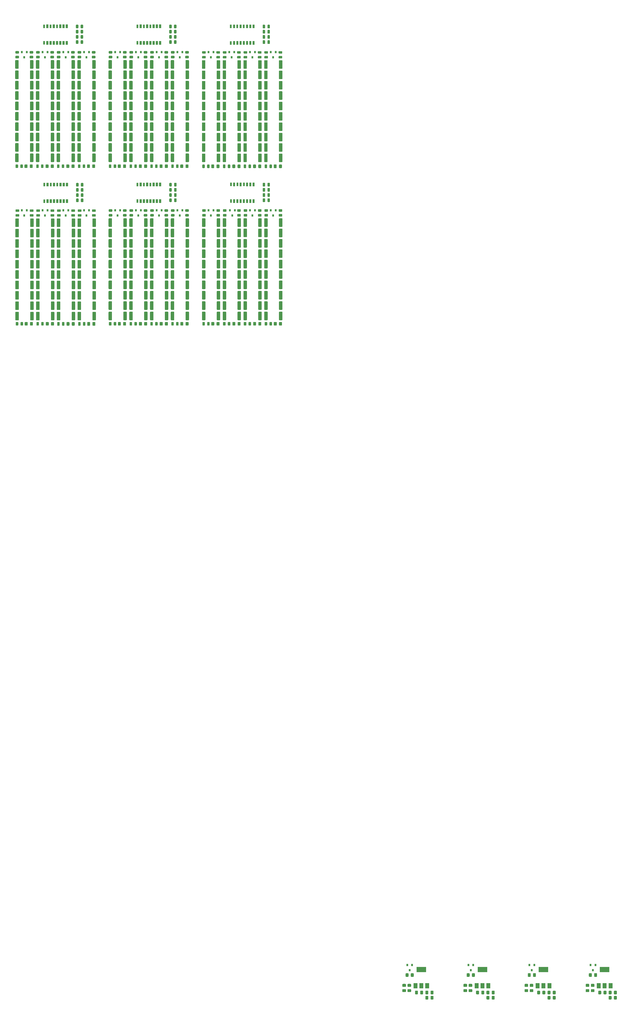
<source format=gbr>
G04 #@! TF.GenerationSoftware,KiCad,Pcbnew,(5.1.5)-3*
G04 #@! TF.CreationDate,2020-11-06T03:20:07-03:00*
G04 #@! TF.ProjectId,baseline_small,62617365-6c69-46e6-955f-736d616c6c2e,0.1*
G04 #@! TF.SameCoordinates,Original*
G04 #@! TF.FileFunction,Paste,Bot*
G04 #@! TF.FilePolarity,Positive*
%FSLAX46Y46*%
G04 Gerber Fmt 4.6, Leading zero omitted, Abs format (unit mm)*
G04 Created by KiCad (PCBNEW (5.1.5)-3) date 2020-11-06 03:20:07*
%MOMM*%
%LPD*%
G04 APERTURE LIST*
%ADD10R,1.500000X2.000000*%
%ADD11R,3.800000X2.000000*%
%ADD12C,0.100000*%
%ADD13R,0.800000X0.900000*%
%ADD14R,0.800000X1.400000*%
G04 APERTURE END LIST*
D10*
X-149211000Y-381406800D03*
X-153811000Y-381406800D03*
X-151511000Y-381406800D03*
D11*
X-151511000Y-375106800D03*
D12*
G36*
X-154708495Y-376542004D02*
G01*
X-154684227Y-376545604D01*
X-154660428Y-376551565D01*
X-154637329Y-376559830D01*
X-154615150Y-376570320D01*
X-154594107Y-376582932D01*
X-154574401Y-376597547D01*
X-154556223Y-376614023D01*
X-154539747Y-376632201D01*
X-154525132Y-376651907D01*
X-154512520Y-376672950D01*
X-154502030Y-376695129D01*
X-154493765Y-376718228D01*
X-154487804Y-376742027D01*
X-154484204Y-376766295D01*
X-154483000Y-376790799D01*
X-154483000Y-377690801D01*
X-154484204Y-377715305D01*
X-154487804Y-377739573D01*
X-154493765Y-377763372D01*
X-154502030Y-377786471D01*
X-154512520Y-377808650D01*
X-154525132Y-377829693D01*
X-154539747Y-377849399D01*
X-154556223Y-377867577D01*
X-154574401Y-377884053D01*
X-154594107Y-377898668D01*
X-154615150Y-377911280D01*
X-154637329Y-377921770D01*
X-154660428Y-377930035D01*
X-154684227Y-377935996D01*
X-154708495Y-377939596D01*
X-154732999Y-377940800D01*
X-155383001Y-377940800D01*
X-155407505Y-377939596D01*
X-155431773Y-377935996D01*
X-155455572Y-377930035D01*
X-155478671Y-377921770D01*
X-155500850Y-377911280D01*
X-155521893Y-377898668D01*
X-155541599Y-377884053D01*
X-155559777Y-377867577D01*
X-155576253Y-377849399D01*
X-155590868Y-377829693D01*
X-155603480Y-377808650D01*
X-155613970Y-377786471D01*
X-155622235Y-377763372D01*
X-155628196Y-377739573D01*
X-155631796Y-377715305D01*
X-155633000Y-377690801D01*
X-155633000Y-376790799D01*
X-155631796Y-376766295D01*
X-155628196Y-376742027D01*
X-155622235Y-376718228D01*
X-155613970Y-376695129D01*
X-155603480Y-376672950D01*
X-155590868Y-376651907D01*
X-155576253Y-376632201D01*
X-155559777Y-376614023D01*
X-155541599Y-376597547D01*
X-155521893Y-376582932D01*
X-155500850Y-376570320D01*
X-155478671Y-376559830D01*
X-155455572Y-376551565D01*
X-155431773Y-376545604D01*
X-155407505Y-376542004D01*
X-155383001Y-376540800D01*
X-154732999Y-376540800D01*
X-154708495Y-376542004D01*
G37*
G36*
X-156758495Y-376542004D02*
G01*
X-156734227Y-376545604D01*
X-156710428Y-376551565D01*
X-156687329Y-376559830D01*
X-156665150Y-376570320D01*
X-156644107Y-376582932D01*
X-156624401Y-376597547D01*
X-156606223Y-376614023D01*
X-156589747Y-376632201D01*
X-156575132Y-376651907D01*
X-156562520Y-376672950D01*
X-156552030Y-376695129D01*
X-156543765Y-376718228D01*
X-156537804Y-376742027D01*
X-156534204Y-376766295D01*
X-156533000Y-376790799D01*
X-156533000Y-377690801D01*
X-156534204Y-377715305D01*
X-156537804Y-377739573D01*
X-156543765Y-377763372D01*
X-156552030Y-377786471D01*
X-156562520Y-377808650D01*
X-156575132Y-377829693D01*
X-156589747Y-377849399D01*
X-156606223Y-377867577D01*
X-156624401Y-377884053D01*
X-156644107Y-377898668D01*
X-156665150Y-377911280D01*
X-156687329Y-377921770D01*
X-156710428Y-377930035D01*
X-156734227Y-377935996D01*
X-156758495Y-377939596D01*
X-156782999Y-377940800D01*
X-157433001Y-377940800D01*
X-157457505Y-377939596D01*
X-157481773Y-377935996D01*
X-157505572Y-377930035D01*
X-157528671Y-377921770D01*
X-157550850Y-377911280D01*
X-157571893Y-377898668D01*
X-157591599Y-377884053D01*
X-157609777Y-377867577D01*
X-157626253Y-377849399D01*
X-157640868Y-377829693D01*
X-157653480Y-377808650D01*
X-157663970Y-377786471D01*
X-157672235Y-377763372D01*
X-157678196Y-377739573D01*
X-157681796Y-377715305D01*
X-157683000Y-377690801D01*
X-157683000Y-376790799D01*
X-157681796Y-376766295D01*
X-157678196Y-376742027D01*
X-157672235Y-376718228D01*
X-157663970Y-376695129D01*
X-157653480Y-376672950D01*
X-157640868Y-376651907D01*
X-157626253Y-376632201D01*
X-157609777Y-376614023D01*
X-157591599Y-376597547D01*
X-157571893Y-376582932D01*
X-157550850Y-376570320D01*
X-157528671Y-376559830D01*
X-157505572Y-376551565D01*
X-157481773Y-376545604D01*
X-157457505Y-376542004D01*
X-157433001Y-376540800D01*
X-156782999Y-376540800D01*
X-156758495Y-376542004D01*
G37*
D13*
X-156083000Y-375319800D03*
X-155133000Y-373319800D03*
X-157033000Y-373319800D03*
D12*
G36*
X-151025495Y-383400004D02*
G01*
X-151001227Y-383403604D01*
X-150977428Y-383409565D01*
X-150954329Y-383417830D01*
X-150932150Y-383428320D01*
X-150911107Y-383440932D01*
X-150891401Y-383455547D01*
X-150873223Y-383472023D01*
X-150856747Y-383490201D01*
X-150842132Y-383509907D01*
X-150829520Y-383530950D01*
X-150819030Y-383553129D01*
X-150810765Y-383576228D01*
X-150804804Y-383600027D01*
X-150801204Y-383624295D01*
X-150800000Y-383648799D01*
X-150800000Y-384548801D01*
X-150801204Y-384573305D01*
X-150804804Y-384597573D01*
X-150810765Y-384621372D01*
X-150819030Y-384644471D01*
X-150829520Y-384666650D01*
X-150842132Y-384687693D01*
X-150856747Y-384707399D01*
X-150873223Y-384725577D01*
X-150891401Y-384742053D01*
X-150911107Y-384756668D01*
X-150932150Y-384769280D01*
X-150954329Y-384779770D01*
X-150977428Y-384788035D01*
X-151001227Y-384793996D01*
X-151025495Y-384797596D01*
X-151049999Y-384798800D01*
X-151700001Y-384798800D01*
X-151724505Y-384797596D01*
X-151748773Y-384793996D01*
X-151772572Y-384788035D01*
X-151795671Y-384779770D01*
X-151817850Y-384769280D01*
X-151838893Y-384756668D01*
X-151858599Y-384742053D01*
X-151876777Y-384725577D01*
X-151893253Y-384707399D01*
X-151907868Y-384687693D01*
X-151920480Y-384666650D01*
X-151930970Y-384644471D01*
X-151939235Y-384621372D01*
X-151945196Y-384597573D01*
X-151948796Y-384573305D01*
X-151950000Y-384548801D01*
X-151950000Y-383648799D01*
X-151948796Y-383624295D01*
X-151945196Y-383600027D01*
X-151939235Y-383576228D01*
X-151930970Y-383553129D01*
X-151920480Y-383530950D01*
X-151907868Y-383509907D01*
X-151893253Y-383490201D01*
X-151876777Y-383472023D01*
X-151858599Y-383455547D01*
X-151838893Y-383440932D01*
X-151817850Y-383428320D01*
X-151795671Y-383417830D01*
X-151772572Y-383409565D01*
X-151748773Y-383403604D01*
X-151724505Y-383400004D01*
X-151700001Y-383398800D01*
X-151049999Y-383398800D01*
X-151025495Y-383400004D01*
G37*
G36*
X-153075495Y-383400004D02*
G01*
X-153051227Y-383403604D01*
X-153027428Y-383409565D01*
X-153004329Y-383417830D01*
X-152982150Y-383428320D01*
X-152961107Y-383440932D01*
X-152941401Y-383455547D01*
X-152923223Y-383472023D01*
X-152906747Y-383490201D01*
X-152892132Y-383509907D01*
X-152879520Y-383530950D01*
X-152869030Y-383553129D01*
X-152860765Y-383576228D01*
X-152854804Y-383600027D01*
X-152851204Y-383624295D01*
X-152850000Y-383648799D01*
X-152850000Y-384548801D01*
X-152851204Y-384573305D01*
X-152854804Y-384597573D01*
X-152860765Y-384621372D01*
X-152869030Y-384644471D01*
X-152879520Y-384666650D01*
X-152892132Y-384687693D01*
X-152906747Y-384707399D01*
X-152923223Y-384725577D01*
X-152941401Y-384742053D01*
X-152961107Y-384756668D01*
X-152982150Y-384769280D01*
X-153004329Y-384779770D01*
X-153027428Y-384788035D01*
X-153051227Y-384793996D01*
X-153075495Y-384797596D01*
X-153099999Y-384798800D01*
X-153750001Y-384798800D01*
X-153774505Y-384797596D01*
X-153798773Y-384793996D01*
X-153822572Y-384788035D01*
X-153845671Y-384779770D01*
X-153867850Y-384769280D01*
X-153888893Y-384756668D01*
X-153908599Y-384742053D01*
X-153926777Y-384725577D01*
X-153943253Y-384707399D01*
X-153957868Y-384687693D01*
X-153970480Y-384666650D01*
X-153980970Y-384644471D01*
X-153989235Y-384621372D01*
X-153995196Y-384597573D01*
X-153998796Y-384573305D01*
X-154000000Y-384548801D01*
X-154000000Y-383648799D01*
X-153998796Y-383624295D01*
X-153995196Y-383600027D01*
X-153989235Y-383576228D01*
X-153980970Y-383553129D01*
X-153970480Y-383530950D01*
X-153957868Y-383509907D01*
X-153943253Y-383490201D01*
X-153926777Y-383472023D01*
X-153908599Y-383455547D01*
X-153888893Y-383440932D01*
X-153867850Y-383428320D01*
X-153845671Y-383417830D01*
X-153822572Y-383409565D01*
X-153798773Y-383403604D01*
X-153774505Y-383400004D01*
X-153750001Y-383398800D01*
X-153099999Y-383398800D01*
X-153075495Y-383400004D01*
G37*
G36*
X-155735090Y-382772002D02*
G01*
X-155710865Y-382775595D01*
X-155687109Y-382781546D01*
X-155664051Y-382789796D01*
X-155641913Y-382800267D01*
X-155620907Y-382812857D01*
X-155601237Y-382827445D01*
X-155583092Y-382843892D01*
X-155566645Y-382862037D01*
X-155552057Y-382881707D01*
X-155539467Y-382902713D01*
X-155528996Y-382924851D01*
X-155520746Y-382947909D01*
X-155514795Y-382971665D01*
X-155511202Y-382995890D01*
X-155510000Y-383020350D01*
X-155510000Y-383671250D01*
X-155511202Y-383695710D01*
X-155514795Y-383719935D01*
X-155520746Y-383743691D01*
X-155528996Y-383766749D01*
X-155539467Y-383788887D01*
X-155552057Y-383809893D01*
X-155566645Y-383829563D01*
X-155583092Y-383847708D01*
X-155601237Y-383864155D01*
X-155620907Y-383878743D01*
X-155641913Y-383891333D01*
X-155664051Y-383901804D01*
X-155687109Y-383910054D01*
X-155710865Y-383916005D01*
X-155735090Y-383919598D01*
X-155759550Y-383920800D01*
X-156660450Y-383920800D01*
X-156684910Y-383919598D01*
X-156709135Y-383916005D01*
X-156732891Y-383910054D01*
X-156755949Y-383901804D01*
X-156778087Y-383891333D01*
X-156799093Y-383878743D01*
X-156818763Y-383864155D01*
X-156836908Y-383847708D01*
X-156853355Y-383829563D01*
X-156867943Y-383809893D01*
X-156880533Y-383788887D01*
X-156891004Y-383766749D01*
X-156899254Y-383743691D01*
X-156905205Y-383719935D01*
X-156908798Y-383695710D01*
X-156910000Y-383671250D01*
X-156910000Y-383020350D01*
X-156908798Y-382995890D01*
X-156905205Y-382971665D01*
X-156899254Y-382947909D01*
X-156891004Y-382924851D01*
X-156880533Y-382902713D01*
X-156867943Y-382881707D01*
X-156853355Y-382862037D01*
X-156836908Y-382843892D01*
X-156818763Y-382827445D01*
X-156799093Y-382812857D01*
X-156778087Y-382800267D01*
X-156755949Y-382789796D01*
X-156732891Y-382781546D01*
X-156709135Y-382775595D01*
X-156684910Y-382772002D01*
X-156660450Y-382770800D01*
X-155759550Y-382770800D01*
X-155735090Y-382772002D01*
G37*
G36*
X-155735495Y-380722004D02*
G01*
X-155711227Y-380725604D01*
X-155687428Y-380731565D01*
X-155664329Y-380739830D01*
X-155642150Y-380750320D01*
X-155621107Y-380762932D01*
X-155601401Y-380777547D01*
X-155583223Y-380794023D01*
X-155566747Y-380812201D01*
X-155552132Y-380831907D01*
X-155539520Y-380852950D01*
X-155529030Y-380875129D01*
X-155520765Y-380898228D01*
X-155514804Y-380922027D01*
X-155511204Y-380946295D01*
X-155510000Y-380970799D01*
X-155510000Y-381620801D01*
X-155511204Y-381645305D01*
X-155514804Y-381669573D01*
X-155520765Y-381693372D01*
X-155529030Y-381716471D01*
X-155539520Y-381738650D01*
X-155552132Y-381759693D01*
X-155566747Y-381779399D01*
X-155583223Y-381797577D01*
X-155601401Y-381814053D01*
X-155621107Y-381828668D01*
X-155642150Y-381841280D01*
X-155664329Y-381851770D01*
X-155687428Y-381860035D01*
X-155711227Y-381865996D01*
X-155735495Y-381869596D01*
X-155759999Y-381870800D01*
X-156660001Y-381870800D01*
X-156684505Y-381869596D01*
X-156708773Y-381865996D01*
X-156732572Y-381860035D01*
X-156755671Y-381851770D01*
X-156777850Y-381841280D01*
X-156798893Y-381828668D01*
X-156818599Y-381814053D01*
X-156836777Y-381797577D01*
X-156853253Y-381779399D01*
X-156867868Y-381759693D01*
X-156880480Y-381738650D01*
X-156890970Y-381716471D01*
X-156899235Y-381693372D01*
X-156905196Y-381669573D01*
X-156908796Y-381645305D01*
X-156910000Y-381620801D01*
X-156910000Y-380970799D01*
X-156908796Y-380946295D01*
X-156905196Y-380922027D01*
X-156899235Y-380898228D01*
X-156890970Y-380875129D01*
X-156880480Y-380852950D01*
X-156867868Y-380831907D01*
X-156853253Y-380812201D01*
X-156836777Y-380794023D01*
X-156818599Y-380777547D01*
X-156798893Y-380762932D01*
X-156777850Y-380750320D01*
X-156755671Y-380739830D01*
X-156732572Y-380731565D01*
X-156708773Y-380725604D01*
X-156684505Y-380722004D01*
X-156660001Y-380720800D01*
X-155759999Y-380720800D01*
X-155735495Y-380722004D01*
G37*
G36*
X-157767495Y-382772004D02*
G01*
X-157743227Y-382775604D01*
X-157719428Y-382781565D01*
X-157696329Y-382789830D01*
X-157674150Y-382800320D01*
X-157653107Y-382812932D01*
X-157633401Y-382827547D01*
X-157615223Y-382844023D01*
X-157598747Y-382862201D01*
X-157584132Y-382881907D01*
X-157571520Y-382902950D01*
X-157561030Y-382925129D01*
X-157552765Y-382948228D01*
X-157546804Y-382972027D01*
X-157543204Y-382996295D01*
X-157542000Y-383020799D01*
X-157542000Y-383670801D01*
X-157543204Y-383695305D01*
X-157546804Y-383719573D01*
X-157552765Y-383743372D01*
X-157561030Y-383766471D01*
X-157571520Y-383788650D01*
X-157584132Y-383809693D01*
X-157598747Y-383829399D01*
X-157615223Y-383847577D01*
X-157633401Y-383864053D01*
X-157653107Y-383878668D01*
X-157674150Y-383891280D01*
X-157696329Y-383901770D01*
X-157719428Y-383910035D01*
X-157743227Y-383915996D01*
X-157767495Y-383919596D01*
X-157791999Y-383920800D01*
X-158692001Y-383920800D01*
X-158716505Y-383919596D01*
X-158740773Y-383915996D01*
X-158764572Y-383910035D01*
X-158787671Y-383901770D01*
X-158809850Y-383891280D01*
X-158830893Y-383878668D01*
X-158850599Y-383864053D01*
X-158868777Y-383847577D01*
X-158885253Y-383829399D01*
X-158899868Y-383809693D01*
X-158912480Y-383788650D01*
X-158922970Y-383766471D01*
X-158931235Y-383743372D01*
X-158937196Y-383719573D01*
X-158940796Y-383695305D01*
X-158942000Y-383670801D01*
X-158942000Y-383020799D01*
X-158940796Y-382996295D01*
X-158937196Y-382972027D01*
X-158931235Y-382948228D01*
X-158922970Y-382925129D01*
X-158912480Y-382902950D01*
X-158899868Y-382881907D01*
X-158885253Y-382862201D01*
X-158868777Y-382844023D01*
X-158850599Y-382827547D01*
X-158830893Y-382812932D01*
X-158809850Y-382800320D01*
X-158787671Y-382789830D01*
X-158764572Y-382781565D01*
X-158740773Y-382775604D01*
X-158716505Y-382772004D01*
X-158692001Y-382770800D01*
X-157791999Y-382770800D01*
X-157767495Y-382772004D01*
G37*
G36*
X-157767495Y-380722004D02*
G01*
X-157743227Y-380725604D01*
X-157719428Y-380731565D01*
X-157696329Y-380739830D01*
X-157674150Y-380750320D01*
X-157653107Y-380762932D01*
X-157633401Y-380777547D01*
X-157615223Y-380794023D01*
X-157598747Y-380812201D01*
X-157584132Y-380831907D01*
X-157571520Y-380852950D01*
X-157561030Y-380875129D01*
X-157552765Y-380898228D01*
X-157546804Y-380922027D01*
X-157543204Y-380946295D01*
X-157542000Y-380970799D01*
X-157542000Y-381620801D01*
X-157543204Y-381645305D01*
X-157546804Y-381669573D01*
X-157552765Y-381693372D01*
X-157561030Y-381716471D01*
X-157571520Y-381738650D01*
X-157584132Y-381759693D01*
X-157598747Y-381779399D01*
X-157615223Y-381797577D01*
X-157633401Y-381814053D01*
X-157653107Y-381828668D01*
X-157674150Y-381841280D01*
X-157696329Y-381851770D01*
X-157719428Y-381860035D01*
X-157743227Y-381865996D01*
X-157767495Y-381869596D01*
X-157791999Y-381870800D01*
X-158692001Y-381870800D01*
X-158716505Y-381869596D01*
X-158740773Y-381865996D01*
X-158764572Y-381860035D01*
X-158787671Y-381851770D01*
X-158809850Y-381841280D01*
X-158830893Y-381828668D01*
X-158850599Y-381814053D01*
X-158868777Y-381797577D01*
X-158885253Y-381779399D01*
X-158899868Y-381759693D01*
X-158912480Y-381738650D01*
X-158922970Y-381716471D01*
X-158931235Y-381693372D01*
X-158937196Y-381669573D01*
X-158940796Y-381645305D01*
X-158942000Y-381620801D01*
X-158942000Y-380970799D01*
X-158940796Y-380946295D01*
X-158937196Y-380922027D01*
X-158931235Y-380898228D01*
X-158922970Y-380875129D01*
X-158912480Y-380852950D01*
X-158899868Y-380831907D01*
X-158885253Y-380812201D01*
X-158868777Y-380794023D01*
X-158850599Y-380777547D01*
X-158830893Y-380762932D01*
X-158809850Y-380750320D01*
X-158787671Y-380739830D01*
X-158764572Y-380731565D01*
X-158740773Y-380725604D01*
X-158716505Y-380722004D01*
X-158692001Y-380720800D01*
X-157791999Y-380720800D01*
X-157767495Y-380722004D01*
G37*
G36*
X-146961495Y-383400004D02*
G01*
X-146937227Y-383403604D01*
X-146913428Y-383409565D01*
X-146890329Y-383417830D01*
X-146868150Y-383428320D01*
X-146847107Y-383440932D01*
X-146827401Y-383455547D01*
X-146809223Y-383472023D01*
X-146792747Y-383490201D01*
X-146778132Y-383509907D01*
X-146765520Y-383530950D01*
X-146755030Y-383553129D01*
X-146746765Y-383576228D01*
X-146740804Y-383600027D01*
X-146737204Y-383624295D01*
X-146736000Y-383648799D01*
X-146736000Y-384548801D01*
X-146737204Y-384573305D01*
X-146740804Y-384597573D01*
X-146746765Y-384621372D01*
X-146755030Y-384644471D01*
X-146765520Y-384666650D01*
X-146778132Y-384687693D01*
X-146792747Y-384707399D01*
X-146809223Y-384725577D01*
X-146827401Y-384742053D01*
X-146847107Y-384756668D01*
X-146868150Y-384769280D01*
X-146890329Y-384779770D01*
X-146913428Y-384788035D01*
X-146937227Y-384793996D01*
X-146961495Y-384797596D01*
X-146985999Y-384798800D01*
X-147636001Y-384798800D01*
X-147660505Y-384797596D01*
X-147684773Y-384793996D01*
X-147708572Y-384788035D01*
X-147731671Y-384779770D01*
X-147753850Y-384769280D01*
X-147774893Y-384756668D01*
X-147794599Y-384742053D01*
X-147812777Y-384725577D01*
X-147829253Y-384707399D01*
X-147843868Y-384687693D01*
X-147856480Y-384666650D01*
X-147866970Y-384644471D01*
X-147875235Y-384621372D01*
X-147881196Y-384597573D01*
X-147884796Y-384573305D01*
X-147886000Y-384548801D01*
X-147886000Y-383648799D01*
X-147884796Y-383624295D01*
X-147881196Y-383600027D01*
X-147875235Y-383576228D01*
X-147866970Y-383553129D01*
X-147856480Y-383530950D01*
X-147843868Y-383509907D01*
X-147829253Y-383490201D01*
X-147812777Y-383472023D01*
X-147794599Y-383455547D01*
X-147774893Y-383440932D01*
X-147753850Y-383428320D01*
X-147731671Y-383417830D01*
X-147708572Y-383409565D01*
X-147684773Y-383403604D01*
X-147660505Y-383400004D01*
X-147636001Y-383398800D01*
X-146985999Y-383398800D01*
X-146961495Y-383400004D01*
G37*
G36*
X-149011495Y-383400004D02*
G01*
X-148987227Y-383403604D01*
X-148963428Y-383409565D01*
X-148940329Y-383417830D01*
X-148918150Y-383428320D01*
X-148897107Y-383440932D01*
X-148877401Y-383455547D01*
X-148859223Y-383472023D01*
X-148842747Y-383490201D01*
X-148828132Y-383509907D01*
X-148815520Y-383530950D01*
X-148805030Y-383553129D01*
X-148796765Y-383576228D01*
X-148790804Y-383600027D01*
X-148787204Y-383624295D01*
X-148786000Y-383648799D01*
X-148786000Y-384548801D01*
X-148787204Y-384573305D01*
X-148790804Y-384597573D01*
X-148796765Y-384621372D01*
X-148805030Y-384644471D01*
X-148815520Y-384666650D01*
X-148828132Y-384687693D01*
X-148842747Y-384707399D01*
X-148859223Y-384725577D01*
X-148877401Y-384742053D01*
X-148897107Y-384756668D01*
X-148918150Y-384769280D01*
X-148940329Y-384779770D01*
X-148963428Y-384788035D01*
X-148987227Y-384793996D01*
X-149011495Y-384797596D01*
X-149035999Y-384798800D01*
X-149686001Y-384798800D01*
X-149710505Y-384797596D01*
X-149734773Y-384793996D01*
X-149758572Y-384788035D01*
X-149781671Y-384779770D01*
X-149803850Y-384769280D01*
X-149824893Y-384756668D01*
X-149844599Y-384742053D01*
X-149862777Y-384725577D01*
X-149879253Y-384707399D01*
X-149893868Y-384687693D01*
X-149906480Y-384666650D01*
X-149916970Y-384644471D01*
X-149925235Y-384621372D01*
X-149931196Y-384597573D01*
X-149934796Y-384573305D01*
X-149936000Y-384548801D01*
X-149936000Y-383648799D01*
X-149934796Y-383624295D01*
X-149931196Y-383600027D01*
X-149925235Y-383576228D01*
X-149916970Y-383553129D01*
X-149906480Y-383530950D01*
X-149893868Y-383509907D01*
X-149879253Y-383490201D01*
X-149862777Y-383472023D01*
X-149844599Y-383455547D01*
X-149824893Y-383440932D01*
X-149803850Y-383428320D01*
X-149781671Y-383417830D01*
X-149758572Y-383409565D01*
X-149734773Y-383403604D01*
X-149710505Y-383400004D01*
X-149686001Y-383398800D01*
X-149035999Y-383398800D01*
X-149011495Y-383400004D01*
G37*
G36*
X-146961495Y-385432004D02*
G01*
X-146937227Y-385435604D01*
X-146913428Y-385441565D01*
X-146890329Y-385449830D01*
X-146868150Y-385460320D01*
X-146847107Y-385472932D01*
X-146827401Y-385487547D01*
X-146809223Y-385504023D01*
X-146792747Y-385522201D01*
X-146778132Y-385541907D01*
X-146765520Y-385562950D01*
X-146755030Y-385585129D01*
X-146746765Y-385608228D01*
X-146740804Y-385632027D01*
X-146737204Y-385656295D01*
X-146736000Y-385680799D01*
X-146736000Y-386580801D01*
X-146737204Y-386605305D01*
X-146740804Y-386629573D01*
X-146746765Y-386653372D01*
X-146755030Y-386676471D01*
X-146765520Y-386698650D01*
X-146778132Y-386719693D01*
X-146792747Y-386739399D01*
X-146809223Y-386757577D01*
X-146827401Y-386774053D01*
X-146847107Y-386788668D01*
X-146868150Y-386801280D01*
X-146890329Y-386811770D01*
X-146913428Y-386820035D01*
X-146937227Y-386825996D01*
X-146961495Y-386829596D01*
X-146985999Y-386830800D01*
X-147636001Y-386830800D01*
X-147660505Y-386829596D01*
X-147684773Y-386825996D01*
X-147708572Y-386820035D01*
X-147731671Y-386811770D01*
X-147753850Y-386801280D01*
X-147774893Y-386788668D01*
X-147794599Y-386774053D01*
X-147812777Y-386757577D01*
X-147829253Y-386739399D01*
X-147843868Y-386719693D01*
X-147856480Y-386698650D01*
X-147866970Y-386676471D01*
X-147875235Y-386653372D01*
X-147881196Y-386629573D01*
X-147884796Y-386605305D01*
X-147886000Y-386580801D01*
X-147886000Y-385680799D01*
X-147884796Y-385656295D01*
X-147881196Y-385632027D01*
X-147875235Y-385608228D01*
X-147866970Y-385585129D01*
X-147856480Y-385562950D01*
X-147843868Y-385541907D01*
X-147829253Y-385522201D01*
X-147812777Y-385504023D01*
X-147794599Y-385487547D01*
X-147774893Y-385472932D01*
X-147753850Y-385460320D01*
X-147731671Y-385449830D01*
X-147708572Y-385441565D01*
X-147684773Y-385435604D01*
X-147660505Y-385432004D01*
X-147636001Y-385430800D01*
X-146985999Y-385430800D01*
X-146961495Y-385432004D01*
G37*
G36*
X-149011495Y-385432004D02*
G01*
X-148987227Y-385435604D01*
X-148963428Y-385441565D01*
X-148940329Y-385449830D01*
X-148918150Y-385460320D01*
X-148897107Y-385472932D01*
X-148877401Y-385487547D01*
X-148859223Y-385504023D01*
X-148842747Y-385522201D01*
X-148828132Y-385541907D01*
X-148815520Y-385562950D01*
X-148805030Y-385585129D01*
X-148796765Y-385608228D01*
X-148790804Y-385632027D01*
X-148787204Y-385656295D01*
X-148786000Y-385680799D01*
X-148786000Y-386580801D01*
X-148787204Y-386605305D01*
X-148790804Y-386629573D01*
X-148796765Y-386653372D01*
X-148805030Y-386676471D01*
X-148815520Y-386698650D01*
X-148828132Y-386719693D01*
X-148842747Y-386739399D01*
X-148859223Y-386757577D01*
X-148877401Y-386774053D01*
X-148897107Y-386788668D01*
X-148918150Y-386801280D01*
X-148940329Y-386811770D01*
X-148963428Y-386820035D01*
X-148987227Y-386825996D01*
X-149011495Y-386829596D01*
X-149035999Y-386830800D01*
X-149686001Y-386830800D01*
X-149710505Y-386829596D01*
X-149734773Y-386825996D01*
X-149758572Y-386820035D01*
X-149781671Y-386811770D01*
X-149803850Y-386801280D01*
X-149824893Y-386788668D01*
X-149844599Y-386774053D01*
X-149862777Y-386757577D01*
X-149879253Y-386739399D01*
X-149893868Y-386719693D01*
X-149906480Y-386698650D01*
X-149916970Y-386676471D01*
X-149925235Y-386653372D01*
X-149931196Y-386629573D01*
X-149934796Y-386605305D01*
X-149936000Y-386580801D01*
X-149936000Y-385680799D01*
X-149934796Y-385656295D01*
X-149931196Y-385632027D01*
X-149925235Y-385608228D01*
X-149916970Y-385585129D01*
X-149906480Y-385562950D01*
X-149893868Y-385541907D01*
X-149879253Y-385522201D01*
X-149862777Y-385504023D01*
X-149844599Y-385487547D01*
X-149824893Y-385472932D01*
X-149803850Y-385460320D01*
X-149781671Y-385449830D01*
X-149758572Y-385441565D01*
X-149734773Y-385435604D01*
X-149710505Y-385432004D01*
X-149686001Y-385430800D01*
X-149035999Y-385430800D01*
X-149011495Y-385432004D01*
G37*
D13*
X-180985200Y-373319800D03*
X-179085200Y-373319800D03*
X-180035200Y-375319800D03*
D12*
G36*
X-180710695Y-376542004D02*
G01*
X-180686427Y-376545604D01*
X-180662628Y-376551565D01*
X-180639529Y-376559830D01*
X-180617350Y-376570320D01*
X-180596307Y-376582932D01*
X-180576601Y-376597547D01*
X-180558423Y-376614023D01*
X-180541947Y-376632201D01*
X-180527332Y-376651907D01*
X-180514720Y-376672950D01*
X-180504230Y-376695129D01*
X-180495965Y-376718228D01*
X-180490004Y-376742027D01*
X-180486404Y-376766295D01*
X-180485200Y-376790799D01*
X-180485200Y-377690801D01*
X-180486404Y-377715305D01*
X-180490004Y-377739573D01*
X-180495965Y-377763372D01*
X-180504230Y-377786471D01*
X-180514720Y-377808650D01*
X-180527332Y-377829693D01*
X-180541947Y-377849399D01*
X-180558423Y-377867577D01*
X-180576601Y-377884053D01*
X-180596307Y-377898668D01*
X-180617350Y-377911280D01*
X-180639529Y-377921770D01*
X-180662628Y-377930035D01*
X-180686427Y-377935996D01*
X-180710695Y-377939596D01*
X-180735199Y-377940800D01*
X-181385201Y-377940800D01*
X-181409705Y-377939596D01*
X-181433973Y-377935996D01*
X-181457772Y-377930035D01*
X-181480871Y-377921770D01*
X-181503050Y-377911280D01*
X-181524093Y-377898668D01*
X-181543799Y-377884053D01*
X-181561977Y-377867577D01*
X-181578453Y-377849399D01*
X-181593068Y-377829693D01*
X-181605680Y-377808650D01*
X-181616170Y-377786471D01*
X-181624435Y-377763372D01*
X-181630396Y-377739573D01*
X-181633996Y-377715305D01*
X-181635200Y-377690801D01*
X-181635200Y-376790799D01*
X-181633996Y-376766295D01*
X-181630396Y-376742027D01*
X-181624435Y-376718228D01*
X-181616170Y-376695129D01*
X-181605680Y-376672950D01*
X-181593068Y-376651907D01*
X-181578453Y-376632201D01*
X-181561977Y-376614023D01*
X-181543799Y-376597547D01*
X-181524093Y-376582932D01*
X-181503050Y-376570320D01*
X-181480871Y-376559830D01*
X-181457772Y-376551565D01*
X-181433973Y-376545604D01*
X-181409705Y-376542004D01*
X-181385201Y-376540800D01*
X-180735199Y-376540800D01*
X-180710695Y-376542004D01*
G37*
G36*
X-178660695Y-376542004D02*
G01*
X-178636427Y-376545604D01*
X-178612628Y-376551565D01*
X-178589529Y-376559830D01*
X-178567350Y-376570320D01*
X-178546307Y-376582932D01*
X-178526601Y-376597547D01*
X-178508423Y-376614023D01*
X-178491947Y-376632201D01*
X-178477332Y-376651907D01*
X-178464720Y-376672950D01*
X-178454230Y-376695129D01*
X-178445965Y-376718228D01*
X-178440004Y-376742027D01*
X-178436404Y-376766295D01*
X-178435200Y-376790799D01*
X-178435200Y-377690801D01*
X-178436404Y-377715305D01*
X-178440004Y-377739573D01*
X-178445965Y-377763372D01*
X-178454230Y-377786471D01*
X-178464720Y-377808650D01*
X-178477332Y-377829693D01*
X-178491947Y-377849399D01*
X-178508423Y-377867577D01*
X-178526601Y-377884053D01*
X-178546307Y-377898668D01*
X-178567350Y-377911280D01*
X-178589529Y-377921770D01*
X-178612628Y-377930035D01*
X-178636427Y-377935996D01*
X-178660695Y-377939596D01*
X-178685199Y-377940800D01*
X-179335201Y-377940800D01*
X-179359705Y-377939596D01*
X-179383973Y-377935996D01*
X-179407772Y-377930035D01*
X-179430871Y-377921770D01*
X-179453050Y-377911280D01*
X-179474093Y-377898668D01*
X-179493799Y-377884053D01*
X-179511977Y-377867577D01*
X-179528453Y-377849399D01*
X-179543068Y-377829693D01*
X-179555680Y-377808650D01*
X-179566170Y-377786471D01*
X-179574435Y-377763372D01*
X-179580396Y-377739573D01*
X-179583996Y-377715305D01*
X-179585200Y-377690801D01*
X-179585200Y-376790799D01*
X-179583996Y-376766295D01*
X-179580396Y-376742027D01*
X-179574435Y-376718228D01*
X-179566170Y-376695129D01*
X-179555680Y-376672950D01*
X-179543068Y-376651907D01*
X-179528453Y-376632201D01*
X-179511977Y-376614023D01*
X-179493799Y-376597547D01*
X-179474093Y-376582932D01*
X-179453050Y-376570320D01*
X-179430871Y-376559830D01*
X-179407772Y-376551565D01*
X-179383973Y-376545604D01*
X-179359705Y-376542004D01*
X-179335201Y-376540800D01*
X-178685199Y-376540800D01*
X-178660695Y-376542004D01*
G37*
D11*
X-175463200Y-375106800D03*
D10*
X-175463200Y-381406800D03*
X-177763200Y-381406800D03*
X-173163200Y-381406800D03*
D12*
G36*
X-177027695Y-383400004D02*
G01*
X-177003427Y-383403604D01*
X-176979628Y-383409565D01*
X-176956529Y-383417830D01*
X-176934350Y-383428320D01*
X-176913307Y-383440932D01*
X-176893601Y-383455547D01*
X-176875423Y-383472023D01*
X-176858947Y-383490201D01*
X-176844332Y-383509907D01*
X-176831720Y-383530950D01*
X-176821230Y-383553129D01*
X-176812965Y-383576228D01*
X-176807004Y-383600027D01*
X-176803404Y-383624295D01*
X-176802200Y-383648799D01*
X-176802200Y-384548801D01*
X-176803404Y-384573305D01*
X-176807004Y-384597573D01*
X-176812965Y-384621372D01*
X-176821230Y-384644471D01*
X-176831720Y-384666650D01*
X-176844332Y-384687693D01*
X-176858947Y-384707399D01*
X-176875423Y-384725577D01*
X-176893601Y-384742053D01*
X-176913307Y-384756668D01*
X-176934350Y-384769280D01*
X-176956529Y-384779770D01*
X-176979628Y-384788035D01*
X-177003427Y-384793996D01*
X-177027695Y-384797596D01*
X-177052199Y-384798800D01*
X-177702201Y-384798800D01*
X-177726705Y-384797596D01*
X-177750973Y-384793996D01*
X-177774772Y-384788035D01*
X-177797871Y-384779770D01*
X-177820050Y-384769280D01*
X-177841093Y-384756668D01*
X-177860799Y-384742053D01*
X-177878977Y-384725577D01*
X-177895453Y-384707399D01*
X-177910068Y-384687693D01*
X-177922680Y-384666650D01*
X-177933170Y-384644471D01*
X-177941435Y-384621372D01*
X-177947396Y-384597573D01*
X-177950996Y-384573305D01*
X-177952200Y-384548801D01*
X-177952200Y-383648799D01*
X-177950996Y-383624295D01*
X-177947396Y-383600027D01*
X-177941435Y-383576228D01*
X-177933170Y-383553129D01*
X-177922680Y-383530950D01*
X-177910068Y-383509907D01*
X-177895453Y-383490201D01*
X-177878977Y-383472023D01*
X-177860799Y-383455547D01*
X-177841093Y-383440932D01*
X-177820050Y-383428320D01*
X-177797871Y-383417830D01*
X-177774772Y-383409565D01*
X-177750973Y-383403604D01*
X-177726705Y-383400004D01*
X-177702201Y-383398800D01*
X-177052199Y-383398800D01*
X-177027695Y-383400004D01*
G37*
G36*
X-174977695Y-383400004D02*
G01*
X-174953427Y-383403604D01*
X-174929628Y-383409565D01*
X-174906529Y-383417830D01*
X-174884350Y-383428320D01*
X-174863307Y-383440932D01*
X-174843601Y-383455547D01*
X-174825423Y-383472023D01*
X-174808947Y-383490201D01*
X-174794332Y-383509907D01*
X-174781720Y-383530950D01*
X-174771230Y-383553129D01*
X-174762965Y-383576228D01*
X-174757004Y-383600027D01*
X-174753404Y-383624295D01*
X-174752200Y-383648799D01*
X-174752200Y-384548801D01*
X-174753404Y-384573305D01*
X-174757004Y-384597573D01*
X-174762965Y-384621372D01*
X-174771230Y-384644471D01*
X-174781720Y-384666650D01*
X-174794332Y-384687693D01*
X-174808947Y-384707399D01*
X-174825423Y-384725577D01*
X-174843601Y-384742053D01*
X-174863307Y-384756668D01*
X-174884350Y-384769280D01*
X-174906529Y-384779770D01*
X-174929628Y-384788035D01*
X-174953427Y-384793996D01*
X-174977695Y-384797596D01*
X-175002199Y-384798800D01*
X-175652201Y-384798800D01*
X-175676705Y-384797596D01*
X-175700973Y-384793996D01*
X-175724772Y-384788035D01*
X-175747871Y-384779770D01*
X-175770050Y-384769280D01*
X-175791093Y-384756668D01*
X-175810799Y-384742053D01*
X-175828977Y-384725577D01*
X-175845453Y-384707399D01*
X-175860068Y-384687693D01*
X-175872680Y-384666650D01*
X-175883170Y-384644471D01*
X-175891435Y-384621372D01*
X-175897396Y-384597573D01*
X-175900996Y-384573305D01*
X-175902200Y-384548801D01*
X-175902200Y-383648799D01*
X-175900996Y-383624295D01*
X-175897396Y-383600027D01*
X-175891435Y-383576228D01*
X-175883170Y-383553129D01*
X-175872680Y-383530950D01*
X-175860068Y-383509907D01*
X-175845453Y-383490201D01*
X-175828977Y-383472023D01*
X-175810799Y-383455547D01*
X-175791093Y-383440932D01*
X-175770050Y-383428320D01*
X-175747871Y-383417830D01*
X-175724772Y-383409565D01*
X-175700973Y-383403604D01*
X-175676705Y-383400004D01*
X-175652201Y-383398800D01*
X-175002199Y-383398800D01*
X-174977695Y-383400004D01*
G37*
G36*
X-172963695Y-385432004D02*
G01*
X-172939427Y-385435604D01*
X-172915628Y-385441565D01*
X-172892529Y-385449830D01*
X-172870350Y-385460320D01*
X-172849307Y-385472932D01*
X-172829601Y-385487547D01*
X-172811423Y-385504023D01*
X-172794947Y-385522201D01*
X-172780332Y-385541907D01*
X-172767720Y-385562950D01*
X-172757230Y-385585129D01*
X-172748965Y-385608228D01*
X-172743004Y-385632027D01*
X-172739404Y-385656295D01*
X-172738200Y-385680799D01*
X-172738200Y-386580801D01*
X-172739404Y-386605305D01*
X-172743004Y-386629573D01*
X-172748965Y-386653372D01*
X-172757230Y-386676471D01*
X-172767720Y-386698650D01*
X-172780332Y-386719693D01*
X-172794947Y-386739399D01*
X-172811423Y-386757577D01*
X-172829601Y-386774053D01*
X-172849307Y-386788668D01*
X-172870350Y-386801280D01*
X-172892529Y-386811770D01*
X-172915628Y-386820035D01*
X-172939427Y-386825996D01*
X-172963695Y-386829596D01*
X-172988199Y-386830800D01*
X-173638201Y-386830800D01*
X-173662705Y-386829596D01*
X-173686973Y-386825996D01*
X-173710772Y-386820035D01*
X-173733871Y-386811770D01*
X-173756050Y-386801280D01*
X-173777093Y-386788668D01*
X-173796799Y-386774053D01*
X-173814977Y-386757577D01*
X-173831453Y-386739399D01*
X-173846068Y-386719693D01*
X-173858680Y-386698650D01*
X-173869170Y-386676471D01*
X-173877435Y-386653372D01*
X-173883396Y-386629573D01*
X-173886996Y-386605305D01*
X-173888200Y-386580801D01*
X-173888200Y-385680799D01*
X-173886996Y-385656295D01*
X-173883396Y-385632027D01*
X-173877435Y-385608228D01*
X-173869170Y-385585129D01*
X-173858680Y-385562950D01*
X-173846068Y-385541907D01*
X-173831453Y-385522201D01*
X-173814977Y-385504023D01*
X-173796799Y-385487547D01*
X-173777093Y-385472932D01*
X-173756050Y-385460320D01*
X-173733871Y-385449830D01*
X-173710772Y-385441565D01*
X-173686973Y-385435604D01*
X-173662705Y-385432004D01*
X-173638201Y-385430800D01*
X-172988199Y-385430800D01*
X-172963695Y-385432004D01*
G37*
G36*
X-170913695Y-385432004D02*
G01*
X-170889427Y-385435604D01*
X-170865628Y-385441565D01*
X-170842529Y-385449830D01*
X-170820350Y-385460320D01*
X-170799307Y-385472932D01*
X-170779601Y-385487547D01*
X-170761423Y-385504023D01*
X-170744947Y-385522201D01*
X-170730332Y-385541907D01*
X-170717720Y-385562950D01*
X-170707230Y-385585129D01*
X-170698965Y-385608228D01*
X-170693004Y-385632027D01*
X-170689404Y-385656295D01*
X-170688200Y-385680799D01*
X-170688200Y-386580801D01*
X-170689404Y-386605305D01*
X-170693004Y-386629573D01*
X-170698965Y-386653372D01*
X-170707230Y-386676471D01*
X-170717720Y-386698650D01*
X-170730332Y-386719693D01*
X-170744947Y-386739399D01*
X-170761423Y-386757577D01*
X-170779601Y-386774053D01*
X-170799307Y-386788668D01*
X-170820350Y-386801280D01*
X-170842529Y-386811770D01*
X-170865628Y-386820035D01*
X-170889427Y-386825996D01*
X-170913695Y-386829596D01*
X-170938199Y-386830800D01*
X-171588201Y-386830800D01*
X-171612705Y-386829596D01*
X-171636973Y-386825996D01*
X-171660772Y-386820035D01*
X-171683871Y-386811770D01*
X-171706050Y-386801280D01*
X-171727093Y-386788668D01*
X-171746799Y-386774053D01*
X-171764977Y-386757577D01*
X-171781453Y-386739399D01*
X-171796068Y-386719693D01*
X-171808680Y-386698650D01*
X-171819170Y-386676471D01*
X-171827435Y-386653372D01*
X-171833396Y-386629573D01*
X-171836996Y-386605305D01*
X-171838200Y-386580801D01*
X-171838200Y-385680799D01*
X-171836996Y-385656295D01*
X-171833396Y-385632027D01*
X-171827435Y-385608228D01*
X-171819170Y-385585129D01*
X-171808680Y-385562950D01*
X-171796068Y-385541907D01*
X-171781453Y-385522201D01*
X-171764977Y-385504023D01*
X-171746799Y-385487547D01*
X-171727093Y-385472932D01*
X-171706050Y-385460320D01*
X-171683871Y-385449830D01*
X-171660772Y-385441565D01*
X-171636973Y-385435604D01*
X-171612705Y-385432004D01*
X-171588201Y-385430800D01*
X-170938199Y-385430800D01*
X-170913695Y-385432004D01*
G37*
G36*
X-172963695Y-383400004D02*
G01*
X-172939427Y-383403604D01*
X-172915628Y-383409565D01*
X-172892529Y-383417830D01*
X-172870350Y-383428320D01*
X-172849307Y-383440932D01*
X-172829601Y-383455547D01*
X-172811423Y-383472023D01*
X-172794947Y-383490201D01*
X-172780332Y-383509907D01*
X-172767720Y-383530950D01*
X-172757230Y-383553129D01*
X-172748965Y-383576228D01*
X-172743004Y-383600027D01*
X-172739404Y-383624295D01*
X-172738200Y-383648799D01*
X-172738200Y-384548801D01*
X-172739404Y-384573305D01*
X-172743004Y-384597573D01*
X-172748965Y-384621372D01*
X-172757230Y-384644471D01*
X-172767720Y-384666650D01*
X-172780332Y-384687693D01*
X-172794947Y-384707399D01*
X-172811423Y-384725577D01*
X-172829601Y-384742053D01*
X-172849307Y-384756668D01*
X-172870350Y-384769280D01*
X-172892529Y-384779770D01*
X-172915628Y-384788035D01*
X-172939427Y-384793996D01*
X-172963695Y-384797596D01*
X-172988199Y-384798800D01*
X-173638201Y-384798800D01*
X-173662705Y-384797596D01*
X-173686973Y-384793996D01*
X-173710772Y-384788035D01*
X-173733871Y-384779770D01*
X-173756050Y-384769280D01*
X-173777093Y-384756668D01*
X-173796799Y-384742053D01*
X-173814977Y-384725577D01*
X-173831453Y-384707399D01*
X-173846068Y-384687693D01*
X-173858680Y-384666650D01*
X-173869170Y-384644471D01*
X-173877435Y-384621372D01*
X-173883396Y-384597573D01*
X-173886996Y-384573305D01*
X-173888200Y-384548801D01*
X-173888200Y-383648799D01*
X-173886996Y-383624295D01*
X-173883396Y-383600027D01*
X-173877435Y-383576228D01*
X-173869170Y-383553129D01*
X-173858680Y-383530950D01*
X-173846068Y-383509907D01*
X-173831453Y-383490201D01*
X-173814977Y-383472023D01*
X-173796799Y-383455547D01*
X-173777093Y-383440932D01*
X-173756050Y-383428320D01*
X-173733871Y-383417830D01*
X-173710772Y-383409565D01*
X-173686973Y-383403604D01*
X-173662705Y-383400004D01*
X-173638201Y-383398800D01*
X-172988199Y-383398800D01*
X-172963695Y-383400004D01*
G37*
G36*
X-170913695Y-383400004D02*
G01*
X-170889427Y-383403604D01*
X-170865628Y-383409565D01*
X-170842529Y-383417830D01*
X-170820350Y-383428320D01*
X-170799307Y-383440932D01*
X-170779601Y-383455547D01*
X-170761423Y-383472023D01*
X-170744947Y-383490201D01*
X-170730332Y-383509907D01*
X-170717720Y-383530950D01*
X-170707230Y-383553129D01*
X-170698965Y-383576228D01*
X-170693004Y-383600027D01*
X-170689404Y-383624295D01*
X-170688200Y-383648799D01*
X-170688200Y-384548801D01*
X-170689404Y-384573305D01*
X-170693004Y-384597573D01*
X-170698965Y-384621372D01*
X-170707230Y-384644471D01*
X-170717720Y-384666650D01*
X-170730332Y-384687693D01*
X-170744947Y-384707399D01*
X-170761423Y-384725577D01*
X-170779601Y-384742053D01*
X-170799307Y-384756668D01*
X-170820350Y-384769280D01*
X-170842529Y-384779770D01*
X-170865628Y-384788035D01*
X-170889427Y-384793996D01*
X-170913695Y-384797596D01*
X-170938199Y-384798800D01*
X-171588201Y-384798800D01*
X-171612705Y-384797596D01*
X-171636973Y-384793996D01*
X-171660772Y-384788035D01*
X-171683871Y-384779770D01*
X-171706050Y-384769280D01*
X-171727093Y-384756668D01*
X-171746799Y-384742053D01*
X-171764977Y-384725577D01*
X-171781453Y-384707399D01*
X-171796068Y-384687693D01*
X-171808680Y-384666650D01*
X-171819170Y-384644471D01*
X-171827435Y-384621372D01*
X-171833396Y-384597573D01*
X-171836996Y-384573305D01*
X-171838200Y-384548801D01*
X-171838200Y-383648799D01*
X-171836996Y-383624295D01*
X-171833396Y-383600027D01*
X-171827435Y-383576228D01*
X-171819170Y-383553129D01*
X-171808680Y-383530950D01*
X-171796068Y-383509907D01*
X-171781453Y-383490201D01*
X-171764977Y-383472023D01*
X-171746799Y-383455547D01*
X-171727093Y-383440932D01*
X-171706050Y-383428320D01*
X-171683871Y-383417830D01*
X-171660772Y-383409565D01*
X-171636973Y-383403604D01*
X-171612705Y-383400004D01*
X-171588201Y-383398800D01*
X-170938199Y-383398800D01*
X-170913695Y-383400004D01*
G37*
G36*
X-181719695Y-380722004D02*
G01*
X-181695427Y-380725604D01*
X-181671628Y-380731565D01*
X-181648529Y-380739830D01*
X-181626350Y-380750320D01*
X-181605307Y-380762932D01*
X-181585601Y-380777547D01*
X-181567423Y-380794023D01*
X-181550947Y-380812201D01*
X-181536332Y-380831907D01*
X-181523720Y-380852950D01*
X-181513230Y-380875129D01*
X-181504965Y-380898228D01*
X-181499004Y-380922027D01*
X-181495404Y-380946295D01*
X-181494200Y-380970799D01*
X-181494200Y-381620801D01*
X-181495404Y-381645305D01*
X-181499004Y-381669573D01*
X-181504965Y-381693372D01*
X-181513230Y-381716471D01*
X-181523720Y-381738650D01*
X-181536332Y-381759693D01*
X-181550947Y-381779399D01*
X-181567423Y-381797577D01*
X-181585601Y-381814053D01*
X-181605307Y-381828668D01*
X-181626350Y-381841280D01*
X-181648529Y-381851770D01*
X-181671628Y-381860035D01*
X-181695427Y-381865996D01*
X-181719695Y-381869596D01*
X-181744199Y-381870800D01*
X-182644201Y-381870800D01*
X-182668705Y-381869596D01*
X-182692973Y-381865996D01*
X-182716772Y-381860035D01*
X-182739871Y-381851770D01*
X-182762050Y-381841280D01*
X-182783093Y-381828668D01*
X-182802799Y-381814053D01*
X-182820977Y-381797577D01*
X-182837453Y-381779399D01*
X-182852068Y-381759693D01*
X-182864680Y-381738650D01*
X-182875170Y-381716471D01*
X-182883435Y-381693372D01*
X-182889396Y-381669573D01*
X-182892996Y-381645305D01*
X-182894200Y-381620801D01*
X-182894200Y-380970799D01*
X-182892996Y-380946295D01*
X-182889396Y-380922027D01*
X-182883435Y-380898228D01*
X-182875170Y-380875129D01*
X-182864680Y-380852950D01*
X-182852068Y-380831907D01*
X-182837453Y-380812201D01*
X-182820977Y-380794023D01*
X-182802799Y-380777547D01*
X-182783093Y-380762932D01*
X-182762050Y-380750320D01*
X-182739871Y-380739830D01*
X-182716772Y-380731565D01*
X-182692973Y-380725604D01*
X-182668705Y-380722004D01*
X-182644201Y-380720800D01*
X-181744199Y-380720800D01*
X-181719695Y-380722004D01*
G37*
G36*
X-181719695Y-382772004D02*
G01*
X-181695427Y-382775604D01*
X-181671628Y-382781565D01*
X-181648529Y-382789830D01*
X-181626350Y-382800320D01*
X-181605307Y-382812932D01*
X-181585601Y-382827547D01*
X-181567423Y-382844023D01*
X-181550947Y-382862201D01*
X-181536332Y-382881907D01*
X-181523720Y-382902950D01*
X-181513230Y-382925129D01*
X-181504965Y-382948228D01*
X-181499004Y-382972027D01*
X-181495404Y-382996295D01*
X-181494200Y-383020799D01*
X-181494200Y-383670801D01*
X-181495404Y-383695305D01*
X-181499004Y-383719573D01*
X-181504965Y-383743372D01*
X-181513230Y-383766471D01*
X-181523720Y-383788650D01*
X-181536332Y-383809693D01*
X-181550947Y-383829399D01*
X-181567423Y-383847577D01*
X-181585601Y-383864053D01*
X-181605307Y-383878668D01*
X-181626350Y-383891280D01*
X-181648529Y-383901770D01*
X-181671628Y-383910035D01*
X-181695427Y-383915996D01*
X-181719695Y-383919596D01*
X-181744199Y-383920800D01*
X-182644201Y-383920800D01*
X-182668705Y-383919596D01*
X-182692973Y-383915996D01*
X-182716772Y-383910035D01*
X-182739871Y-383901770D01*
X-182762050Y-383891280D01*
X-182783093Y-383878668D01*
X-182802799Y-383864053D01*
X-182820977Y-383847577D01*
X-182837453Y-383829399D01*
X-182852068Y-383809693D01*
X-182864680Y-383788650D01*
X-182875170Y-383766471D01*
X-182883435Y-383743372D01*
X-182889396Y-383719573D01*
X-182892996Y-383695305D01*
X-182894200Y-383670801D01*
X-182894200Y-383020799D01*
X-182892996Y-382996295D01*
X-182889396Y-382972027D01*
X-182883435Y-382948228D01*
X-182875170Y-382925129D01*
X-182864680Y-382902950D01*
X-182852068Y-382881907D01*
X-182837453Y-382862201D01*
X-182820977Y-382844023D01*
X-182802799Y-382827547D01*
X-182783093Y-382812932D01*
X-182762050Y-382800320D01*
X-182739871Y-382789830D01*
X-182716772Y-382781565D01*
X-182692973Y-382775604D01*
X-182668705Y-382772004D01*
X-182644201Y-382770800D01*
X-181744199Y-382770800D01*
X-181719695Y-382772004D01*
G37*
G36*
X-179687695Y-380722004D02*
G01*
X-179663427Y-380725604D01*
X-179639628Y-380731565D01*
X-179616529Y-380739830D01*
X-179594350Y-380750320D01*
X-179573307Y-380762932D01*
X-179553601Y-380777547D01*
X-179535423Y-380794023D01*
X-179518947Y-380812201D01*
X-179504332Y-380831907D01*
X-179491720Y-380852950D01*
X-179481230Y-380875129D01*
X-179472965Y-380898228D01*
X-179467004Y-380922027D01*
X-179463404Y-380946295D01*
X-179462200Y-380970799D01*
X-179462200Y-381620801D01*
X-179463404Y-381645305D01*
X-179467004Y-381669573D01*
X-179472965Y-381693372D01*
X-179481230Y-381716471D01*
X-179491720Y-381738650D01*
X-179504332Y-381759693D01*
X-179518947Y-381779399D01*
X-179535423Y-381797577D01*
X-179553601Y-381814053D01*
X-179573307Y-381828668D01*
X-179594350Y-381841280D01*
X-179616529Y-381851770D01*
X-179639628Y-381860035D01*
X-179663427Y-381865996D01*
X-179687695Y-381869596D01*
X-179712199Y-381870800D01*
X-180612201Y-381870800D01*
X-180636705Y-381869596D01*
X-180660973Y-381865996D01*
X-180684772Y-381860035D01*
X-180707871Y-381851770D01*
X-180730050Y-381841280D01*
X-180751093Y-381828668D01*
X-180770799Y-381814053D01*
X-180788977Y-381797577D01*
X-180805453Y-381779399D01*
X-180820068Y-381759693D01*
X-180832680Y-381738650D01*
X-180843170Y-381716471D01*
X-180851435Y-381693372D01*
X-180857396Y-381669573D01*
X-180860996Y-381645305D01*
X-180862200Y-381620801D01*
X-180862200Y-380970799D01*
X-180860996Y-380946295D01*
X-180857396Y-380922027D01*
X-180851435Y-380898228D01*
X-180843170Y-380875129D01*
X-180832680Y-380852950D01*
X-180820068Y-380831907D01*
X-180805453Y-380812201D01*
X-180788977Y-380794023D01*
X-180770799Y-380777547D01*
X-180751093Y-380762932D01*
X-180730050Y-380750320D01*
X-180707871Y-380739830D01*
X-180684772Y-380731565D01*
X-180660973Y-380725604D01*
X-180636705Y-380722004D01*
X-180612201Y-380720800D01*
X-179712199Y-380720800D01*
X-179687695Y-380722004D01*
G37*
G36*
X-179687290Y-382772002D02*
G01*
X-179663065Y-382775595D01*
X-179639309Y-382781546D01*
X-179616251Y-382789796D01*
X-179594113Y-382800267D01*
X-179573107Y-382812857D01*
X-179553437Y-382827445D01*
X-179535292Y-382843892D01*
X-179518845Y-382862037D01*
X-179504257Y-382881707D01*
X-179491667Y-382902713D01*
X-179481196Y-382924851D01*
X-179472946Y-382947909D01*
X-179466995Y-382971665D01*
X-179463402Y-382995890D01*
X-179462200Y-383020350D01*
X-179462200Y-383671250D01*
X-179463402Y-383695710D01*
X-179466995Y-383719935D01*
X-179472946Y-383743691D01*
X-179481196Y-383766749D01*
X-179491667Y-383788887D01*
X-179504257Y-383809893D01*
X-179518845Y-383829563D01*
X-179535292Y-383847708D01*
X-179553437Y-383864155D01*
X-179573107Y-383878743D01*
X-179594113Y-383891333D01*
X-179616251Y-383901804D01*
X-179639309Y-383910054D01*
X-179663065Y-383916005D01*
X-179687290Y-383919598D01*
X-179711750Y-383920800D01*
X-180612650Y-383920800D01*
X-180637110Y-383919598D01*
X-180661335Y-383916005D01*
X-180685091Y-383910054D01*
X-180708149Y-383901804D01*
X-180730287Y-383891333D01*
X-180751293Y-383878743D01*
X-180770963Y-383864155D01*
X-180789108Y-383847708D01*
X-180805555Y-383829563D01*
X-180820143Y-383809893D01*
X-180832733Y-383788887D01*
X-180843204Y-383766749D01*
X-180851454Y-383743691D01*
X-180857405Y-383719935D01*
X-180860998Y-383695710D01*
X-180862200Y-383671250D01*
X-180862200Y-383020350D01*
X-180860998Y-382995890D01*
X-180857405Y-382971665D01*
X-180851454Y-382947909D01*
X-180843204Y-382924851D01*
X-180832733Y-382902713D01*
X-180820143Y-382881707D01*
X-180805555Y-382862037D01*
X-180789108Y-382843892D01*
X-180770963Y-382827445D01*
X-180751293Y-382812857D01*
X-180730287Y-382800267D01*
X-180708149Y-382789796D01*
X-180685091Y-382781546D01*
X-180661335Y-382775595D01*
X-180637110Y-382772002D01*
X-180612650Y-382770800D01*
X-179711750Y-382770800D01*
X-179687290Y-382772002D01*
G37*
D13*
X-204912000Y-373319800D03*
X-203012000Y-373319800D03*
X-203962000Y-375319800D03*
D12*
G36*
X-204637495Y-376542004D02*
G01*
X-204613227Y-376545604D01*
X-204589428Y-376551565D01*
X-204566329Y-376559830D01*
X-204544150Y-376570320D01*
X-204523107Y-376582932D01*
X-204503401Y-376597547D01*
X-204485223Y-376614023D01*
X-204468747Y-376632201D01*
X-204454132Y-376651907D01*
X-204441520Y-376672950D01*
X-204431030Y-376695129D01*
X-204422765Y-376718228D01*
X-204416804Y-376742027D01*
X-204413204Y-376766295D01*
X-204412000Y-376790799D01*
X-204412000Y-377690801D01*
X-204413204Y-377715305D01*
X-204416804Y-377739573D01*
X-204422765Y-377763372D01*
X-204431030Y-377786471D01*
X-204441520Y-377808650D01*
X-204454132Y-377829693D01*
X-204468747Y-377849399D01*
X-204485223Y-377867577D01*
X-204503401Y-377884053D01*
X-204523107Y-377898668D01*
X-204544150Y-377911280D01*
X-204566329Y-377921770D01*
X-204589428Y-377930035D01*
X-204613227Y-377935996D01*
X-204637495Y-377939596D01*
X-204661999Y-377940800D01*
X-205312001Y-377940800D01*
X-205336505Y-377939596D01*
X-205360773Y-377935996D01*
X-205384572Y-377930035D01*
X-205407671Y-377921770D01*
X-205429850Y-377911280D01*
X-205450893Y-377898668D01*
X-205470599Y-377884053D01*
X-205488777Y-377867577D01*
X-205505253Y-377849399D01*
X-205519868Y-377829693D01*
X-205532480Y-377808650D01*
X-205542970Y-377786471D01*
X-205551235Y-377763372D01*
X-205557196Y-377739573D01*
X-205560796Y-377715305D01*
X-205562000Y-377690801D01*
X-205562000Y-376790799D01*
X-205560796Y-376766295D01*
X-205557196Y-376742027D01*
X-205551235Y-376718228D01*
X-205542970Y-376695129D01*
X-205532480Y-376672950D01*
X-205519868Y-376651907D01*
X-205505253Y-376632201D01*
X-205488777Y-376614023D01*
X-205470599Y-376597547D01*
X-205450893Y-376582932D01*
X-205429850Y-376570320D01*
X-205407671Y-376559830D01*
X-205384572Y-376551565D01*
X-205360773Y-376545604D01*
X-205336505Y-376542004D01*
X-205312001Y-376540800D01*
X-204661999Y-376540800D01*
X-204637495Y-376542004D01*
G37*
G36*
X-202587495Y-376542004D02*
G01*
X-202563227Y-376545604D01*
X-202539428Y-376551565D01*
X-202516329Y-376559830D01*
X-202494150Y-376570320D01*
X-202473107Y-376582932D01*
X-202453401Y-376597547D01*
X-202435223Y-376614023D01*
X-202418747Y-376632201D01*
X-202404132Y-376651907D01*
X-202391520Y-376672950D01*
X-202381030Y-376695129D01*
X-202372765Y-376718228D01*
X-202366804Y-376742027D01*
X-202363204Y-376766295D01*
X-202362000Y-376790799D01*
X-202362000Y-377690801D01*
X-202363204Y-377715305D01*
X-202366804Y-377739573D01*
X-202372765Y-377763372D01*
X-202381030Y-377786471D01*
X-202391520Y-377808650D01*
X-202404132Y-377829693D01*
X-202418747Y-377849399D01*
X-202435223Y-377867577D01*
X-202453401Y-377884053D01*
X-202473107Y-377898668D01*
X-202494150Y-377911280D01*
X-202516329Y-377921770D01*
X-202539428Y-377930035D01*
X-202563227Y-377935996D01*
X-202587495Y-377939596D01*
X-202611999Y-377940800D01*
X-203262001Y-377940800D01*
X-203286505Y-377939596D01*
X-203310773Y-377935996D01*
X-203334572Y-377930035D01*
X-203357671Y-377921770D01*
X-203379850Y-377911280D01*
X-203400893Y-377898668D01*
X-203420599Y-377884053D01*
X-203438777Y-377867577D01*
X-203455253Y-377849399D01*
X-203469868Y-377829693D01*
X-203482480Y-377808650D01*
X-203492970Y-377786471D01*
X-203501235Y-377763372D01*
X-203507196Y-377739573D01*
X-203510796Y-377715305D01*
X-203512000Y-377690801D01*
X-203512000Y-376790799D01*
X-203510796Y-376766295D01*
X-203507196Y-376742027D01*
X-203501235Y-376718228D01*
X-203492970Y-376695129D01*
X-203482480Y-376672950D01*
X-203469868Y-376651907D01*
X-203455253Y-376632201D01*
X-203438777Y-376614023D01*
X-203420599Y-376597547D01*
X-203400893Y-376582932D01*
X-203379850Y-376570320D01*
X-203357671Y-376559830D01*
X-203334572Y-376551565D01*
X-203310773Y-376545604D01*
X-203286505Y-376542004D01*
X-203262001Y-376540800D01*
X-202611999Y-376540800D01*
X-202587495Y-376542004D01*
G37*
D11*
X-199390000Y-375106800D03*
D10*
X-199390000Y-381406800D03*
X-201690000Y-381406800D03*
X-197090000Y-381406800D03*
D12*
G36*
X-200954495Y-383400004D02*
G01*
X-200930227Y-383403604D01*
X-200906428Y-383409565D01*
X-200883329Y-383417830D01*
X-200861150Y-383428320D01*
X-200840107Y-383440932D01*
X-200820401Y-383455547D01*
X-200802223Y-383472023D01*
X-200785747Y-383490201D01*
X-200771132Y-383509907D01*
X-200758520Y-383530950D01*
X-200748030Y-383553129D01*
X-200739765Y-383576228D01*
X-200733804Y-383600027D01*
X-200730204Y-383624295D01*
X-200729000Y-383648799D01*
X-200729000Y-384548801D01*
X-200730204Y-384573305D01*
X-200733804Y-384597573D01*
X-200739765Y-384621372D01*
X-200748030Y-384644471D01*
X-200758520Y-384666650D01*
X-200771132Y-384687693D01*
X-200785747Y-384707399D01*
X-200802223Y-384725577D01*
X-200820401Y-384742053D01*
X-200840107Y-384756668D01*
X-200861150Y-384769280D01*
X-200883329Y-384779770D01*
X-200906428Y-384788035D01*
X-200930227Y-384793996D01*
X-200954495Y-384797596D01*
X-200978999Y-384798800D01*
X-201629001Y-384798800D01*
X-201653505Y-384797596D01*
X-201677773Y-384793996D01*
X-201701572Y-384788035D01*
X-201724671Y-384779770D01*
X-201746850Y-384769280D01*
X-201767893Y-384756668D01*
X-201787599Y-384742053D01*
X-201805777Y-384725577D01*
X-201822253Y-384707399D01*
X-201836868Y-384687693D01*
X-201849480Y-384666650D01*
X-201859970Y-384644471D01*
X-201868235Y-384621372D01*
X-201874196Y-384597573D01*
X-201877796Y-384573305D01*
X-201879000Y-384548801D01*
X-201879000Y-383648799D01*
X-201877796Y-383624295D01*
X-201874196Y-383600027D01*
X-201868235Y-383576228D01*
X-201859970Y-383553129D01*
X-201849480Y-383530950D01*
X-201836868Y-383509907D01*
X-201822253Y-383490201D01*
X-201805777Y-383472023D01*
X-201787599Y-383455547D01*
X-201767893Y-383440932D01*
X-201746850Y-383428320D01*
X-201724671Y-383417830D01*
X-201701572Y-383409565D01*
X-201677773Y-383403604D01*
X-201653505Y-383400004D01*
X-201629001Y-383398800D01*
X-200978999Y-383398800D01*
X-200954495Y-383400004D01*
G37*
G36*
X-198904495Y-383400004D02*
G01*
X-198880227Y-383403604D01*
X-198856428Y-383409565D01*
X-198833329Y-383417830D01*
X-198811150Y-383428320D01*
X-198790107Y-383440932D01*
X-198770401Y-383455547D01*
X-198752223Y-383472023D01*
X-198735747Y-383490201D01*
X-198721132Y-383509907D01*
X-198708520Y-383530950D01*
X-198698030Y-383553129D01*
X-198689765Y-383576228D01*
X-198683804Y-383600027D01*
X-198680204Y-383624295D01*
X-198679000Y-383648799D01*
X-198679000Y-384548801D01*
X-198680204Y-384573305D01*
X-198683804Y-384597573D01*
X-198689765Y-384621372D01*
X-198698030Y-384644471D01*
X-198708520Y-384666650D01*
X-198721132Y-384687693D01*
X-198735747Y-384707399D01*
X-198752223Y-384725577D01*
X-198770401Y-384742053D01*
X-198790107Y-384756668D01*
X-198811150Y-384769280D01*
X-198833329Y-384779770D01*
X-198856428Y-384788035D01*
X-198880227Y-384793996D01*
X-198904495Y-384797596D01*
X-198928999Y-384798800D01*
X-199579001Y-384798800D01*
X-199603505Y-384797596D01*
X-199627773Y-384793996D01*
X-199651572Y-384788035D01*
X-199674671Y-384779770D01*
X-199696850Y-384769280D01*
X-199717893Y-384756668D01*
X-199737599Y-384742053D01*
X-199755777Y-384725577D01*
X-199772253Y-384707399D01*
X-199786868Y-384687693D01*
X-199799480Y-384666650D01*
X-199809970Y-384644471D01*
X-199818235Y-384621372D01*
X-199824196Y-384597573D01*
X-199827796Y-384573305D01*
X-199829000Y-384548801D01*
X-199829000Y-383648799D01*
X-199827796Y-383624295D01*
X-199824196Y-383600027D01*
X-199818235Y-383576228D01*
X-199809970Y-383553129D01*
X-199799480Y-383530950D01*
X-199786868Y-383509907D01*
X-199772253Y-383490201D01*
X-199755777Y-383472023D01*
X-199737599Y-383455547D01*
X-199717893Y-383440932D01*
X-199696850Y-383428320D01*
X-199674671Y-383417830D01*
X-199651572Y-383409565D01*
X-199627773Y-383403604D01*
X-199603505Y-383400004D01*
X-199579001Y-383398800D01*
X-198928999Y-383398800D01*
X-198904495Y-383400004D01*
G37*
G36*
X-196890495Y-385432004D02*
G01*
X-196866227Y-385435604D01*
X-196842428Y-385441565D01*
X-196819329Y-385449830D01*
X-196797150Y-385460320D01*
X-196776107Y-385472932D01*
X-196756401Y-385487547D01*
X-196738223Y-385504023D01*
X-196721747Y-385522201D01*
X-196707132Y-385541907D01*
X-196694520Y-385562950D01*
X-196684030Y-385585129D01*
X-196675765Y-385608228D01*
X-196669804Y-385632027D01*
X-196666204Y-385656295D01*
X-196665000Y-385680799D01*
X-196665000Y-386580801D01*
X-196666204Y-386605305D01*
X-196669804Y-386629573D01*
X-196675765Y-386653372D01*
X-196684030Y-386676471D01*
X-196694520Y-386698650D01*
X-196707132Y-386719693D01*
X-196721747Y-386739399D01*
X-196738223Y-386757577D01*
X-196756401Y-386774053D01*
X-196776107Y-386788668D01*
X-196797150Y-386801280D01*
X-196819329Y-386811770D01*
X-196842428Y-386820035D01*
X-196866227Y-386825996D01*
X-196890495Y-386829596D01*
X-196914999Y-386830800D01*
X-197565001Y-386830800D01*
X-197589505Y-386829596D01*
X-197613773Y-386825996D01*
X-197637572Y-386820035D01*
X-197660671Y-386811770D01*
X-197682850Y-386801280D01*
X-197703893Y-386788668D01*
X-197723599Y-386774053D01*
X-197741777Y-386757577D01*
X-197758253Y-386739399D01*
X-197772868Y-386719693D01*
X-197785480Y-386698650D01*
X-197795970Y-386676471D01*
X-197804235Y-386653372D01*
X-197810196Y-386629573D01*
X-197813796Y-386605305D01*
X-197815000Y-386580801D01*
X-197815000Y-385680799D01*
X-197813796Y-385656295D01*
X-197810196Y-385632027D01*
X-197804235Y-385608228D01*
X-197795970Y-385585129D01*
X-197785480Y-385562950D01*
X-197772868Y-385541907D01*
X-197758253Y-385522201D01*
X-197741777Y-385504023D01*
X-197723599Y-385487547D01*
X-197703893Y-385472932D01*
X-197682850Y-385460320D01*
X-197660671Y-385449830D01*
X-197637572Y-385441565D01*
X-197613773Y-385435604D01*
X-197589505Y-385432004D01*
X-197565001Y-385430800D01*
X-196914999Y-385430800D01*
X-196890495Y-385432004D01*
G37*
G36*
X-194840495Y-385432004D02*
G01*
X-194816227Y-385435604D01*
X-194792428Y-385441565D01*
X-194769329Y-385449830D01*
X-194747150Y-385460320D01*
X-194726107Y-385472932D01*
X-194706401Y-385487547D01*
X-194688223Y-385504023D01*
X-194671747Y-385522201D01*
X-194657132Y-385541907D01*
X-194644520Y-385562950D01*
X-194634030Y-385585129D01*
X-194625765Y-385608228D01*
X-194619804Y-385632027D01*
X-194616204Y-385656295D01*
X-194615000Y-385680799D01*
X-194615000Y-386580801D01*
X-194616204Y-386605305D01*
X-194619804Y-386629573D01*
X-194625765Y-386653372D01*
X-194634030Y-386676471D01*
X-194644520Y-386698650D01*
X-194657132Y-386719693D01*
X-194671747Y-386739399D01*
X-194688223Y-386757577D01*
X-194706401Y-386774053D01*
X-194726107Y-386788668D01*
X-194747150Y-386801280D01*
X-194769329Y-386811770D01*
X-194792428Y-386820035D01*
X-194816227Y-386825996D01*
X-194840495Y-386829596D01*
X-194864999Y-386830800D01*
X-195515001Y-386830800D01*
X-195539505Y-386829596D01*
X-195563773Y-386825996D01*
X-195587572Y-386820035D01*
X-195610671Y-386811770D01*
X-195632850Y-386801280D01*
X-195653893Y-386788668D01*
X-195673599Y-386774053D01*
X-195691777Y-386757577D01*
X-195708253Y-386739399D01*
X-195722868Y-386719693D01*
X-195735480Y-386698650D01*
X-195745970Y-386676471D01*
X-195754235Y-386653372D01*
X-195760196Y-386629573D01*
X-195763796Y-386605305D01*
X-195765000Y-386580801D01*
X-195765000Y-385680799D01*
X-195763796Y-385656295D01*
X-195760196Y-385632027D01*
X-195754235Y-385608228D01*
X-195745970Y-385585129D01*
X-195735480Y-385562950D01*
X-195722868Y-385541907D01*
X-195708253Y-385522201D01*
X-195691777Y-385504023D01*
X-195673599Y-385487547D01*
X-195653893Y-385472932D01*
X-195632850Y-385460320D01*
X-195610671Y-385449830D01*
X-195587572Y-385441565D01*
X-195563773Y-385435604D01*
X-195539505Y-385432004D01*
X-195515001Y-385430800D01*
X-194864999Y-385430800D01*
X-194840495Y-385432004D01*
G37*
G36*
X-196890495Y-383400004D02*
G01*
X-196866227Y-383403604D01*
X-196842428Y-383409565D01*
X-196819329Y-383417830D01*
X-196797150Y-383428320D01*
X-196776107Y-383440932D01*
X-196756401Y-383455547D01*
X-196738223Y-383472023D01*
X-196721747Y-383490201D01*
X-196707132Y-383509907D01*
X-196694520Y-383530950D01*
X-196684030Y-383553129D01*
X-196675765Y-383576228D01*
X-196669804Y-383600027D01*
X-196666204Y-383624295D01*
X-196665000Y-383648799D01*
X-196665000Y-384548801D01*
X-196666204Y-384573305D01*
X-196669804Y-384597573D01*
X-196675765Y-384621372D01*
X-196684030Y-384644471D01*
X-196694520Y-384666650D01*
X-196707132Y-384687693D01*
X-196721747Y-384707399D01*
X-196738223Y-384725577D01*
X-196756401Y-384742053D01*
X-196776107Y-384756668D01*
X-196797150Y-384769280D01*
X-196819329Y-384779770D01*
X-196842428Y-384788035D01*
X-196866227Y-384793996D01*
X-196890495Y-384797596D01*
X-196914999Y-384798800D01*
X-197565001Y-384798800D01*
X-197589505Y-384797596D01*
X-197613773Y-384793996D01*
X-197637572Y-384788035D01*
X-197660671Y-384779770D01*
X-197682850Y-384769280D01*
X-197703893Y-384756668D01*
X-197723599Y-384742053D01*
X-197741777Y-384725577D01*
X-197758253Y-384707399D01*
X-197772868Y-384687693D01*
X-197785480Y-384666650D01*
X-197795970Y-384644471D01*
X-197804235Y-384621372D01*
X-197810196Y-384597573D01*
X-197813796Y-384573305D01*
X-197815000Y-384548801D01*
X-197815000Y-383648799D01*
X-197813796Y-383624295D01*
X-197810196Y-383600027D01*
X-197804235Y-383576228D01*
X-197795970Y-383553129D01*
X-197785480Y-383530950D01*
X-197772868Y-383509907D01*
X-197758253Y-383490201D01*
X-197741777Y-383472023D01*
X-197723599Y-383455547D01*
X-197703893Y-383440932D01*
X-197682850Y-383428320D01*
X-197660671Y-383417830D01*
X-197637572Y-383409565D01*
X-197613773Y-383403604D01*
X-197589505Y-383400004D01*
X-197565001Y-383398800D01*
X-196914999Y-383398800D01*
X-196890495Y-383400004D01*
G37*
G36*
X-194840495Y-383400004D02*
G01*
X-194816227Y-383403604D01*
X-194792428Y-383409565D01*
X-194769329Y-383417830D01*
X-194747150Y-383428320D01*
X-194726107Y-383440932D01*
X-194706401Y-383455547D01*
X-194688223Y-383472023D01*
X-194671747Y-383490201D01*
X-194657132Y-383509907D01*
X-194644520Y-383530950D01*
X-194634030Y-383553129D01*
X-194625765Y-383576228D01*
X-194619804Y-383600027D01*
X-194616204Y-383624295D01*
X-194615000Y-383648799D01*
X-194615000Y-384548801D01*
X-194616204Y-384573305D01*
X-194619804Y-384597573D01*
X-194625765Y-384621372D01*
X-194634030Y-384644471D01*
X-194644520Y-384666650D01*
X-194657132Y-384687693D01*
X-194671747Y-384707399D01*
X-194688223Y-384725577D01*
X-194706401Y-384742053D01*
X-194726107Y-384756668D01*
X-194747150Y-384769280D01*
X-194769329Y-384779770D01*
X-194792428Y-384788035D01*
X-194816227Y-384793996D01*
X-194840495Y-384797596D01*
X-194864999Y-384798800D01*
X-195515001Y-384798800D01*
X-195539505Y-384797596D01*
X-195563773Y-384793996D01*
X-195587572Y-384788035D01*
X-195610671Y-384779770D01*
X-195632850Y-384769280D01*
X-195653893Y-384756668D01*
X-195673599Y-384742053D01*
X-195691777Y-384725577D01*
X-195708253Y-384707399D01*
X-195722868Y-384687693D01*
X-195735480Y-384666650D01*
X-195745970Y-384644471D01*
X-195754235Y-384621372D01*
X-195760196Y-384597573D01*
X-195763796Y-384573305D01*
X-195765000Y-384548801D01*
X-195765000Y-383648799D01*
X-195763796Y-383624295D01*
X-195760196Y-383600027D01*
X-195754235Y-383576228D01*
X-195745970Y-383553129D01*
X-195735480Y-383530950D01*
X-195722868Y-383509907D01*
X-195708253Y-383490201D01*
X-195691777Y-383472023D01*
X-195673599Y-383455547D01*
X-195653893Y-383440932D01*
X-195632850Y-383428320D01*
X-195610671Y-383417830D01*
X-195587572Y-383409565D01*
X-195563773Y-383403604D01*
X-195539505Y-383400004D01*
X-195515001Y-383398800D01*
X-194864999Y-383398800D01*
X-194840495Y-383400004D01*
G37*
G36*
X-205646495Y-380722004D02*
G01*
X-205622227Y-380725604D01*
X-205598428Y-380731565D01*
X-205575329Y-380739830D01*
X-205553150Y-380750320D01*
X-205532107Y-380762932D01*
X-205512401Y-380777547D01*
X-205494223Y-380794023D01*
X-205477747Y-380812201D01*
X-205463132Y-380831907D01*
X-205450520Y-380852950D01*
X-205440030Y-380875129D01*
X-205431765Y-380898228D01*
X-205425804Y-380922027D01*
X-205422204Y-380946295D01*
X-205421000Y-380970799D01*
X-205421000Y-381620801D01*
X-205422204Y-381645305D01*
X-205425804Y-381669573D01*
X-205431765Y-381693372D01*
X-205440030Y-381716471D01*
X-205450520Y-381738650D01*
X-205463132Y-381759693D01*
X-205477747Y-381779399D01*
X-205494223Y-381797577D01*
X-205512401Y-381814053D01*
X-205532107Y-381828668D01*
X-205553150Y-381841280D01*
X-205575329Y-381851770D01*
X-205598428Y-381860035D01*
X-205622227Y-381865996D01*
X-205646495Y-381869596D01*
X-205670999Y-381870800D01*
X-206571001Y-381870800D01*
X-206595505Y-381869596D01*
X-206619773Y-381865996D01*
X-206643572Y-381860035D01*
X-206666671Y-381851770D01*
X-206688850Y-381841280D01*
X-206709893Y-381828668D01*
X-206729599Y-381814053D01*
X-206747777Y-381797577D01*
X-206764253Y-381779399D01*
X-206778868Y-381759693D01*
X-206791480Y-381738650D01*
X-206801970Y-381716471D01*
X-206810235Y-381693372D01*
X-206816196Y-381669573D01*
X-206819796Y-381645305D01*
X-206821000Y-381620801D01*
X-206821000Y-380970799D01*
X-206819796Y-380946295D01*
X-206816196Y-380922027D01*
X-206810235Y-380898228D01*
X-206801970Y-380875129D01*
X-206791480Y-380852950D01*
X-206778868Y-380831907D01*
X-206764253Y-380812201D01*
X-206747777Y-380794023D01*
X-206729599Y-380777547D01*
X-206709893Y-380762932D01*
X-206688850Y-380750320D01*
X-206666671Y-380739830D01*
X-206643572Y-380731565D01*
X-206619773Y-380725604D01*
X-206595505Y-380722004D01*
X-206571001Y-380720800D01*
X-205670999Y-380720800D01*
X-205646495Y-380722004D01*
G37*
G36*
X-205646495Y-382772004D02*
G01*
X-205622227Y-382775604D01*
X-205598428Y-382781565D01*
X-205575329Y-382789830D01*
X-205553150Y-382800320D01*
X-205532107Y-382812932D01*
X-205512401Y-382827547D01*
X-205494223Y-382844023D01*
X-205477747Y-382862201D01*
X-205463132Y-382881907D01*
X-205450520Y-382902950D01*
X-205440030Y-382925129D01*
X-205431765Y-382948228D01*
X-205425804Y-382972027D01*
X-205422204Y-382996295D01*
X-205421000Y-383020799D01*
X-205421000Y-383670801D01*
X-205422204Y-383695305D01*
X-205425804Y-383719573D01*
X-205431765Y-383743372D01*
X-205440030Y-383766471D01*
X-205450520Y-383788650D01*
X-205463132Y-383809693D01*
X-205477747Y-383829399D01*
X-205494223Y-383847577D01*
X-205512401Y-383864053D01*
X-205532107Y-383878668D01*
X-205553150Y-383891280D01*
X-205575329Y-383901770D01*
X-205598428Y-383910035D01*
X-205622227Y-383915996D01*
X-205646495Y-383919596D01*
X-205670999Y-383920800D01*
X-206571001Y-383920800D01*
X-206595505Y-383919596D01*
X-206619773Y-383915996D01*
X-206643572Y-383910035D01*
X-206666671Y-383901770D01*
X-206688850Y-383891280D01*
X-206709893Y-383878668D01*
X-206729599Y-383864053D01*
X-206747777Y-383847577D01*
X-206764253Y-383829399D01*
X-206778868Y-383809693D01*
X-206791480Y-383788650D01*
X-206801970Y-383766471D01*
X-206810235Y-383743372D01*
X-206816196Y-383719573D01*
X-206819796Y-383695305D01*
X-206821000Y-383670801D01*
X-206821000Y-383020799D01*
X-206819796Y-382996295D01*
X-206816196Y-382972027D01*
X-206810235Y-382948228D01*
X-206801970Y-382925129D01*
X-206791480Y-382902950D01*
X-206778868Y-382881907D01*
X-206764253Y-382862201D01*
X-206747777Y-382844023D01*
X-206729599Y-382827547D01*
X-206709893Y-382812932D01*
X-206688850Y-382800320D01*
X-206666671Y-382789830D01*
X-206643572Y-382781565D01*
X-206619773Y-382775604D01*
X-206595505Y-382772004D01*
X-206571001Y-382770800D01*
X-205670999Y-382770800D01*
X-205646495Y-382772004D01*
G37*
G36*
X-203614495Y-380722004D02*
G01*
X-203590227Y-380725604D01*
X-203566428Y-380731565D01*
X-203543329Y-380739830D01*
X-203521150Y-380750320D01*
X-203500107Y-380762932D01*
X-203480401Y-380777547D01*
X-203462223Y-380794023D01*
X-203445747Y-380812201D01*
X-203431132Y-380831907D01*
X-203418520Y-380852950D01*
X-203408030Y-380875129D01*
X-203399765Y-380898228D01*
X-203393804Y-380922027D01*
X-203390204Y-380946295D01*
X-203389000Y-380970799D01*
X-203389000Y-381620801D01*
X-203390204Y-381645305D01*
X-203393804Y-381669573D01*
X-203399765Y-381693372D01*
X-203408030Y-381716471D01*
X-203418520Y-381738650D01*
X-203431132Y-381759693D01*
X-203445747Y-381779399D01*
X-203462223Y-381797577D01*
X-203480401Y-381814053D01*
X-203500107Y-381828668D01*
X-203521150Y-381841280D01*
X-203543329Y-381851770D01*
X-203566428Y-381860035D01*
X-203590227Y-381865996D01*
X-203614495Y-381869596D01*
X-203638999Y-381870800D01*
X-204539001Y-381870800D01*
X-204563505Y-381869596D01*
X-204587773Y-381865996D01*
X-204611572Y-381860035D01*
X-204634671Y-381851770D01*
X-204656850Y-381841280D01*
X-204677893Y-381828668D01*
X-204697599Y-381814053D01*
X-204715777Y-381797577D01*
X-204732253Y-381779399D01*
X-204746868Y-381759693D01*
X-204759480Y-381738650D01*
X-204769970Y-381716471D01*
X-204778235Y-381693372D01*
X-204784196Y-381669573D01*
X-204787796Y-381645305D01*
X-204789000Y-381620801D01*
X-204789000Y-380970799D01*
X-204787796Y-380946295D01*
X-204784196Y-380922027D01*
X-204778235Y-380898228D01*
X-204769970Y-380875129D01*
X-204759480Y-380852950D01*
X-204746868Y-380831907D01*
X-204732253Y-380812201D01*
X-204715777Y-380794023D01*
X-204697599Y-380777547D01*
X-204677893Y-380762932D01*
X-204656850Y-380750320D01*
X-204634671Y-380739830D01*
X-204611572Y-380731565D01*
X-204587773Y-380725604D01*
X-204563505Y-380722004D01*
X-204539001Y-380720800D01*
X-203638999Y-380720800D01*
X-203614495Y-380722004D01*
G37*
G36*
X-203614090Y-382772002D02*
G01*
X-203589865Y-382775595D01*
X-203566109Y-382781546D01*
X-203543051Y-382789796D01*
X-203520913Y-382800267D01*
X-203499907Y-382812857D01*
X-203480237Y-382827445D01*
X-203462092Y-382843892D01*
X-203445645Y-382862037D01*
X-203431057Y-382881707D01*
X-203418467Y-382902713D01*
X-203407996Y-382924851D01*
X-203399746Y-382947909D01*
X-203393795Y-382971665D01*
X-203390202Y-382995890D01*
X-203389000Y-383020350D01*
X-203389000Y-383671250D01*
X-203390202Y-383695710D01*
X-203393795Y-383719935D01*
X-203399746Y-383743691D01*
X-203407996Y-383766749D01*
X-203418467Y-383788887D01*
X-203431057Y-383809893D01*
X-203445645Y-383829563D01*
X-203462092Y-383847708D01*
X-203480237Y-383864155D01*
X-203499907Y-383878743D01*
X-203520913Y-383891333D01*
X-203543051Y-383901804D01*
X-203566109Y-383910054D01*
X-203589865Y-383916005D01*
X-203614090Y-383919598D01*
X-203638550Y-383920800D01*
X-204539450Y-383920800D01*
X-204563910Y-383919598D01*
X-204588135Y-383916005D01*
X-204611891Y-383910054D01*
X-204634949Y-383901804D01*
X-204657087Y-383891333D01*
X-204678093Y-383878743D01*
X-204697763Y-383864155D01*
X-204715908Y-383847708D01*
X-204732355Y-383829563D01*
X-204746943Y-383809893D01*
X-204759533Y-383788887D01*
X-204770004Y-383766749D01*
X-204778254Y-383743691D01*
X-204784205Y-383719935D01*
X-204787798Y-383695710D01*
X-204789000Y-383671250D01*
X-204789000Y-383020350D01*
X-204787798Y-382995890D01*
X-204784205Y-382971665D01*
X-204778254Y-382947909D01*
X-204770004Y-382924851D01*
X-204759533Y-382902713D01*
X-204746943Y-382881707D01*
X-204732355Y-382862037D01*
X-204715908Y-382843892D01*
X-204697763Y-382827445D01*
X-204678093Y-382812857D01*
X-204657087Y-382800267D01*
X-204634949Y-382789796D01*
X-204611891Y-382781546D01*
X-204588135Y-382775595D01*
X-204563910Y-382772002D01*
X-204539450Y-382770800D01*
X-203638550Y-382770800D01*
X-203614090Y-382772002D01*
G37*
D13*
X-281379040Y-79682774D03*
X-280429040Y-77682774D03*
X-282329040Y-77682774D03*
X-289507040Y-79682774D03*
X-288557040Y-77682774D03*
X-290457040Y-77682774D03*
X-297381040Y-79682774D03*
X-296431040Y-77682774D03*
X-298331040Y-77682774D03*
X-305763040Y-79682774D03*
X-304813040Y-77682774D03*
X-306713040Y-77682774D03*
X-281379040Y-17706774D03*
X-280429040Y-15706774D03*
X-282329040Y-15706774D03*
X-289507040Y-17706774D03*
X-288557040Y-15706774D03*
X-290457040Y-15706774D03*
X-297635040Y-17706774D03*
X-296685040Y-15706774D03*
X-298585040Y-15706774D03*
X-305763040Y-17706774D03*
X-304813040Y-15706774D03*
X-306713040Y-15706774D03*
X-317955040Y-79682774D03*
X-317005040Y-77682774D03*
X-318905040Y-77682774D03*
X-326083040Y-79682774D03*
X-325133040Y-77682774D03*
X-327033040Y-77682774D03*
X-334211040Y-79682774D03*
X-333261040Y-77682774D03*
X-335161040Y-77682774D03*
X-342339040Y-79682774D03*
X-341389040Y-77682774D03*
X-343289040Y-77682774D03*
X-317955040Y-17706774D03*
X-317005040Y-15706774D03*
X-318905040Y-15706774D03*
X-326083040Y-17706774D03*
X-325133040Y-15706774D03*
X-327033040Y-15706774D03*
X-334211040Y-17706774D03*
X-333261040Y-15706774D03*
X-335161040Y-15706774D03*
X-342339040Y-17706774D03*
X-341389040Y-15706774D03*
X-343289040Y-15706774D03*
X-354531040Y-79682774D03*
X-353581040Y-77682774D03*
X-355481040Y-77682774D03*
X-362659040Y-79682774D03*
X-361709040Y-77682774D03*
X-363609040Y-77682774D03*
X-370787040Y-79682774D03*
X-369837040Y-77682774D03*
X-371737040Y-77682774D03*
X-378915040Y-79682774D03*
X-377965040Y-77682774D03*
X-379865040Y-77682774D03*
X-354531040Y-17706774D03*
X-353581040Y-15706774D03*
X-355481040Y-15706774D03*
X-362659040Y-17706774D03*
X-361709040Y-15706774D03*
X-363609040Y-15706774D03*
X-370787040Y-17706774D03*
X-369837040Y-15706774D03*
X-371737040Y-15706774D03*
X-378915040Y-17706774D03*
X-377965040Y-15706774D03*
X-379865040Y-15706774D03*
D12*
G36*
X-381365535Y-18842978D02*
G01*
X-381341267Y-18846578D01*
X-381317468Y-18852539D01*
X-381294369Y-18860804D01*
X-381272190Y-18871294D01*
X-381251147Y-18883906D01*
X-381231441Y-18898521D01*
X-381213263Y-18914997D01*
X-381196787Y-18933175D01*
X-381182172Y-18952881D01*
X-381169560Y-18973924D01*
X-381159070Y-18996103D01*
X-381150805Y-19019202D01*
X-381144844Y-19043001D01*
X-381141244Y-19067269D01*
X-381140040Y-19091773D01*
X-381140040Y-21941775D01*
X-381141244Y-21966279D01*
X-381144844Y-21990547D01*
X-381150805Y-22014346D01*
X-381159070Y-22037445D01*
X-381169560Y-22059624D01*
X-381182172Y-22080667D01*
X-381196787Y-22100373D01*
X-381213263Y-22118551D01*
X-381231441Y-22135027D01*
X-381251147Y-22149642D01*
X-381272190Y-22162254D01*
X-381294369Y-22172744D01*
X-381317468Y-22181009D01*
X-381341267Y-22186970D01*
X-381365535Y-22190570D01*
X-381390039Y-22191774D01*
X-382240041Y-22191774D01*
X-382264545Y-22190570D01*
X-382288813Y-22186970D01*
X-382312612Y-22181009D01*
X-382335711Y-22172744D01*
X-382357890Y-22162254D01*
X-382378933Y-22149642D01*
X-382398639Y-22135027D01*
X-382416817Y-22118551D01*
X-382433293Y-22100373D01*
X-382447908Y-22080667D01*
X-382460520Y-22059624D01*
X-382471010Y-22037445D01*
X-382479275Y-22014346D01*
X-382485236Y-21990547D01*
X-382488836Y-21966279D01*
X-382490040Y-21941775D01*
X-382490040Y-19091773D01*
X-382488836Y-19067269D01*
X-382485236Y-19043001D01*
X-382479275Y-19019202D01*
X-382471010Y-18996103D01*
X-382460520Y-18973924D01*
X-382447908Y-18952881D01*
X-382433293Y-18933175D01*
X-382416817Y-18914997D01*
X-382398639Y-18898521D01*
X-382378933Y-18883906D01*
X-382357890Y-18871294D01*
X-382335711Y-18860804D01*
X-382312612Y-18852539D01*
X-382288813Y-18846578D01*
X-382264545Y-18842978D01*
X-382240041Y-18841774D01*
X-381390039Y-18841774D01*
X-381365535Y-18842978D01*
G37*
G36*
X-375565535Y-18842978D02*
G01*
X-375541267Y-18846578D01*
X-375517468Y-18852539D01*
X-375494369Y-18860804D01*
X-375472190Y-18871294D01*
X-375451147Y-18883906D01*
X-375431441Y-18898521D01*
X-375413263Y-18914997D01*
X-375396787Y-18933175D01*
X-375382172Y-18952881D01*
X-375369560Y-18973924D01*
X-375359070Y-18996103D01*
X-375350805Y-19019202D01*
X-375344844Y-19043001D01*
X-375341244Y-19067269D01*
X-375340040Y-19091773D01*
X-375340040Y-21941775D01*
X-375341244Y-21966279D01*
X-375344844Y-21990547D01*
X-375350805Y-22014346D01*
X-375359070Y-22037445D01*
X-375369560Y-22059624D01*
X-375382172Y-22080667D01*
X-375396787Y-22100373D01*
X-375413263Y-22118551D01*
X-375431441Y-22135027D01*
X-375451147Y-22149642D01*
X-375472190Y-22162254D01*
X-375494369Y-22172744D01*
X-375517468Y-22181009D01*
X-375541267Y-22186970D01*
X-375565535Y-22190570D01*
X-375590039Y-22191774D01*
X-376440041Y-22191774D01*
X-376464545Y-22190570D01*
X-376488813Y-22186970D01*
X-376512612Y-22181009D01*
X-376535711Y-22172744D01*
X-376557890Y-22162254D01*
X-376578933Y-22149642D01*
X-376598639Y-22135027D01*
X-376616817Y-22118551D01*
X-376633293Y-22100373D01*
X-376647908Y-22080667D01*
X-376660520Y-22059624D01*
X-376671010Y-22037445D01*
X-376679275Y-22014346D01*
X-376685236Y-21990547D01*
X-376688836Y-21966279D01*
X-376690040Y-21941775D01*
X-376690040Y-19091773D01*
X-376688836Y-19067269D01*
X-376685236Y-19043001D01*
X-376679275Y-19019202D01*
X-376671010Y-18996103D01*
X-376660520Y-18973924D01*
X-376647908Y-18952881D01*
X-376633293Y-18933175D01*
X-376616817Y-18914997D01*
X-376598639Y-18898521D01*
X-376578933Y-18883906D01*
X-376557890Y-18871294D01*
X-376535711Y-18860804D01*
X-376512612Y-18852539D01*
X-376488813Y-18846578D01*
X-376464545Y-18842978D01*
X-376440041Y-18841774D01*
X-375590039Y-18841774D01*
X-375565535Y-18842978D01*
G37*
G36*
X-356897535Y-117422978D02*
G01*
X-356873267Y-117426578D01*
X-356849468Y-117432539D01*
X-356826369Y-117440804D01*
X-356804190Y-117451294D01*
X-356783147Y-117463906D01*
X-356763441Y-117478521D01*
X-356745263Y-117494997D01*
X-356728787Y-117513175D01*
X-356714172Y-117532881D01*
X-356701560Y-117553924D01*
X-356691070Y-117576103D01*
X-356682805Y-117599202D01*
X-356676844Y-117623001D01*
X-356673244Y-117647269D01*
X-356672040Y-117671773D01*
X-356672040Y-120521775D01*
X-356673244Y-120546279D01*
X-356676844Y-120570547D01*
X-356682805Y-120594346D01*
X-356691070Y-120617445D01*
X-356701560Y-120639624D01*
X-356714172Y-120660667D01*
X-356728787Y-120680373D01*
X-356745263Y-120698551D01*
X-356763441Y-120715027D01*
X-356783147Y-120729642D01*
X-356804190Y-120742254D01*
X-356826369Y-120752744D01*
X-356849468Y-120761009D01*
X-356873267Y-120766970D01*
X-356897535Y-120770570D01*
X-356922039Y-120771774D01*
X-357772041Y-120771774D01*
X-357796545Y-120770570D01*
X-357820813Y-120766970D01*
X-357844612Y-120761009D01*
X-357867711Y-120752744D01*
X-357889890Y-120742254D01*
X-357910933Y-120729642D01*
X-357930639Y-120715027D01*
X-357948817Y-120698551D01*
X-357965293Y-120680373D01*
X-357979908Y-120660667D01*
X-357992520Y-120639624D01*
X-358003010Y-120617445D01*
X-358011275Y-120594346D01*
X-358017236Y-120570547D01*
X-358020836Y-120546279D01*
X-358022040Y-120521775D01*
X-358022040Y-117671773D01*
X-358020836Y-117647269D01*
X-358017236Y-117623001D01*
X-358011275Y-117599202D01*
X-358003010Y-117576103D01*
X-357992520Y-117553924D01*
X-357979908Y-117532881D01*
X-357965293Y-117513175D01*
X-357948817Y-117494997D01*
X-357930639Y-117478521D01*
X-357910933Y-117463906D01*
X-357889890Y-117451294D01*
X-357867711Y-117440804D01*
X-357844612Y-117432539D01*
X-357820813Y-117426578D01*
X-357796545Y-117422978D01*
X-357772041Y-117421774D01*
X-356922039Y-117421774D01*
X-356897535Y-117422978D01*
G37*
G36*
X-351097535Y-117422978D02*
G01*
X-351073267Y-117426578D01*
X-351049468Y-117432539D01*
X-351026369Y-117440804D01*
X-351004190Y-117451294D01*
X-350983147Y-117463906D01*
X-350963441Y-117478521D01*
X-350945263Y-117494997D01*
X-350928787Y-117513175D01*
X-350914172Y-117532881D01*
X-350901560Y-117553924D01*
X-350891070Y-117576103D01*
X-350882805Y-117599202D01*
X-350876844Y-117623001D01*
X-350873244Y-117647269D01*
X-350872040Y-117671773D01*
X-350872040Y-120521775D01*
X-350873244Y-120546279D01*
X-350876844Y-120570547D01*
X-350882805Y-120594346D01*
X-350891070Y-120617445D01*
X-350901560Y-120639624D01*
X-350914172Y-120660667D01*
X-350928787Y-120680373D01*
X-350945263Y-120698551D01*
X-350963441Y-120715027D01*
X-350983147Y-120729642D01*
X-351004190Y-120742254D01*
X-351026369Y-120752744D01*
X-351049468Y-120761009D01*
X-351073267Y-120766970D01*
X-351097535Y-120770570D01*
X-351122039Y-120771774D01*
X-351972041Y-120771774D01*
X-351996545Y-120770570D01*
X-352020813Y-120766970D01*
X-352044612Y-120761009D01*
X-352067711Y-120752744D01*
X-352089890Y-120742254D01*
X-352110933Y-120729642D01*
X-352130639Y-120715027D01*
X-352148817Y-120698551D01*
X-352165293Y-120680373D01*
X-352179908Y-120660667D01*
X-352192520Y-120639624D01*
X-352203010Y-120617445D01*
X-352211275Y-120594346D01*
X-352217236Y-120570547D01*
X-352220836Y-120546279D01*
X-352222040Y-120521775D01*
X-352222040Y-117671773D01*
X-352220836Y-117647269D01*
X-352217236Y-117623001D01*
X-352211275Y-117599202D01*
X-352203010Y-117576103D01*
X-352192520Y-117553924D01*
X-352179908Y-117532881D01*
X-352165293Y-117513175D01*
X-352148817Y-117494997D01*
X-352130639Y-117478521D01*
X-352110933Y-117463906D01*
X-352089890Y-117451294D01*
X-352067711Y-117440804D01*
X-352044612Y-117432539D01*
X-352020813Y-117426578D01*
X-351996545Y-117422978D01*
X-351972041Y-117421774D01*
X-351122039Y-117421774D01*
X-351097535Y-117422978D01*
G37*
D14*
X-334572040Y-74048774D03*
D12*
G36*
X-333702040Y-73348774D02*
G01*
X-332902040Y-73348774D01*
X-332902040Y-74748774D01*
X-333702040Y-74748774D01*
X-333702040Y-73348774D01*
G37*
G36*
X-332432040Y-73348774D02*
G01*
X-331632040Y-73348774D01*
X-331632040Y-74748774D01*
X-332432040Y-74748774D01*
X-332432040Y-73348774D01*
G37*
G36*
X-331162040Y-73348774D02*
G01*
X-330362040Y-73348774D01*
X-330362040Y-74748774D01*
X-331162040Y-74748774D01*
X-331162040Y-73348774D01*
G37*
G36*
X-329892040Y-73348774D02*
G01*
X-329092040Y-73348774D01*
X-329092040Y-74748774D01*
X-329892040Y-74748774D01*
X-329892040Y-73348774D01*
G37*
G36*
X-328622040Y-73348774D02*
G01*
X-327822040Y-73348774D01*
X-327822040Y-74748774D01*
X-328622040Y-74748774D01*
X-328622040Y-73348774D01*
G37*
G36*
X-327352040Y-73348774D02*
G01*
X-326552040Y-73348774D01*
X-326552040Y-74748774D01*
X-327352040Y-74748774D01*
X-327352040Y-73348774D01*
G37*
G36*
X-326082040Y-73348774D02*
G01*
X-325282040Y-73348774D01*
X-325282040Y-74748774D01*
X-326082040Y-74748774D01*
X-326082040Y-73348774D01*
G37*
G36*
X-326082040Y-66848774D02*
G01*
X-325282040Y-66848774D01*
X-325282040Y-68248774D01*
X-326082040Y-68248774D01*
X-326082040Y-66848774D01*
G37*
G36*
X-327352040Y-66848774D02*
G01*
X-326552040Y-66848774D01*
X-326552040Y-68248774D01*
X-327352040Y-68248774D01*
X-327352040Y-66848774D01*
G37*
G36*
X-328622040Y-66848774D02*
G01*
X-327822040Y-66848774D01*
X-327822040Y-68248774D01*
X-328622040Y-68248774D01*
X-328622040Y-66848774D01*
G37*
D14*
X-329492040Y-67548774D03*
D12*
G36*
X-331162040Y-66848774D02*
G01*
X-330362040Y-66848774D01*
X-330362040Y-68248774D01*
X-331162040Y-68248774D01*
X-331162040Y-66848774D01*
G37*
D14*
X-332032040Y-67548774D03*
D12*
G36*
X-333702040Y-66848774D02*
G01*
X-332902040Y-66848774D01*
X-332902040Y-68248774D01*
X-333702040Y-68248774D01*
X-333702040Y-66848774D01*
G37*
D14*
X-334572040Y-67548774D03*
X-334598640Y-12078974D03*
D12*
G36*
X-333728640Y-11378974D02*
G01*
X-332928640Y-11378974D01*
X-332928640Y-12778974D01*
X-333728640Y-12778974D01*
X-333728640Y-11378974D01*
G37*
G36*
X-332458640Y-11378974D02*
G01*
X-331658640Y-11378974D01*
X-331658640Y-12778974D01*
X-332458640Y-12778974D01*
X-332458640Y-11378974D01*
G37*
G36*
X-331188640Y-11378974D02*
G01*
X-330388640Y-11378974D01*
X-330388640Y-12778974D01*
X-331188640Y-12778974D01*
X-331188640Y-11378974D01*
G37*
G36*
X-329918640Y-11378974D02*
G01*
X-329118640Y-11378974D01*
X-329118640Y-12778974D01*
X-329918640Y-12778974D01*
X-329918640Y-11378974D01*
G37*
G36*
X-328648640Y-11378974D02*
G01*
X-327848640Y-11378974D01*
X-327848640Y-12778974D01*
X-328648640Y-12778974D01*
X-328648640Y-11378974D01*
G37*
G36*
X-327378640Y-11378974D02*
G01*
X-326578640Y-11378974D01*
X-326578640Y-12778974D01*
X-327378640Y-12778974D01*
X-327378640Y-11378974D01*
G37*
G36*
X-326108640Y-11378974D02*
G01*
X-325308640Y-11378974D01*
X-325308640Y-12778974D01*
X-326108640Y-12778974D01*
X-326108640Y-11378974D01*
G37*
G36*
X-326108640Y-4878974D02*
G01*
X-325308640Y-4878974D01*
X-325308640Y-6278974D01*
X-326108640Y-6278974D01*
X-326108640Y-4878974D01*
G37*
G36*
X-327378640Y-4878974D02*
G01*
X-326578640Y-4878974D01*
X-326578640Y-6278974D01*
X-327378640Y-6278974D01*
X-327378640Y-4878974D01*
G37*
G36*
X-328648640Y-4878974D02*
G01*
X-327848640Y-4878974D01*
X-327848640Y-6278974D01*
X-328648640Y-6278974D01*
X-328648640Y-4878974D01*
G37*
D14*
X-329518640Y-5578974D03*
D12*
G36*
X-331188640Y-4878974D02*
G01*
X-330388640Y-4878974D01*
X-330388640Y-6278974D01*
X-331188640Y-6278974D01*
X-331188640Y-4878974D01*
G37*
D14*
X-332058640Y-5578974D03*
D12*
G36*
X-333728640Y-4878974D02*
G01*
X-332928640Y-4878974D01*
X-332928640Y-6278974D01*
X-333728640Y-6278974D01*
X-333728640Y-4878974D01*
G37*
D14*
X-334598640Y-5578974D03*
D12*
G36*
X-283777935Y-113316578D02*
G01*
X-283753667Y-113320178D01*
X-283729868Y-113326139D01*
X-283706769Y-113334404D01*
X-283684590Y-113344894D01*
X-283663547Y-113357506D01*
X-283643841Y-113372121D01*
X-283625663Y-113388597D01*
X-283609187Y-113406775D01*
X-283594572Y-113426481D01*
X-283581960Y-113447524D01*
X-283571470Y-113469703D01*
X-283563205Y-113492802D01*
X-283557244Y-113516601D01*
X-283553644Y-113540869D01*
X-283552440Y-113565373D01*
X-283552440Y-116415375D01*
X-283553644Y-116439879D01*
X-283557244Y-116464147D01*
X-283563205Y-116487946D01*
X-283571470Y-116511045D01*
X-283581960Y-116533224D01*
X-283594572Y-116554267D01*
X-283609187Y-116573973D01*
X-283625663Y-116592151D01*
X-283643841Y-116608627D01*
X-283663547Y-116623242D01*
X-283684590Y-116635854D01*
X-283706769Y-116646344D01*
X-283729868Y-116654609D01*
X-283753667Y-116660570D01*
X-283777935Y-116664170D01*
X-283802439Y-116665374D01*
X-284652441Y-116665374D01*
X-284676945Y-116664170D01*
X-284701213Y-116660570D01*
X-284725012Y-116654609D01*
X-284748111Y-116646344D01*
X-284770290Y-116635854D01*
X-284791333Y-116623242D01*
X-284811039Y-116608627D01*
X-284829217Y-116592151D01*
X-284845693Y-116573973D01*
X-284860308Y-116554267D01*
X-284872920Y-116533224D01*
X-284883410Y-116511045D01*
X-284891675Y-116487946D01*
X-284897636Y-116464147D01*
X-284901236Y-116439879D01*
X-284902440Y-116415375D01*
X-284902440Y-113565373D01*
X-284901236Y-113540869D01*
X-284897636Y-113516601D01*
X-284891675Y-113492802D01*
X-284883410Y-113469703D01*
X-284872920Y-113447524D01*
X-284860308Y-113426481D01*
X-284845693Y-113406775D01*
X-284829217Y-113388597D01*
X-284811039Y-113372121D01*
X-284791333Y-113357506D01*
X-284770290Y-113344894D01*
X-284748111Y-113334404D01*
X-284725012Y-113326139D01*
X-284701213Y-113320178D01*
X-284676945Y-113316578D01*
X-284652441Y-113315374D01*
X-283802439Y-113315374D01*
X-283777935Y-113316578D01*
G37*
G36*
X-277977935Y-113316578D02*
G01*
X-277953667Y-113320178D01*
X-277929868Y-113326139D01*
X-277906769Y-113334404D01*
X-277884590Y-113344894D01*
X-277863547Y-113357506D01*
X-277843841Y-113372121D01*
X-277825663Y-113388597D01*
X-277809187Y-113406775D01*
X-277794572Y-113426481D01*
X-277781960Y-113447524D01*
X-277771470Y-113469703D01*
X-277763205Y-113492802D01*
X-277757244Y-113516601D01*
X-277753644Y-113540869D01*
X-277752440Y-113565373D01*
X-277752440Y-116415375D01*
X-277753644Y-116439879D01*
X-277757244Y-116464147D01*
X-277763205Y-116487946D01*
X-277771470Y-116511045D01*
X-277781960Y-116533224D01*
X-277794572Y-116554267D01*
X-277809187Y-116573973D01*
X-277825663Y-116592151D01*
X-277843841Y-116608627D01*
X-277863547Y-116623242D01*
X-277884590Y-116635854D01*
X-277906769Y-116646344D01*
X-277929868Y-116654609D01*
X-277953667Y-116660570D01*
X-277977935Y-116664170D01*
X-278002439Y-116665374D01*
X-278852441Y-116665374D01*
X-278876945Y-116664170D01*
X-278901213Y-116660570D01*
X-278925012Y-116654609D01*
X-278948111Y-116646344D01*
X-278970290Y-116635854D01*
X-278991333Y-116623242D01*
X-279011039Y-116608627D01*
X-279029217Y-116592151D01*
X-279045693Y-116573973D01*
X-279060308Y-116554267D01*
X-279072920Y-116533224D01*
X-279083410Y-116511045D01*
X-279091675Y-116487946D01*
X-279097636Y-116464147D01*
X-279101236Y-116439879D01*
X-279102440Y-116415375D01*
X-279102440Y-113565373D01*
X-279101236Y-113540869D01*
X-279097636Y-113516601D01*
X-279091675Y-113492802D01*
X-279083410Y-113469703D01*
X-279072920Y-113447524D01*
X-279060308Y-113426481D01*
X-279045693Y-113406775D01*
X-279029217Y-113388597D01*
X-279011039Y-113372121D01*
X-278991333Y-113357506D01*
X-278970290Y-113344894D01*
X-278948111Y-113334404D01*
X-278925012Y-113326139D01*
X-278901213Y-113320178D01*
X-278876945Y-113316578D01*
X-278852441Y-113315374D01*
X-278002439Y-113315374D01*
X-277977935Y-113316578D01*
G37*
G36*
X-283777935Y-117380578D02*
G01*
X-283753667Y-117384178D01*
X-283729868Y-117390139D01*
X-283706769Y-117398404D01*
X-283684590Y-117408894D01*
X-283663547Y-117421506D01*
X-283643841Y-117436121D01*
X-283625663Y-117452597D01*
X-283609187Y-117470775D01*
X-283594572Y-117490481D01*
X-283581960Y-117511524D01*
X-283571470Y-117533703D01*
X-283563205Y-117556802D01*
X-283557244Y-117580601D01*
X-283553644Y-117604869D01*
X-283552440Y-117629373D01*
X-283552440Y-120479375D01*
X-283553644Y-120503879D01*
X-283557244Y-120528147D01*
X-283563205Y-120551946D01*
X-283571470Y-120575045D01*
X-283581960Y-120597224D01*
X-283594572Y-120618267D01*
X-283609187Y-120637973D01*
X-283625663Y-120656151D01*
X-283643841Y-120672627D01*
X-283663547Y-120687242D01*
X-283684590Y-120699854D01*
X-283706769Y-120710344D01*
X-283729868Y-120718609D01*
X-283753667Y-120724570D01*
X-283777935Y-120728170D01*
X-283802439Y-120729374D01*
X-284652441Y-120729374D01*
X-284676945Y-120728170D01*
X-284701213Y-120724570D01*
X-284725012Y-120718609D01*
X-284748111Y-120710344D01*
X-284770290Y-120699854D01*
X-284791333Y-120687242D01*
X-284811039Y-120672627D01*
X-284829217Y-120656151D01*
X-284845693Y-120637973D01*
X-284860308Y-120618267D01*
X-284872920Y-120597224D01*
X-284883410Y-120575045D01*
X-284891675Y-120551946D01*
X-284897636Y-120528147D01*
X-284901236Y-120503879D01*
X-284902440Y-120479375D01*
X-284902440Y-117629373D01*
X-284901236Y-117604869D01*
X-284897636Y-117580601D01*
X-284891675Y-117556802D01*
X-284883410Y-117533703D01*
X-284872920Y-117511524D01*
X-284860308Y-117490481D01*
X-284845693Y-117470775D01*
X-284829217Y-117452597D01*
X-284811039Y-117436121D01*
X-284791333Y-117421506D01*
X-284770290Y-117408894D01*
X-284748111Y-117398404D01*
X-284725012Y-117390139D01*
X-284701213Y-117384178D01*
X-284676945Y-117380578D01*
X-284652441Y-117379374D01*
X-283802439Y-117379374D01*
X-283777935Y-117380578D01*
G37*
G36*
X-277977935Y-117380578D02*
G01*
X-277953667Y-117384178D01*
X-277929868Y-117390139D01*
X-277906769Y-117398404D01*
X-277884590Y-117408894D01*
X-277863547Y-117421506D01*
X-277843841Y-117436121D01*
X-277825663Y-117452597D01*
X-277809187Y-117470775D01*
X-277794572Y-117490481D01*
X-277781960Y-117511524D01*
X-277771470Y-117533703D01*
X-277763205Y-117556802D01*
X-277757244Y-117580601D01*
X-277753644Y-117604869D01*
X-277752440Y-117629373D01*
X-277752440Y-120479375D01*
X-277753644Y-120503879D01*
X-277757244Y-120528147D01*
X-277763205Y-120551946D01*
X-277771470Y-120575045D01*
X-277781960Y-120597224D01*
X-277794572Y-120618267D01*
X-277809187Y-120637973D01*
X-277825663Y-120656151D01*
X-277843841Y-120672627D01*
X-277863547Y-120687242D01*
X-277884590Y-120699854D01*
X-277906769Y-120710344D01*
X-277929868Y-120718609D01*
X-277953667Y-120724570D01*
X-277977935Y-120728170D01*
X-278002439Y-120729374D01*
X-278852441Y-120729374D01*
X-278876945Y-120728170D01*
X-278901213Y-120724570D01*
X-278925012Y-120718609D01*
X-278948111Y-120710344D01*
X-278970290Y-120699854D01*
X-278991333Y-120687242D01*
X-279011039Y-120672627D01*
X-279029217Y-120656151D01*
X-279045693Y-120637973D01*
X-279060308Y-120618267D01*
X-279072920Y-120597224D01*
X-279083410Y-120575045D01*
X-279091675Y-120551946D01*
X-279097636Y-120528147D01*
X-279101236Y-120503879D01*
X-279102440Y-120479375D01*
X-279102440Y-117629373D01*
X-279101236Y-117604869D01*
X-279097636Y-117580601D01*
X-279091675Y-117556802D01*
X-279083410Y-117533703D01*
X-279072920Y-117511524D01*
X-279060308Y-117490481D01*
X-279045693Y-117470775D01*
X-279029217Y-117452597D01*
X-279011039Y-117436121D01*
X-278991333Y-117421506D01*
X-278970290Y-117408894D01*
X-278948111Y-117398404D01*
X-278925012Y-117390139D01*
X-278901213Y-117384178D01*
X-278876945Y-117380578D01*
X-278852441Y-117379374D01*
X-278002439Y-117379374D01*
X-277977935Y-117380578D01*
G37*
G36*
X-283777935Y-109252578D02*
G01*
X-283753667Y-109256178D01*
X-283729868Y-109262139D01*
X-283706769Y-109270404D01*
X-283684590Y-109280894D01*
X-283663547Y-109293506D01*
X-283643841Y-109308121D01*
X-283625663Y-109324597D01*
X-283609187Y-109342775D01*
X-283594572Y-109362481D01*
X-283581960Y-109383524D01*
X-283571470Y-109405703D01*
X-283563205Y-109428802D01*
X-283557244Y-109452601D01*
X-283553644Y-109476869D01*
X-283552440Y-109501373D01*
X-283552440Y-112351375D01*
X-283553644Y-112375879D01*
X-283557244Y-112400147D01*
X-283563205Y-112423946D01*
X-283571470Y-112447045D01*
X-283581960Y-112469224D01*
X-283594572Y-112490267D01*
X-283609187Y-112509973D01*
X-283625663Y-112528151D01*
X-283643841Y-112544627D01*
X-283663547Y-112559242D01*
X-283684590Y-112571854D01*
X-283706769Y-112582344D01*
X-283729868Y-112590609D01*
X-283753667Y-112596570D01*
X-283777935Y-112600170D01*
X-283802439Y-112601374D01*
X-284652441Y-112601374D01*
X-284676945Y-112600170D01*
X-284701213Y-112596570D01*
X-284725012Y-112590609D01*
X-284748111Y-112582344D01*
X-284770290Y-112571854D01*
X-284791333Y-112559242D01*
X-284811039Y-112544627D01*
X-284829217Y-112528151D01*
X-284845693Y-112509973D01*
X-284860308Y-112490267D01*
X-284872920Y-112469224D01*
X-284883410Y-112447045D01*
X-284891675Y-112423946D01*
X-284897636Y-112400147D01*
X-284901236Y-112375879D01*
X-284902440Y-112351375D01*
X-284902440Y-109501373D01*
X-284901236Y-109476869D01*
X-284897636Y-109452601D01*
X-284891675Y-109428802D01*
X-284883410Y-109405703D01*
X-284872920Y-109383524D01*
X-284860308Y-109362481D01*
X-284845693Y-109342775D01*
X-284829217Y-109324597D01*
X-284811039Y-109308121D01*
X-284791333Y-109293506D01*
X-284770290Y-109280894D01*
X-284748111Y-109270404D01*
X-284725012Y-109262139D01*
X-284701213Y-109256178D01*
X-284676945Y-109252578D01*
X-284652441Y-109251374D01*
X-283802439Y-109251374D01*
X-283777935Y-109252578D01*
G37*
G36*
X-277977935Y-109252578D02*
G01*
X-277953667Y-109256178D01*
X-277929868Y-109262139D01*
X-277906769Y-109270404D01*
X-277884590Y-109280894D01*
X-277863547Y-109293506D01*
X-277843841Y-109308121D01*
X-277825663Y-109324597D01*
X-277809187Y-109342775D01*
X-277794572Y-109362481D01*
X-277781960Y-109383524D01*
X-277771470Y-109405703D01*
X-277763205Y-109428802D01*
X-277757244Y-109452601D01*
X-277753644Y-109476869D01*
X-277752440Y-109501373D01*
X-277752440Y-112351375D01*
X-277753644Y-112375879D01*
X-277757244Y-112400147D01*
X-277763205Y-112423946D01*
X-277771470Y-112447045D01*
X-277781960Y-112469224D01*
X-277794572Y-112490267D01*
X-277809187Y-112509973D01*
X-277825663Y-112528151D01*
X-277843841Y-112544627D01*
X-277863547Y-112559242D01*
X-277884590Y-112571854D01*
X-277906769Y-112582344D01*
X-277929868Y-112590609D01*
X-277953667Y-112596570D01*
X-277977935Y-112600170D01*
X-278002439Y-112601374D01*
X-278852441Y-112601374D01*
X-278876945Y-112600170D01*
X-278901213Y-112596570D01*
X-278925012Y-112590609D01*
X-278948111Y-112582344D01*
X-278970290Y-112571854D01*
X-278991333Y-112559242D01*
X-279011039Y-112544627D01*
X-279029217Y-112528151D01*
X-279045693Y-112509973D01*
X-279060308Y-112490267D01*
X-279072920Y-112469224D01*
X-279083410Y-112447045D01*
X-279091675Y-112423946D01*
X-279097636Y-112400147D01*
X-279101236Y-112375879D01*
X-279102440Y-112351375D01*
X-279102440Y-109501373D01*
X-279101236Y-109476869D01*
X-279097636Y-109452601D01*
X-279091675Y-109428802D01*
X-279083410Y-109405703D01*
X-279072920Y-109383524D01*
X-279060308Y-109362481D01*
X-279045693Y-109342775D01*
X-279029217Y-109324597D01*
X-279011039Y-109308121D01*
X-278991333Y-109293506D01*
X-278970290Y-109280894D01*
X-278948111Y-109270404D01*
X-278925012Y-109262139D01*
X-278901213Y-109256178D01*
X-278876945Y-109252578D01*
X-278852441Y-109251374D01*
X-278002439Y-109251374D01*
X-277977935Y-109252578D01*
G37*
G36*
X-291905935Y-109252578D02*
G01*
X-291881667Y-109256178D01*
X-291857868Y-109262139D01*
X-291834769Y-109270404D01*
X-291812590Y-109280894D01*
X-291791547Y-109293506D01*
X-291771841Y-109308121D01*
X-291753663Y-109324597D01*
X-291737187Y-109342775D01*
X-291722572Y-109362481D01*
X-291709960Y-109383524D01*
X-291699470Y-109405703D01*
X-291691205Y-109428802D01*
X-291685244Y-109452601D01*
X-291681644Y-109476869D01*
X-291680440Y-109501373D01*
X-291680440Y-112351375D01*
X-291681644Y-112375879D01*
X-291685244Y-112400147D01*
X-291691205Y-112423946D01*
X-291699470Y-112447045D01*
X-291709960Y-112469224D01*
X-291722572Y-112490267D01*
X-291737187Y-112509973D01*
X-291753663Y-112528151D01*
X-291771841Y-112544627D01*
X-291791547Y-112559242D01*
X-291812590Y-112571854D01*
X-291834769Y-112582344D01*
X-291857868Y-112590609D01*
X-291881667Y-112596570D01*
X-291905935Y-112600170D01*
X-291930439Y-112601374D01*
X-292780441Y-112601374D01*
X-292804945Y-112600170D01*
X-292829213Y-112596570D01*
X-292853012Y-112590609D01*
X-292876111Y-112582344D01*
X-292898290Y-112571854D01*
X-292919333Y-112559242D01*
X-292939039Y-112544627D01*
X-292957217Y-112528151D01*
X-292973693Y-112509973D01*
X-292988308Y-112490267D01*
X-293000920Y-112469224D01*
X-293011410Y-112447045D01*
X-293019675Y-112423946D01*
X-293025636Y-112400147D01*
X-293029236Y-112375879D01*
X-293030440Y-112351375D01*
X-293030440Y-109501373D01*
X-293029236Y-109476869D01*
X-293025636Y-109452601D01*
X-293019675Y-109428802D01*
X-293011410Y-109405703D01*
X-293000920Y-109383524D01*
X-292988308Y-109362481D01*
X-292973693Y-109342775D01*
X-292957217Y-109324597D01*
X-292939039Y-109308121D01*
X-292919333Y-109293506D01*
X-292898290Y-109280894D01*
X-292876111Y-109270404D01*
X-292853012Y-109262139D01*
X-292829213Y-109256178D01*
X-292804945Y-109252578D01*
X-292780441Y-109251374D01*
X-291930439Y-109251374D01*
X-291905935Y-109252578D01*
G37*
G36*
X-286105935Y-109252578D02*
G01*
X-286081667Y-109256178D01*
X-286057868Y-109262139D01*
X-286034769Y-109270404D01*
X-286012590Y-109280894D01*
X-285991547Y-109293506D01*
X-285971841Y-109308121D01*
X-285953663Y-109324597D01*
X-285937187Y-109342775D01*
X-285922572Y-109362481D01*
X-285909960Y-109383524D01*
X-285899470Y-109405703D01*
X-285891205Y-109428802D01*
X-285885244Y-109452601D01*
X-285881644Y-109476869D01*
X-285880440Y-109501373D01*
X-285880440Y-112351375D01*
X-285881644Y-112375879D01*
X-285885244Y-112400147D01*
X-285891205Y-112423946D01*
X-285899470Y-112447045D01*
X-285909960Y-112469224D01*
X-285922572Y-112490267D01*
X-285937187Y-112509973D01*
X-285953663Y-112528151D01*
X-285971841Y-112544627D01*
X-285991547Y-112559242D01*
X-286012590Y-112571854D01*
X-286034769Y-112582344D01*
X-286057868Y-112590609D01*
X-286081667Y-112596570D01*
X-286105935Y-112600170D01*
X-286130439Y-112601374D01*
X-286980441Y-112601374D01*
X-287004945Y-112600170D01*
X-287029213Y-112596570D01*
X-287053012Y-112590609D01*
X-287076111Y-112582344D01*
X-287098290Y-112571854D01*
X-287119333Y-112559242D01*
X-287139039Y-112544627D01*
X-287157217Y-112528151D01*
X-287173693Y-112509973D01*
X-287188308Y-112490267D01*
X-287200920Y-112469224D01*
X-287211410Y-112447045D01*
X-287219675Y-112423946D01*
X-287225636Y-112400147D01*
X-287229236Y-112375879D01*
X-287230440Y-112351375D01*
X-287230440Y-109501373D01*
X-287229236Y-109476869D01*
X-287225636Y-109452601D01*
X-287219675Y-109428802D01*
X-287211410Y-109405703D01*
X-287200920Y-109383524D01*
X-287188308Y-109362481D01*
X-287173693Y-109342775D01*
X-287157217Y-109324597D01*
X-287139039Y-109308121D01*
X-287119333Y-109293506D01*
X-287098290Y-109280894D01*
X-287076111Y-109270404D01*
X-287053012Y-109262139D01*
X-287029213Y-109256178D01*
X-287004945Y-109252578D01*
X-286980441Y-109251374D01*
X-286130439Y-109251374D01*
X-286105935Y-109252578D01*
G37*
G36*
X-291905935Y-113316578D02*
G01*
X-291881667Y-113320178D01*
X-291857868Y-113326139D01*
X-291834769Y-113334404D01*
X-291812590Y-113344894D01*
X-291791547Y-113357506D01*
X-291771841Y-113372121D01*
X-291753663Y-113388597D01*
X-291737187Y-113406775D01*
X-291722572Y-113426481D01*
X-291709960Y-113447524D01*
X-291699470Y-113469703D01*
X-291691205Y-113492802D01*
X-291685244Y-113516601D01*
X-291681644Y-113540869D01*
X-291680440Y-113565373D01*
X-291680440Y-116415375D01*
X-291681644Y-116439879D01*
X-291685244Y-116464147D01*
X-291691205Y-116487946D01*
X-291699470Y-116511045D01*
X-291709960Y-116533224D01*
X-291722572Y-116554267D01*
X-291737187Y-116573973D01*
X-291753663Y-116592151D01*
X-291771841Y-116608627D01*
X-291791547Y-116623242D01*
X-291812590Y-116635854D01*
X-291834769Y-116646344D01*
X-291857868Y-116654609D01*
X-291881667Y-116660570D01*
X-291905935Y-116664170D01*
X-291930439Y-116665374D01*
X-292780441Y-116665374D01*
X-292804945Y-116664170D01*
X-292829213Y-116660570D01*
X-292853012Y-116654609D01*
X-292876111Y-116646344D01*
X-292898290Y-116635854D01*
X-292919333Y-116623242D01*
X-292939039Y-116608627D01*
X-292957217Y-116592151D01*
X-292973693Y-116573973D01*
X-292988308Y-116554267D01*
X-293000920Y-116533224D01*
X-293011410Y-116511045D01*
X-293019675Y-116487946D01*
X-293025636Y-116464147D01*
X-293029236Y-116439879D01*
X-293030440Y-116415375D01*
X-293030440Y-113565373D01*
X-293029236Y-113540869D01*
X-293025636Y-113516601D01*
X-293019675Y-113492802D01*
X-293011410Y-113469703D01*
X-293000920Y-113447524D01*
X-292988308Y-113426481D01*
X-292973693Y-113406775D01*
X-292957217Y-113388597D01*
X-292939039Y-113372121D01*
X-292919333Y-113357506D01*
X-292898290Y-113344894D01*
X-292876111Y-113334404D01*
X-292853012Y-113326139D01*
X-292829213Y-113320178D01*
X-292804945Y-113316578D01*
X-292780441Y-113315374D01*
X-291930439Y-113315374D01*
X-291905935Y-113316578D01*
G37*
G36*
X-286105935Y-113316578D02*
G01*
X-286081667Y-113320178D01*
X-286057868Y-113326139D01*
X-286034769Y-113334404D01*
X-286012590Y-113344894D01*
X-285991547Y-113357506D01*
X-285971841Y-113372121D01*
X-285953663Y-113388597D01*
X-285937187Y-113406775D01*
X-285922572Y-113426481D01*
X-285909960Y-113447524D01*
X-285899470Y-113469703D01*
X-285891205Y-113492802D01*
X-285885244Y-113516601D01*
X-285881644Y-113540869D01*
X-285880440Y-113565373D01*
X-285880440Y-116415375D01*
X-285881644Y-116439879D01*
X-285885244Y-116464147D01*
X-285891205Y-116487946D01*
X-285899470Y-116511045D01*
X-285909960Y-116533224D01*
X-285922572Y-116554267D01*
X-285937187Y-116573973D01*
X-285953663Y-116592151D01*
X-285971841Y-116608627D01*
X-285991547Y-116623242D01*
X-286012590Y-116635854D01*
X-286034769Y-116646344D01*
X-286057868Y-116654609D01*
X-286081667Y-116660570D01*
X-286105935Y-116664170D01*
X-286130439Y-116665374D01*
X-286980441Y-116665374D01*
X-287004945Y-116664170D01*
X-287029213Y-116660570D01*
X-287053012Y-116654609D01*
X-287076111Y-116646344D01*
X-287098290Y-116635854D01*
X-287119333Y-116623242D01*
X-287139039Y-116608627D01*
X-287157217Y-116592151D01*
X-287173693Y-116573973D01*
X-287188308Y-116554267D01*
X-287200920Y-116533224D01*
X-287211410Y-116511045D01*
X-287219675Y-116487946D01*
X-287225636Y-116464147D01*
X-287229236Y-116439879D01*
X-287230440Y-116415375D01*
X-287230440Y-113565373D01*
X-287229236Y-113540869D01*
X-287225636Y-113516601D01*
X-287219675Y-113492802D01*
X-287211410Y-113469703D01*
X-287200920Y-113447524D01*
X-287188308Y-113426481D01*
X-287173693Y-113406775D01*
X-287157217Y-113388597D01*
X-287139039Y-113372121D01*
X-287119333Y-113357506D01*
X-287098290Y-113344894D01*
X-287076111Y-113334404D01*
X-287053012Y-113326139D01*
X-287029213Y-113320178D01*
X-287004945Y-113316578D01*
X-286980441Y-113315374D01*
X-286130439Y-113315374D01*
X-286105935Y-113316578D01*
G37*
G36*
X-291905935Y-117380578D02*
G01*
X-291881667Y-117384178D01*
X-291857868Y-117390139D01*
X-291834769Y-117398404D01*
X-291812590Y-117408894D01*
X-291791547Y-117421506D01*
X-291771841Y-117436121D01*
X-291753663Y-117452597D01*
X-291737187Y-117470775D01*
X-291722572Y-117490481D01*
X-291709960Y-117511524D01*
X-291699470Y-117533703D01*
X-291691205Y-117556802D01*
X-291685244Y-117580601D01*
X-291681644Y-117604869D01*
X-291680440Y-117629373D01*
X-291680440Y-120479375D01*
X-291681644Y-120503879D01*
X-291685244Y-120528147D01*
X-291691205Y-120551946D01*
X-291699470Y-120575045D01*
X-291709960Y-120597224D01*
X-291722572Y-120618267D01*
X-291737187Y-120637973D01*
X-291753663Y-120656151D01*
X-291771841Y-120672627D01*
X-291791547Y-120687242D01*
X-291812590Y-120699854D01*
X-291834769Y-120710344D01*
X-291857868Y-120718609D01*
X-291881667Y-120724570D01*
X-291905935Y-120728170D01*
X-291930439Y-120729374D01*
X-292780441Y-120729374D01*
X-292804945Y-120728170D01*
X-292829213Y-120724570D01*
X-292853012Y-120718609D01*
X-292876111Y-120710344D01*
X-292898290Y-120699854D01*
X-292919333Y-120687242D01*
X-292939039Y-120672627D01*
X-292957217Y-120656151D01*
X-292973693Y-120637973D01*
X-292988308Y-120618267D01*
X-293000920Y-120597224D01*
X-293011410Y-120575045D01*
X-293019675Y-120551946D01*
X-293025636Y-120528147D01*
X-293029236Y-120503879D01*
X-293030440Y-120479375D01*
X-293030440Y-117629373D01*
X-293029236Y-117604869D01*
X-293025636Y-117580601D01*
X-293019675Y-117556802D01*
X-293011410Y-117533703D01*
X-293000920Y-117511524D01*
X-292988308Y-117490481D01*
X-292973693Y-117470775D01*
X-292957217Y-117452597D01*
X-292939039Y-117436121D01*
X-292919333Y-117421506D01*
X-292898290Y-117408894D01*
X-292876111Y-117398404D01*
X-292853012Y-117390139D01*
X-292829213Y-117384178D01*
X-292804945Y-117380578D01*
X-292780441Y-117379374D01*
X-291930439Y-117379374D01*
X-291905935Y-117380578D01*
G37*
G36*
X-286105935Y-117380578D02*
G01*
X-286081667Y-117384178D01*
X-286057868Y-117390139D01*
X-286034769Y-117398404D01*
X-286012590Y-117408894D01*
X-285991547Y-117421506D01*
X-285971841Y-117436121D01*
X-285953663Y-117452597D01*
X-285937187Y-117470775D01*
X-285922572Y-117490481D01*
X-285909960Y-117511524D01*
X-285899470Y-117533703D01*
X-285891205Y-117556802D01*
X-285885244Y-117580601D01*
X-285881644Y-117604869D01*
X-285880440Y-117629373D01*
X-285880440Y-120479375D01*
X-285881644Y-120503879D01*
X-285885244Y-120528147D01*
X-285891205Y-120551946D01*
X-285899470Y-120575045D01*
X-285909960Y-120597224D01*
X-285922572Y-120618267D01*
X-285937187Y-120637973D01*
X-285953663Y-120656151D01*
X-285971841Y-120672627D01*
X-285991547Y-120687242D01*
X-286012590Y-120699854D01*
X-286034769Y-120710344D01*
X-286057868Y-120718609D01*
X-286081667Y-120724570D01*
X-286105935Y-120728170D01*
X-286130439Y-120729374D01*
X-286980441Y-120729374D01*
X-287004945Y-120728170D01*
X-287029213Y-120724570D01*
X-287053012Y-120718609D01*
X-287076111Y-120710344D01*
X-287098290Y-120699854D01*
X-287119333Y-120687242D01*
X-287139039Y-120672627D01*
X-287157217Y-120656151D01*
X-287173693Y-120637973D01*
X-287188308Y-120618267D01*
X-287200920Y-120597224D01*
X-287211410Y-120575045D01*
X-287219675Y-120551946D01*
X-287225636Y-120528147D01*
X-287229236Y-120503879D01*
X-287230440Y-120479375D01*
X-287230440Y-117629373D01*
X-287229236Y-117604869D01*
X-287225636Y-117580601D01*
X-287219675Y-117556802D01*
X-287211410Y-117533703D01*
X-287200920Y-117511524D01*
X-287188308Y-117490481D01*
X-287173693Y-117470775D01*
X-287157217Y-117452597D01*
X-287139039Y-117436121D01*
X-287119333Y-117421506D01*
X-287098290Y-117408894D01*
X-287076111Y-117398404D01*
X-287053012Y-117390139D01*
X-287029213Y-117384178D01*
X-287004945Y-117380578D01*
X-286980441Y-117379374D01*
X-286130439Y-117379374D01*
X-286105935Y-117380578D01*
G37*
G36*
X-300033935Y-109252578D02*
G01*
X-300009667Y-109256178D01*
X-299985868Y-109262139D01*
X-299962769Y-109270404D01*
X-299940590Y-109280894D01*
X-299919547Y-109293506D01*
X-299899841Y-109308121D01*
X-299881663Y-109324597D01*
X-299865187Y-109342775D01*
X-299850572Y-109362481D01*
X-299837960Y-109383524D01*
X-299827470Y-109405703D01*
X-299819205Y-109428802D01*
X-299813244Y-109452601D01*
X-299809644Y-109476869D01*
X-299808440Y-109501373D01*
X-299808440Y-112351375D01*
X-299809644Y-112375879D01*
X-299813244Y-112400147D01*
X-299819205Y-112423946D01*
X-299827470Y-112447045D01*
X-299837960Y-112469224D01*
X-299850572Y-112490267D01*
X-299865187Y-112509973D01*
X-299881663Y-112528151D01*
X-299899841Y-112544627D01*
X-299919547Y-112559242D01*
X-299940590Y-112571854D01*
X-299962769Y-112582344D01*
X-299985868Y-112590609D01*
X-300009667Y-112596570D01*
X-300033935Y-112600170D01*
X-300058439Y-112601374D01*
X-300908441Y-112601374D01*
X-300932945Y-112600170D01*
X-300957213Y-112596570D01*
X-300981012Y-112590609D01*
X-301004111Y-112582344D01*
X-301026290Y-112571854D01*
X-301047333Y-112559242D01*
X-301067039Y-112544627D01*
X-301085217Y-112528151D01*
X-301101693Y-112509973D01*
X-301116308Y-112490267D01*
X-301128920Y-112469224D01*
X-301139410Y-112447045D01*
X-301147675Y-112423946D01*
X-301153636Y-112400147D01*
X-301157236Y-112375879D01*
X-301158440Y-112351375D01*
X-301158440Y-109501373D01*
X-301157236Y-109476869D01*
X-301153636Y-109452601D01*
X-301147675Y-109428802D01*
X-301139410Y-109405703D01*
X-301128920Y-109383524D01*
X-301116308Y-109362481D01*
X-301101693Y-109342775D01*
X-301085217Y-109324597D01*
X-301067039Y-109308121D01*
X-301047333Y-109293506D01*
X-301026290Y-109280894D01*
X-301004111Y-109270404D01*
X-300981012Y-109262139D01*
X-300957213Y-109256178D01*
X-300932945Y-109252578D01*
X-300908441Y-109251374D01*
X-300058439Y-109251374D01*
X-300033935Y-109252578D01*
G37*
G36*
X-294233935Y-109252578D02*
G01*
X-294209667Y-109256178D01*
X-294185868Y-109262139D01*
X-294162769Y-109270404D01*
X-294140590Y-109280894D01*
X-294119547Y-109293506D01*
X-294099841Y-109308121D01*
X-294081663Y-109324597D01*
X-294065187Y-109342775D01*
X-294050572Y-109362481D01*
X-294037960Y-109383524D01*
X-294027470Y-109405703D01*
X-294019205Y-109428802D01*
X-294013244Y-109452601D01*
X-294009644Y-109476869D01*
X-294008440Y-109501373D01*
X-294008440Y-112351375D01*
X-294009644Y-112375879D01*
X-294013244Y-112400147D01*
X-294019205Y-112423946D01*
X-294027470Y-112447045D01*
X-294037960Y-112469224D01*
X-294050572Y-112490267D01*
X-294065187Y-112509973D01*
X-294081663Y-112528151D01*
X-294099841Y-112544627D01*
X-294119547Y-112559242D01*
X-294140590Y-112571854D01*
X-294162769Y-112582344D01*
X-294185868Y-112590609D01*
X-294209667Y-112596570D01*
X-294233935Y-112600170D01*
X-294258439Y-112601374D01*
X-295108441Y-112601374D01*
X-295132945Y-112600170D01*
X-295157213Y-112596570D01*
X-295181012Y-112590609D01*
X-295204111Y-112582344D01*
X-295226290Y-112571854D01*
X-295247333Y-112559242D01*
X-295267039Y-112544627D01*
X-295285217Y-112528151D01*
X-295301693Y-112509973D01*
X-295316308Y-112490267D01*
X-295328920Y-112469224D01*
X-295339410Y-112447045D01*
X-295347675Y-112423946D01*
X-295353636Y-112400147D01*
X-295357236Y-112375879D01*
X-295358440Y-112351375D01*
X-295358440Y-109501373D01*
X-295357236Y-109476869D01*
X-295353636Y-109452601D01*
X-295347675Y-109428802D01*
X-295339410Y-109405703D01*
X-295328920Y-109383524D01*
X-295316308Y-109362481D01*
X-295301693Y-109342775D01*
X-295285217Y-109324597D01*
X-295267039Y-109308121D01*
X-295247333Y-109293506D01*
X-295226290Y-109280894D01*
X-295204111Y-109270404D01*
X-295181012Y-109262139D01*
X-295157213Y-109256178D01*
X-295132945Y-109252578D01*
X-295108441Y-109251374D01*
X-294258439Y-109251374D01*
X-294233935Y-109252578D01*
G37*
G36*
X-300033935Y-113316578D02*
G01*
X-300009667Y-113320178D01*
X-299985868Y-113326139D01*
X-299962769Y-113334404D01*
X-299940590Y-113344894D01*
X-299919547Y-113357506D01*
X-299899841Y-113372121D01*
X-299881663Y-113388597D01*
X-299865187Y-113406775D01*
X-299850572Y-113426481D01*
X-299837960Y-113447524D01*
X-299827470Y-113469703D01*
X-299819205Y-113492802D01*
X-299813244Y-113516601D01*
X-299809644Y-113540869D01*
X-299808440Y-113565373D01*
X-299808440Y-116415375D01*
X-299809644Y-116439879D01*
X-299813244Y-116464147D01*
X-299819205Y-116487946D01*
X-299827470Y-116511045D01*
X-299837960Y-116533224D01*
X-299850572Y-116554267D01*
X-299865187Y-116573973D01*
X-299881663Y-116592151D01*
X-299899841Y-116608627D01*
X-299919547Y-116623242D01*
X-299940590Y-116635854D01*
X-299962769Y-116646344D01*
X-299985868Y-116654609D01*
X-300009667Y-116660570D01*
X-300033935Y-116664170D01*
X-300058439Y-116665374D01*
X-300908441Y-116665374D01*
X-300932945Y-116664170D01*
X-300957213Y-116660570D01*
X-300981012Y-116654609D01*
X-301004111Y-116646344D01*
X-301026290Y-116635854D01*
X-301047333Y-116623242D01*
X-301067039Y-116608627D01*
X-301085217Y-116592151D01*
X-301101693Y-116573973D01*
X-301116308Y-116554267D01*
X-301128920Y-116533224D01*
X-301139410Y-116511045D01*
X-301147675Y-116487946D01*
X-301153636Y-116464147D01*
X-301157236Y-116439879D01*
X-301158440Y-116415375D01*
X-301158440Y-113565373D01*
X-301157236Y-113540869D01*
X-301153636Y-113516601D01*
X-301147675Y-113492802D01*
X-301139410Y-113469703D01*
X-301128920Y-113447524D01*
X-301116308Y-113426481D01*
X-301101693Y-113406775D01*
X-301085217Y-113388597D01*
X-301067039Y-113372121D01*
X-301047333Y-113357506D01*
X-301026290Y-113344894D01*
X-301004111Y-113334404D01*
X-300981012Y-113326139D01*
X-300957213Y-113320178D01*
X-300932945Y-113316578D01*
X-300908441Y-113315374D01*
X-300058439Y-113315374D01*
X-300033935Y-113316578D01*
G37*
G36*
X-294233935Y-113316578D02*
G01*
X-294209667Y-113320178D01*
X-294185868Y-113326139D01*
X-294162769Y-113334404D01*
X-294140590Y-113344894D01*
X-294119547Y-113357506D01*
X-294099841Y-113372121D01*
X-294081663Y-113388597D01*
X-294065187Y-113406775D01*
X-294050572Y-113426481D01*
X-294037960Y-113447524D01*
X-294027470Y-113469703D01*
X-294019205Y-113492802D01*
X-294013244Y-113516601D01*
X-294009644Y-113540869D01*
X-294008440Y-113565373D01*
X-294008440Y-116415375D01*
X-294009644Y-116439879D01*
X-294013244Y-116464147D01*
X-294019205Y-116487946D01*
X-294027470Y-116511045D01*
X-294037960Y-116533224D01*
X-294050572Y-116554267D01*
X-294065187Y-116573973D01*
X-294081663Y-116592151D01*
X-294099841Y-116608627D01*
X-294119547Y-116623242D01*
X-294140590Y-116635854D01*
X-294162769Y-116646344D01*
X-294185868Y-116654609D01*
X-294209667Y-116660570D01*
X-294233935Y-116664170D01*
X-294258439Y-116665374D01*
X-295108441Y-116665374D01*
X-295132945Y-116664170D01*
X-295157213Y-116660570D01*
X-295181012Y-116654609D01*
X-295204111Y-116646344D01*
X-295226290Y-116635854D01*
X-295247333Y-116623242D01*
X-295267039Y-116608627D01*
X-295285217Y-116592151D01*
X-295301693Y-116573973D01*
X-295316308Y-116554267D01*
X-295328920Y-116533224D01*
X-295339410Y-116511045D01*
X-295347675Y-116487946D01*
X-295353636Y-116464147D01*
X-295357236Y-116439879D01*
X-295358440Y-116415375D01*
X-295358440Y-113565373D01*
X-295357236Y-113540869D01*
X-295353636Y-113516601D01*
X-295347675Y-113492802D01*
X-295339410Y-113469703D01*
X-295328920Y-113447524D01*
X-295316308Y-113426481D01*
X-295301693Y-113406775D01*
X-295285217Y-113388597D01*
X-295267039Y-113372121D01*
X-295247333Y-113357506D01*
X-295226290Y-113344894D01*
X-295204111Y-113334404D01*
X-295181012Y-113326139D01*
X-295157213Y-113320178D01*
X-295132945Y-113316578D01*
X-295108441Y-113315374D01*
X-294258439Y-113315374D01*
X-294233935Y-113316578D01*
G37*
G36*
X-300033935Y-117380578D02*
G01*
X-300009667Y-117384178D01*
X-299985868Y-117390139D01*
X-299962769Y-117398404D01*
X-299940590Y-117408894D01*
X-299919547Y-117421506D01*
X-299899841Y-117436121D01*
X-299881663Y-117452597D01*
X-299865187Y-117470775D01*
X-299850572Y-117490481D01*
X-299837960Y-117511524D01*
X-299827470Y-117533703D01*
X-299819205Y-117556802D01*
X-299813244Y-117580601D01*
X-299809644Y-117604869D01*
X-299808440Y-117629373D01*
X-299808440Y-120479375D01*
X-299809644Y-120503879D01*
X-299813244Y-120528147D01*
X-299819205Y-120551946D01*
X-299827470Y-120575045D01*
X-299837960Y-120597224D01*
X-299850572Y-120618267D01*
X-299865187Y-120637973D01*
X-299881663Y-120656151D01*
X-299899841Y-120672627D01*
X-299919547Y-120687242D01*
X-299940590Y-120699854D01*
X-299962769Y-120710344D01*
X-299985868Y-120718609D01*
X-300009667Y-120724570D01*
X-300033935Y-120728170D01*
X-300058439Y-120729374D01*
X-300908441Y-120729374D01*
X-300932945Y-120728170D01*
X-300957213Y-120724570D01*
X-300981012Y-120718609D01*
X-301004111Y-120710344D01*
X-301026290Y-120699854D01*
X-301047333Y-120687242D01*
X-301067039Y-120672627D01*
X-301085217Y-120656151D01*
X-301101693Y-120637973D01*
X-301116308Y-120618267D01*
X-301128920Y-120597224D01*
X-301139410Y-120575045D01*
X-301147675Y-120551946D01*
X-301153636Y-120528147D01*
X-301157236Y-120503879D01*
X-301158440Y-120479375D01*
X-301158440Y-117629373D01*
X-301157236Y-117604869D01*
X-301153636Y-117580601D01*
X-301147675Y-117556802D01*
X-301139410Y-117533703D01*
X-301128920Y-117511524D01*
X-301116308Y-117490481D01*
X-301101693Y-117470775D01*
X-301085217Y-117452597D01*
X-301067039Y-117436121D01*
X-301047333Y-117421506D01*
X-301026290Y-117408894D01*
X-301004111Y-117398404D01*
X-300981012Y-117390139D01*
X-300957213Y-117384178D01*
X-300932945Y-117380578D01*
X-300908441Y-117379374D01*
X-300058439Y-117379374D01*
X-300033935Y-117380578D01*
G37*
G36*
X-294233935Y-117380578D02*
G01*
X-294209667Y-117384178D01*
X-294185868Y-117390139D01*
X-294162769Y-117398404D01*
X-294140590Y-117408894D01*
X-294119547Y-117421506D01*
X-294099841Y-117436121D01*
X-294081663Y-117452597D01*
X-294065187Y-117470775D01*
X-294050572Y-117490481D01*
X-294037960Y-117511524D01*
X-294027470Y-117533703D01*
X-294019205Y-117556802D01*
X-294013244Y-117580601D01*
X-294009644Y-117604869D01*
X-294008440Y-117629373D01*
X-294008440Y-120479375D01*
X-294009644Y-120503879D01*
X-294013244Y-120528147D01*
X-294019205Y-120551946D01*
X-294027470Y-120575045D01*
X-294037960Y-120597224D01*
X-294050572Y-120618267D01*
X-294065187Y-120637973D01*
X-294081663Y-120656151D01*
X-294099841Y-120672627D01*
X-294119547Y-120687242D01*
X-294140590Y-120699854D01*
X-294162769Y-120710344D01*
X-294185868Y-120718609D01*
X-294209667Y-120724570D01*
X-294233935Y-120728170D01*
X-294258439Y-120729374D01*
X-295108441Y-120729374D01*
X-295132945Y-120728170D01*
X-295157213Y-120724570D01*
X-295181012Y-120718609D01*
X-295204111Y-120710344D01*
X-295226290Y-120699854D01*
X-295247333Y-120687242D01*
X-295267039Y-120672627D01*
X-295285217Y-120656151D01*
X-295301693Y-120637973D01*
X-295316308Y-120618267D01*
X-295328920Y-120597224D01*
X-295339410Y-120575045D01*
X-295347675Y-120551946D01*
X-295353636Y-120528147D01*
X-295357236Y-120503879D01*
X-295358440Y-120479375D01*
X-295358440Y-117629373D01*
X-295357236Y-117604869D01*
X-295353636Y-117580601D01*
X-295347675Y-117556802D01*
X-295339410Y-117533703D01*
X-295328920Y-117511524D01*
X-295316308Y-117490481D01*
X-295301693Y-117470775D01*
X-295285217Y-117452597D01*
X-295267039Y-117436121D01*
X-295247333Y-117421506D01*
X-295226290Y-117408894D01*
X-295204111Y-117398404D01*
X-295181012Y-117390139D01*
X-295157213Y-117384178D01*
X-295132945Y-117380578D01*
X-295108441Y-117379374D01*
X-294258439Y-117379374D01*
X-294233935Y-117380578D01*
G37*
G36*
X-308161935Y-117380578D02*
G01*
X-308137667Y-117384178D01*
X-308113868Y-117390139D01*
X-308090769Y-117398404D01*
X-308068590Y-117408894D01*
X-308047547Y-117421506D01*
X-308027841Y-117436121D01*
X-308009663Y-117452597D01*
X-307993187Y-117470775D01*
X-307978572Y-117490481D01*
X-307965960Y-117511524D01*
X-307955470Y-117533703D01*
X-307947205Y-117556802D01*
X-307941244Y-117580601D01*
X-307937644Y-117604869D01*
X-307936440Y-117629373D01*
X-307936440Y-120479375D01*
X-307937644Y-120503879D01*
X-307941244Y-120528147D01*
X-307947205Y-120551946D01*
X-307955470Y-120575045D01*
X-307965960Y-120597224D01*
X-307978572Y-120618267D01*
X-307993187Y-120637973D01*
X-308009663Y-120656151D01*
X-308027841Y-120672627D01*
X-308047547Y-120687242D01*
X-308068590Y-120699854D01*
X-308090769Y-120710344D01*
X-308113868Y-120718609D01*
X-308137667Y-120724570D01*
X-308161935Y-120728170D01*
X-308186439Y-120729374D01*
X-309036441Y-120729374D01*
X-309060945Y-120728170D01*
X-309085213Y-120724570D01*
X-309109012Y-120718609D01*
X-309132111Y-120710344D01*
X-309154290Y-120699854D01*
X-309175333Y-120687242D01*
X-309195039Y-120672627D01*
X-309213217Y-120656151D01*
X-309229693Y-120637973D01*
X-309244308Y-120618267D01*
X-309256920Y-120597224D01*
X-309267410Y-120575045D01*
X-309275675Y-120551946D01*
X-309281636Y-120528147D01*
X-309285236Y-120503879D01*
X-309286440Y-120479375D01*
X-309286440Y-117629373D01*
X-309285236Y-117604869D01*
X-309281636Y-117580601D01*
X-309275675Y-117556802D01*
X-309267410Y-117533703D01*
X-309256920Y-117511524D01*
X-309244308Y-117490481D01*
X-309229693Y-117470775D01*
X-309213217Y-117452597D01*
X-309195039Y-117436121D01*
X-309175333Y-117421506D01*
X-309154290Y-117408894D01*
X-309132111Y-117398404D01*
X-309109012Y-117390139D01*
X-309085213Y-117384178D01*
X-309060945Y-117380578D01*
X-309036441Y-117379374D01*
X-308186439Y-117379374D01*
X-308161935Y-117380578D01*
G37*
G36*
X-302361935Y-117380578D02*
G01*
X-302337667Y-117384178D01*
X-302313868Y-117390139D01*
X-302290769Y-117398404D01*
X-302268590Y-117408894D01*
X-302247547Y-117421506D01*
X-302227841Y-117436121D01*
X-302209663Y-117452597D01*
X-302193187Y-117470775D01*
X-302178572Y-117490481D01*
X-302165960Y-117511524D01*
X-302155470Y-117533703D01*
X-302147205Y-117556802D01*
X-302141244Y-117580601D01*
X-302137644Y-117604869D01*
X-302136440Y-117629373D01*
X-302136440Y-120479375D01*
X-302137644Y-120503879D01*
X-302141244Y-120528147D01*
X-302147205Y-120551946D01*
X-302155470Y-120575045D01*
X-302165960Y-120597224D01*
X-302178572Y-120618267D01*
X-302193187Y-120637973D01*
X-302209663Y-120656151D01*
X-302227841Y-120672627D01*
X-302247547Y-120687242D01*
X-302268590Y-120699854D01*
X-302290769Y-120710344D01*
X-302313868Y-120718609D01*
X-302337667Y-120724570D01*
X-302361935Y-120728170D01*
X-302386439Y-120729374D01*
X-303236441Y-120729374D01*
X-303260945Y-120728170D01*
X-303285213Y-120724570D01*
X-303309012Y-120718609D01*
X-303332111Y-120710344D01*
X-303354290Y-120699854D01*
X-303375333Y-120687242D01*
X-303395039Y-120672627D01*
X-303413217Y-120656151D01*
X-303429693Y-120637973D01*
X-303444308Y-120618267D01*
X-303456920Y-120597224D01*
X-303467410Y-120575045D01*
X-303475675Y-120551946D01*
X-303481636Y-120528147D01*
X-303485236Y-120503879D01*
X-303486440Y-120479375D01*
X-303486440Y-117629373D01*
X-303485236Y-117604869D01*
X-303481636Y-117580601D01*
X-303475675Y-117556802D01*
X-303467410Y-117533703D01*
X-303456920Y-117511524D01*
X-303444308Y-117490481D01*
X-303429693Y-117470775D01*
X-303413217Y-117452597D01*
X-303395039Y-117436121D01*
X-303375333Y-117421506D01*
X-303354290Y-117408894D01*
X-303332111Y-117398404D01*
X-303309012Y-117390139D01*
X-303285213Y-117384178D01*
X-303260945Y-117380578D01*
X-303236441Y-117379374D01*
X-302386439Y-117379374D01*
X-302361935Y-117380578D01*
G37*
G36*
X-308161935Y-109252578D02*
G01*
X-308137667Y-109256178D01*
X-308113868Y-109262139D01*
X-308090769Y-109270404D01*
X-308068590Y-109280894D01*
X-308047547Y-109293506D01*
X-308027841Y-109308121D01*
X-308009663Y-109324597D01*
X-307993187Y-109342775D01*
X-307978572Y-109362481D01*
X-307965960Y-109383524D01*
X-307955470Y-109405703D01*
X-307947205Y-109428802D01*
X-307941244Y-109452601D01*
X-307937644Y-109476869D01*
X-307936440Y-109501373D01*
X-307936440Y-112351375D01*
X-307937644Y-112375879D01*
X-307941244Y-112400147D01*
X-307947205Y-112423946D01*
X-307955470Y-112447045D01*
X-307965960Y-112469224D01*
X-307978572Y-112490267D01*
X-307993187Y-112509973D01*
X-308009663Y-112528151D01*
X-308027841Y-112544627D01*
X-308047547Y-112559242D01*
X-308068590Y-112571854D01*
X-308090769Y-112582344D01*
X-308113868Y-112590609D01*
X-308137667Y-112596570D01*
X-308161935Y-112600170D01*
X-308186439Y-112601374D01*
X-309036441Y-112601374D01*
X-309060945Y-112600170D01*
X-309085213Y-112596570D01*
X-309109012Y-112590609D01*
X-309132111Y-112582344D01*
X-309154290Y-112571854D01*
X-309175333Y-112559242D01*
X-309195039Y-112544627D01*
X-309213217Y-112528151D01*
X-309229693Y-112509973D01*
X-309244308Y-112490267D01*
X-309256920Y-112469224D01*
X-309267410Y-112447045D01*
X-309275675Y-112423946D01*
X-309281636Y-112400147D01*
X-309285236Y-112375879D01*
X-309286440Y-112351375D01*
X-309286440Y-109501373D01*
X-309285236Y-109476869D01*
X-309281636Y-109452601D01*
X-309275675Y-109428802D01*
X-309267410Y-109405703D01*
X-309256920Y-109383524D01*
X-309244308Y-109362481D01*
X-309229693Y-109342775D01*
X-309213217Y-109324597D01*
X-309195039Y-109308121D01*
X-309175333Y-109293506D01*
X-309154290Y-109280894D01*
X-309132111Y-109270404D01*
X-309109012Y-109262139D01*
X-309085213Y-109256178D01*
X-309060945Y-109252578D01*
X-309036441Y-109251374D01*
X-308186439Y-109251374D01*
X-308161935Y-109252578D01*
G37*
G36*
X-302361935Y-109252578D02*
G01*
X-302337667Y-109256178D01*
X-302313868Y-109262139D01*
X-302290769Y-109270404D01*
X-302268590Y-109280894D01*
X-302247547Y-109293506D01*
X-302227841Y-109308121D01*
X-302209663Y-109324597D01*
X-302193187Y-109342775D01*
X-302178572Y-109362481D01*
X-302165960Y-109383524D01*
X-302155470Y-109405703D01*
X-302147205Y-109428802D01*
X-302141244Y-109452601D01*
X-302137644Y-109476869D01*
X-302136440Y-109501373D01*
X-302136440Y-112351375D01*
X-302137644Y-112375879D01*
X-302141244Y-112400147D01*
X-302147205Y-112423946D01*
X-302155470Y-112447045D01*
X-302165960Y-112469224D01*
X-302178572Y-112490267D01*
X-302193187Y-112509973D01*
X-302209663Y-112528151D01*
X-302227841Y-112544627D01*
X-302247547Y-112559242D01*
X-302268590Y-112571854D01*
X-302290769Y-112582344D01*
X-302313868Y-112590609D01*
X-302337667Y-112596570D01*
X-302361935Y-112600170D01*
X-302386439Y-112601374D01*
X-303236441Y-112601374D01*
X-303260945Y-112600170D01*
X-303285213Y-112596570D01*
X-303309012Y-112590609D01*
X-303332111Y-112582344D01*
X-303354290Y-112571854D01*
X-303375333Y-112559242D01*
X-303395039Y-112544627D01*
X-303413217Y-112528151D01*
X-303429693Y-112509973D01*
X-303444308Y-112490267D01*
X-303456920Y-112469224D01*
X-303467410Y-112447045D01*
X-303475675Y-112423946D01*
X-303481636Y-112400147D01*
X-303485236Y-112375879D01*
X-303486440Y-112351375D01*
X-303486440Y-109501373D01*
X-303485236Y-109476869D01*
X-303481636Y-109452601D01*
X-303475675Y-109428802D01*
X-303467410Y-109405703D01*
X-303456920Y-109383524D01*
X-303444308Y-109362481D01*
X-303429693Y-109342775D01*
X-303413217Y-109324597D01*
X-303395039Y-109308121D01*
X-303375333Y-109293506D01*
X-303354290Y-109280894D01*
X-303332111Y-109270404D01*
X-303309012Y-109262139D01*
X-303285213Y-109256178D01*
X-303260945Y-109252578D01*
X-303236441Y-109251374D01*
X-302386439Y-109251374D01*
X-302361935Y-109252578D01*
G37*
G36*
X-308161935Y-113316578D02*
G01*
X-308137667Y-113320178D01*
X-308113868Y-113326139D01*
X-308090769Y-113334404D01*
X-308068590Y-113344894D01*
X-308047547Y-113357506D01*
X-308027841Y-113372121D01*
X-308009663Y-113388597D01*
X-307993187Y-113406775D01*
X-307978572Y-113426481D01*
X-307965960Y-113447524D01*
X-307955470Y-113469703D01*
X-307947205Y-113492802D01*
X-307941244Y-113516601D01*
X-307937644Y-113540869D01*
X-307936440Y-113565373D01*
X-307936440Y-116415375D01*
X-307937644Y-116439879D01*
X-307941244Y-116464147D01*
X-307947205Y-116487946D01*
X-307955470Y-116511045D01*
X-307965960Y-116533224D01*
X-307978572Y-116554267D01*
X-307993187Y-116573973D01*
X-308009663Y-116592151D01*
X-308027841Y-116608627D01*
X-308047547Y-116623242D01*
X-308068590Y-116635854D01*
X-308090769Y-116646344D01*
X-308113868Y-116654609D01*
X-308137667Y-116660570D01*
X-308161935Y-116664170D01*
X-308186439Y-116665374D01*
X-309036441Y-116665374D01*
X-309060945Y-116664170D01*
X-309085213Y-116660570D01*
X-309109012Y-116654609D01*
X-309132111Y-116646344D01*
X-309154290Y-116635854D01*
X-309175333Y-116623242D01*
X-309195039Y-116608627D01*
X-309213217Y-116592151D01*
X-309229693Y-116573973D01*
X-309244308Y-116554267D01*
X-309256920Y-116533224D01*
X-309267410Y-116511045D01*
X-309275675Y-116487946D01*
X-309281636Y-116464147D01*
X-309285236Y-116439879D01*
X-309286440Y-116415375D01*
X-309286440Y-113565373D01*
X-309285236Y-113540869D01*
X-309281636Y-113516601D01*
X-309275675Y-113492802D01*
X-309267410Y-113469703D01*
X-309256920Y-113447524D01*
X-309244308Y-113426481D01*
X-309229693Y-113406775D01*
X-309213217Y-113388597D01*
X-309195039Y-113372121D01*
X-309175333Y-113357506D01*
X-309154290Y-113344894D01*
X-309132111Y-113334404D01*
X-309109012Y-113326139D01*
X-309085213Y-113320178D01*
X-309060945Y-113316578D01*
X-309036441Y-113315374D01*
X-308186439Y-113315374D01*
X-308161935Y-113316578D01*
G37*
G36*
X-302361935Y-113316578D02*
G01*
X-302337667Y-113320178D01*
X-302313868Y-113326139D01*
X-302290769Y-113334404D01*
X-302268590Y-113344894D01*
X-302247547Y-113357506D01*
X-302227841Y-113372121D01*
X-302209663Y-113388597D01*
X-302193187Y-113406775D01*
X-302178572Y-113426481D01*
X-302165960Y-113447524D01*
X-302155470Y-113469703D01*
X-302147205Y-113492802D01*
X-302141244Y-113516601D01*
X-302137644Y-113540869D01*
X-302136440Y-113565373D01*
X-302136440Y-116415375D01*
X-302137644Y-116439879D01*
X-302141244Y-116464147D01*
X-302147205Y-116487946D01*
X-302155470Y-116511045D01*
X-302165960Y-116533224D01*
X-302178572Y-116554267D01*
X-302193187Y-116573973D01*
X-302209663Y-116592151D01*
X-302227841Y-116608627D01*
X-302247547Y-116623242D01*
X-302268590Y-116635854D01*
X-302290769Y-116646344D01*
X-302313868Y-116654609D01*
X-302337667Y-116660570D01*
X-302361935Y-116664170D01*
X-302386439Y-116665374D01*
X-303236441Y-116665374D01*
X-303260945Y-116664170D01*
X-303285213Y-116660570D01*
X-303309012Y-116654609D01*
X-303332111Y-116646344D01*
X-303354290Y-116635854D01*
X-303375333Y-116623242D01*
X-303395039Y-116608627D01*
X-303413217Y-116592151D01*
X-303429693Y-116573973D01*
X-303444308Y-116554267D01*
X-303456920Y-116533224D01*
X-303467410Y-116511045D01*
X-303475675Y-116487946D01*
X-303481636Y-116464147D01*
X-303485236Y-116439879D01*
X-303486440Y-116415375D01*
X-303486440Y-113565373D01*
X-303485236Y-113540869D01*
X-303481636Y-113516601D01*
X-303475675Y-113492802D01*
X-303467410Y-113469703D01*
X-303456920Y-113447524D01*
X-303444308Y-113426481D01*
X-303429693Y-113406775D01*
X-303413217Y-113388597D01*
X-303395039Y-113372121D01*
X-303375333Y-113357506D01*
X-303354290Y-113344894D01*
X-303332111Y-113334404D01*
X-303309012Y-113326139D01*
X-303285213Y-113320178D01*
X-303260945Y-113316578D01*
X-303236441Y-113315374D01*
X-302386439Y-113315374D01*
X-302361935Y-113316578D01*
G37*
G36*
X-283804535Y-51381978D02*
G01*
X-283780267Y-51385578D01*
X-283756468Y-51391539D01*
X-283733369Y-51399804D01*
X-283711190Y-51410294D01*
X-283690147Y-51422906D01*
X-283670441Y-51437521D01*
X-283652263Y-51453997D01*
X-283635787Y-51472175D01*
X-283621172Y-51491881D01*
X-283608560Y-51512924D01*
X-283598070Y-51535103D01*
X-283589805Y-51558202D01*
X-283583844Y-51582001D01*
X-283580244Y-51606269D01*
X-283579040Y-51630773D01*
X-283579040Y-54480775D01*
X-283580244Y-54505279D01*
X-283583844Y-54529547D01*
X-283589805Y-54553346D01*
X-283598070Y-54576445D01*
X-283608560Y-54598624D01*
X-283621172Y-54619667D01*
X-283635787Y-54639373D01*
X-283652263Y-54657551D01*
X-283670441Y-54674027D01*
X-283690147Y-54688642D01*
X-283711190Y-54701254D01*
X-283733369Y-54711744D01*
X-283756468Y-54720009D01*
X-283780267Y-54725970D01*
X-283804535Y-54729570D01*
X-283829039Y-54730774D01*
X-284679041Y-54730774D01*
X-284703545Y-54729570D01*
X-284727813Y-54725970D01*
X-284751612Y-54720009D01*
X-284774711Y-54711744D01*
X-284796890Y-54701254D01*
X-284817933Y-54688642D01*
X-284837639Y-54674027D01*
X-284855817Y-54657551D01*
X-284872293Y-54639373D01*
X-284886908Y-54619667D01*
X-284899520Y-54598624D01*
X-284910010Y-54576445D01*
X-284918275Y-54553346D01*
X-284924236Y-54529547D01*
X-284927836Y-54505279D01*
X-284929040Y-54480775D01*
X-284929040Y-51630773D01*
X-284927836Y-51606269D01*
X-284924236Y-51582001D01*
X-284918275Y-51558202D01*
X-284910010Y-51535103D01*
X-284899520Y-51512924D01*
X-284886908Y-51491881D01*
X-284872293Y-51472175D01*
X-284855817Y-51453997D01*
X-284837639Y-51437521D01*
X-284817933Y-51422906D01*
X-284796890Y-51410294D01*
X-284774711Y-51399804D01*
X-284751612Y-51391539D01*
X-284727813Y-51385578D01*
X-284703545Y-51381978D01*
X-284679041Y-51380774D01*
X-283829039Y-51380774D01*
X-283804535Y-51381978D01*
G37*
G36*
X-278004535Y-51381978D02*
G01*
X-277980267Y-51385578D01*
X-277956468Y-51391539D01*
X-277933369Y-51399804D01*
X-277911190Y-51410294D01*
X-277890147Y-51422906D01*
X-277870441Y-51437521D01*
X-277852263Y-51453997D01*
X-277835787Y-51472175D01*
X-277821172Y-51491881D01*
X-277808560Y-51512924D01*
X-277798070Y-51535103D01*
X-277789805Y-51558202D01*
X-277783844Y-51582001D01*
X-277780244Y-51606269D01*
X-277779040Y-51630773D01*
X-277779040Y-54480775D01*
X-277780244Y-54505279D01*
X-277783844Y-54529547D01*
X-277789805Y-54553346D01*
X-277798070Y-54576445D01*
X-277808560Y-54598624D01*
X-277821172Y-54619667D01*
X-277835787Y-54639373D01*
X-277852263Y-54657551D01*
X-277870441Y-54674027D01*
X-277890147Y-54688642D01*
X-277911190Y-54701254D01*
X-277933369Y-54711744D01*
X-277956468Y-54720009D01*
X-277980267Y-54725970D01*
X-278004535Y-54729570D01*
X-278029039Y-54730774D01*
X-278879041Y-54730774D01*
X-278903545Y-54729570D01*
X-278927813Y-54725970D01*
X-278951612Y-54720009D01*
X-278974711Y-54711744D01*
X-278996890Y-54701254D01*
X-279017933Y-54688642D01*
X-279037639Y-54674027D01*
X-279055817Y-54657551D01*
X-279072293Y-54639373D01*
X-279086908Y-54619667D01*
X-279099520Y-54598624D01*
X-279110010Y-54576445D01*
X-279118275Y-54553346D01*
X-279124236Y-54529547D01*
X-279127836Y-54505279D01*
X-279129040Y-54480775D01*
X-279129040Y-51630773D01*
X-279127836Y-51606269D01*
X-279124236Y-51582001D01*
X-279118275Y-51558202D01*
X-279110010Y-51535103D01*
X-279099520Y-51512924D01*
X-279086908Y-51491881D01*
X-279072293Y-51472175D01*
X-279055817Y-51453997D01*
X-279037639Y-51437521D01*
X-279017933Y-51422906D01*
X-278996890Y-51410294D01*
X-278974711Y-51399804D01*
X-278951612Y-51391539D01*
X-278927813Y-51385578D01*
X-278903545Y-51381978D01*
X-278879041Y-51380774D01*
X-278029039Y-51380774D01*
X-278004535Y-51381978D01*
G37*
G36*
X-283804535Y-55445978D02*
G01*
X-283780267Y-55449578D01*
X-283756468Y-55455539D01*
X-283733369Y-55463804D01*
X-283711190Y-55474294D01*
X-283690147Y-55486906D01*
X-283670441Y-55501521D01*
X-283652263Y-55517997D01*
X-283635787Y-55536175D01*
X-283621172Y-55555881D01*
X-283608560Y-55576924D01*
X-283598070Y-55599103D01*
X-283589805Y-55622202D01*
X-283583844Y-55646001D01*
X-283580244Y-55670269D01*
X-283579040Y-55694773D01*
X-283579040Y-58544775D01*
X-283580244Y-58569279D01*
X-283583844Y-58593547D01*
X-283589805Y-58617346D01*
X-283598070Y-58640445D01*
X-283608560Y-58662624D01*
X-283621172Y-58683667D01*
X-283635787Y-58703373D01*
X-283652263Y-58721551D01*
X-283670441Y-58738027D01*
X-283690147Y-58752642D01*
X-283711190Y-58765254D01*
X-283733369Y-58775744D01*
X-283756468Y-58784009D01*
X-283780267Y-58789970D01*
X-283804535Y-58793570D01*
X-283829039Y-58794774D01*
X-284679041Y-58794774D01*
X-284703545Y-58793570D01*
X-284727813Y-58789970D01*
X-284751612Y-58784009D01*
X-284774711Y-58775744D01*
X-284796890Y-58765254D01*
X-284817933Y-58752642D01*
X-284837639Y-58738027D01*
X-284855817Y-58721551D01*
X-284872293Y-58703373D01*
X-284886908Y-58683667D01*
X-284899520Y-58662624D01*
X-284910010Y-58640445D01*
X-284918275Y-58617346D01*
X-284924236Y-58593547D01*
X-284927836Y-58569279D01*
X-284929040Y-58544775D01*
X-284929040Y-55694773D01*
X-284927836Y-55670269D01*
X-284924236Y-55646001D01*
X-284918275Y-55622202D01*
X-284910010Y-55599103D01*
X-284899520Y-55576924D01*
X-284886908Y-55555881D01*
X-284872293Y-55536175D01*
X-284855817Y-55517997D01*
X-284837639Y-55501521D01*
X-284817933Y-55486906D01*
X-284796890Y-55474294D01*
X-284774711Y-55463804D01*
X-284751612Y-55455539D01*
X-284727813Y-55449578D01*
X-284703545Y-55445978D01*
X-284679041Y-55444774D01*
X-283829039Y-55444774D01*
X-283804535Y-55445978D01*
G37*
G36*
X-278004535Y-55445978D02*
G01*
X-277980267Y-55449578D01*
X-277956468Y-55455539D01*
X-277933369Y-55463804D01*
X-277911190Y-55474294D01*
X-277890147Y-55486906D01*
X-277870441Y-55501521D01*
X-277852263Y-55517997D01*
X-277835787Y-55536175D01*
X-277821172Y-55555881D01*
X-277808560Y-55576924D01*
X-277798070Y-55599103D01*
X-277789805Y-55622202D01*
X-277783844Y-55646001D01*
X-277780244Y-55670269D01*
X-277779040Y-55694773D01*
X-277779040Y-58544775D01*
X-277780244Y-58569279D01*
X-277783844Y-58593547D01*
X-277789805Y-58617346D01*
X-277798070Y-58640445D01*
X-277808560Y-58662624D01*
X-277821172Y-58683667D01*
X-277835787Y-58703373D01*
X-277852263Y-58721551D01*
X-277870441Y-58738027D01*
X-277890147Y-58752642D01*
X-277911190Y-58765254D01*
X-277933369Y-58775744D01*
X-277956468Y-58784009D01*
X-277980267Y-58789970D01*
X-278004535Y-58793570D01*
X-278029039Y-58794774D01*
X-278879041Y-58794774D01*
X-278903545Y-58793570D01*
X-278927813Y-58789970D01*
X-278951612Y-58784009D01*
X-278974711Y-58775744D01*
X-278996890Y-58765254D01*
X-279017933Y-58752642D01*
X-279037639Y-58738027D01*
X-279055817Y-58721551D01*
X-279072293Y-58703373D01*
X-279086908Y-58683667D01*
X-279099520Y-58662624D01*
X-279110010Y-58640445D01*
X-279118275Y-58617346D01*
X-279124236Y-58593547D01*
X-279127836Y-58569279D01*
X-279129040Y-58544775D01*
X-279129040Y-55694773D01*
X-279127836Y-55670269D01*
X-279124236Y-55646001D01*
X-279118275Y-55622202D01*
X-279110010Y-55599103D01*
X-279099520Y-55576924D01*
X-279086908Y-55555881D01*
X-279072293Y-55536175D01*
X-279055817Y-55517997D01*
X-279037639Y-55501521D01*
X-279017933Y-55486906D01*
X-278996890Y-55474294D01*
X-278974711Y-55463804D01*
X-278951612Y-55455539D01*
X-278927813Y-55449578D01*
X-278903545Y-55445978D01*
X-278879041Y-55444774D01*
X-278029039Y-55444774D01*
X-278004535Y-55445978D01*
G37*
G36*
X-283804535Y-47317978D02*
G01*
X-283780267Y-47321578D01*
X-283756468Y-47327539D01*
X-283733369Y-47335804D01*
X-283711190Y-47346294D01*
X-283690147Y-47358906D01*
X-283670441Y-47373521D01*
X-283652263Y-47389997D01*
X-283635787Y-47408175D01*
X-283621172Y-47427881D01*
X-283608560Y-47448924D01*
X-283598070Y-47471103D01*
X-283589805Y-47494202D01*
X-283583844Y-47518001D01*
X-283580244Y-47542269D01*
X-283579040Y-47566773D01*
X-283579040Y-50416775D01*
X-283580244Y-50441279D01*
X-283583844Y-50465547D01*
X-283589805Y-50489346D01*
X-283598070Y-50512445D01*
X-283608560Y-50534624D01*
X-283621172Y-50555667D01*
X-283635787Y-50575373D01*
X-283652263Y-50593551D01*
X-283670441Y-50610027D01*
X-283690147Y-50624642D01*
X-283711190Y-50637254D01*
X-283733369Y-50647744D01*
X-283756468Y-50656009D01*
X-283780267Y-50661970D01*
X-283804535Y-50665570D01*
X-283829039Y-50666774D01*
X-284679041Y-50666774D01*
X-284703545Y-50665570D01*
X-284727813Y-50661970D01*
X-284751612Y-50656009D01*
X-284774711Y-50647744D01*
X-284796890Y-50637254D01*
X-284817933Y-50624642D01*
X-284837639Y-50610027D01*
X-284855817Y-50593551D01*
X-284872293Y-50575373D01*
X-284886908Y-50555667D01*
X-284899520Y-50534624D01*
X-284910010Y-50512445D01*
X-284918275Y-50489346D01*
X-284924236Y-50465547D01*
X-284927836Y-50441279D01*
X-284929040Y-50416775D01*
X-284929040Y-47566773D01*
X-284927836Y-47542269D01*
X-284924236Y-47518001D01*
X-284918275Y-47494202D01*
X-284910010Y-47471103D01*
X-284899520Y-47448924D01*
X-284886908Y-47427881D01*
X-284872293Y-47408175D01*
X-284855817Y-47389997D01*
X-284837639Y-47373521D01*
X-284817933Y-47358906D01*
X-284796890Y-47346294D01*
X-284774711Y-47335804D01*
X-284751612Y-47327539D01*
X-284727813Y-47321578D01*
X-284703545Y-47317978D01*
X-284679041Y-47316774D01*
X-283829039Y-47316774D01*
X-283804535Y-47317978D01*
G37*
G36*
X-278004535Y-47317978D02*
G01*
X-277980267Y-47321578D01*
X-277956468Y-47327539D01*
X-277933369Y-47335804D01*
X-277911190Y-47346294D01*
X-277890147Y-47358906D01*
X-277870441Y-47373521D01*
X-277852263Y-47389997D01*
X-277835787Y-47408175D01*
X-277821172Y-47427881D01*
X-277808560Y-47448924D01*
X-277798070Y-47471103D01*
X-277789805Y-47494202D01*
X-277783844Y-47518001D01*
X-277780244Y-47542269D01*
X-277779040Y-47566773D01*
X-277779040Y-50416775D01*
X-277780244Y-50441279D01*
X-277783844Y-50465547D01*
X-277789805Y-50489346D01*
X-277798070Y-50512445D01*
X-277808560Y-50534624D01*
X-277821172Y-50555667D01*
X-277835787Y-50575373D01*
X-277852263Y-50593551D01*
X-277870441Y-50610027D01*
X-277890147Y-50624642D01*
X-277911190Y-50637254D01*
X-277933369Y-50647744D01*
X-277956468Y-50656009D01*
X-277980267Y-50661970D01*
X-278004535Y-50665570D01*
X-278029039Y-50666774D01*
X-278879041Y-50666774D01*
X-278903545Y-50665570D01*
X-278927813Y-50661970D01*
X-278951612Y-50656009D01*
X-278974711Y-50647744D01*
X-278996890Y-50637254D01*
X-279017933Y-50624642D01*
X-279037639Y-50610027D01*
X-279055817Y-50593551D01*
X-279072293Y-50575373D01*
X-279086908Y-50555667D01*
X-279099520Y-50534624D01*
X-279110010Y-50512445D01*
X-279118275Y-50489346D01*
X-279124236Y-50465547D01*
X-279127836Y-50441279D01*
X-279129040Y-50416775D01*
X-279129040Y-47566773D01*
X-279127836Y-47542269D01*
X-279124236Y-47518001D01*
X-279118275Y-47494202D01*
X-279110010Y-47471103D01*
X-279099520Y-47448924D01*
X-279086908Y-47427881D01*
X-279072293Y-47408175D01*
X-279055817Y-47389997D01*
X-279037639Y-47373521D01*
X-279017933Y-47358906D01*
X-278996890Y-47346294D01*
X-278974711Y-47335804D01*
X-278951612Y-47327539D01*
X-278927813Y-47321578D01*
X-278903545Y-47317978D01*
X-278879041Y-47316774D01*
X-278029039Y-47316774D01*
X-278004535Y-47317978D01*
G37*
G36*
X-291932535Y-47317978D02*
G01*
X-291908267Y-47321578D01*
X-291884468Y-47327539D01*
X-291861369Y-47335804D01*
X-291839190Y-47346294D01*
X-291818147Y-47358906D01*
X-291798441Y-47373521D01*
X-291780263Y-47389997D01*
X-291763787Y-47408175D01*
X-291749172Y-47427881D01*
X-291736560Y-47448924D01*
X-291726070Y-47471103D01*
X-291717805Y-47494202D01*
X-291711844Y-47518001D01*
X-291708244Y-47542269D01*
X-291707040Y-47566773D01*
X-291707040Y-50416775D01*
X-291708244Y-50441279D01*
X-291711844Y-50465547D01*
X-291717805Y-50489346D01*
X-291726070Y-50512445D01*
X-291736560Y-50534624D01*
X-291749172Y-50555667D01*
X-291763787Y-50575373D01*
X-291780263Y-50593551D01*
X-291798441Y-50610027D01*
X-291818147Y-50624642D01*
X-291839190Y-50637254D01*
X-291861369Y-50647744D01*
X-291884468Y-50656009D01*
X-291908267Y-50661970D01*
X-291932535Y-50665570D01*
X-291957039Y-50666774D01*
X-292807041Y-50666774D01*
X-292831545Y-50665570D01*
X-292855813Y-50661970D01*
X-292879612Y-50656009D01*
X-292902711Y-50647744D01*
X-292924890Y-50637254D01*
X-292945933Y-50624642D01*
X-292965639Y-50610027D01*
X-292983817Y-50593551D01*
X-293000293Y-50575373D01*
X-293014908Y-50555667D01*
X-293027520Y-50534624D01*
X-293038010Y-50512445D01*
X-293046275Y-50489346D01*
X-293052236Y-50465547D01*
X-293055836Y-50441279D01*
X-293057040Y-50416775D01*
X-293057040Y-47566773D01*
X-293055836Y-47542269D01*
X-293052236Y-47518001D01*
X-293046275Y-47494202D01*
X-293038010Y-47471103D01*
X-293027520Y-47448924D01*
X-293014908Y-47427881D01*
X-293000293Y-47408175D01*
X-292983817Y-47389997D01*
X-292965639Y-47373521D01*
X-292945933Y-47358906D01*
X-292924890Y-47346294D01*
X-292902711Y-47335804D01*
X-292879612Y-47327539D01*
X-292855813Y-47321578D01*
X-292831545Y-47317978D01*
X-292807041Y-47316774D01*
X-291957039Y-47316774D01*
X-291932535Y-47317978D01*
G37*
G36*
X-286132535Y-47317978D02*
G01*
X-286108267Y-47321578D01*
X-286084468Y-47327539D01*
X-286061369Y-47335804D01*
X-286039190Y-47346294D01*
X-286018147Y-47358906D01*
X-285998441Y-47373521D01*
X-285980263Y-47389997D01*
X-285963787Y-47408175D01*
X-285949172Y-47427881D01*
X-285936560Y-47448924D01*
X-285926070Y-47471103D01*
X-285917805Y-47494202D01*
X-285911844Y-47518001D01*
X-285908244Y-47542269D01*
X-285907040Y-47566773D01*
X-285907040Y-50416775D01*
X-285908244Y-50441279D01*
X-285911844Y-50465547D01*
X-285917805Y-50489346D01*
X-285926070Y-50512445D01*
X-285936560Y-50534624D01*
X-285949172Y-50555667D01*
X-285963787Y-50575373D01*
X-285980263Y-50593551D01*
X-285998441Y-50610027D01*
X-286018147Y-50624642D01*
X-286039190Y-50637254D01*
X-286061369Y-50647744D01*
X-286084468Y-50656009D01*
X-286108267Y-50661970D01*
X-286132535Y-50665570D01*
X-286157039Y-50666774D01*
X-287007041Y-50666774D01*
X-287031545Y-50665570D01*
X-287055813Y-50661970D01*
X-287079612Y-50656009D01*
X-287102711Y-50647744D01*
X-287124890Y-50637254D01*
X-287145933Y-50624642D01*
X-287165639Y-50610027D01*
X-287183817Y-50593551D01*
X-287200293Y-50575373D01*
X-287214908Y-50555667D01*
X-287227520Y-50534624D01*
X-287238010Y-50512445D01*
X-287246275Y-50489346D01*
X-287252236Y-50465547D01*
X-287255836Y-50441279D01*
X-287257040Y-50416775D01*
X-287257040Y-47566773D01*
X-287255836Y-47542269D01*
X-287252236Y-47518001D01*
X-287246275Y-47494202D01*
X-287238010Y-47471103D01*
X-287227520Y-47448924D01*
X-287214908Y-47427881D01*
X-287200293Y-47408175D01*
X-287183817Y-47389997D01*
X-287165639Y-47373521D01*
X-287145933Y-47358906D01*
X-287124890Y-47346294D01*
X-287102711Y-47335804D01*
X-287079612Y-47327539D01*
X-287055813Y-47321578D01*
X-287031545Y-47317978D01*
X-287007041Y-47316774D01*
X-286157039Y-47316774D01*
X-286132535Y-47317978D01*
G37*
G36*
X-291932535Y-51381978D02*
G01*
X-291908267Y-51385578D01*
X-291884468Y-51391539D01*
X-291861369Y-51399804D01*
X-291839190Y-51410294D01*
X-291818147Y-51422906D01*
X-291798441Y-51437521D01*
X-291780263Y-51453997D01*
X-291763787Y-51472175D01*
X-291749172Y-51491881D01*
X-291736560Y-51512924D01*
X-291726070Y-51535103D01*
X-291717805Y-51558202D01*
X-291711844Y-51582001D01*
X-291708244Y-51606269D01*
X-291707040Y-51630773D01*
X-291707040Y-54480775D01*
X-291708244Y-54505279D01*
X-291711844Y-54529547D01*
X-291717805Y-54553346D01*
X-291726070Y-54576445D01*
X-291736560Y-54598624D01*
X-291749172Y-54619667D01*
X-291763787Y-54639373D01*
X-291780263Y-54657551D01*
X-291798441Y-54674027D01*
X-291818147Y-54688642D01*
X-291839190Y-54701254D01*
X-291861369Y-54711744D01*
X-291884468Y-54720009D01*
X-291908267Y-54725970D01*
X-291932535Y-54729570D01*
X-291957039Y-54730774D01*
X-292807041Y-54730774D01*
X-292831545Y-54729570D01*
X-292855813Y-54725970D01*
X-292879612Y-54720009D01*
X-292902711Y-54711744D01*
X-292924890Y-54701254D01*
X-292945933Y-54688642D01*
X-292965639Y-54674027D01*
X-292983817Y-54657551D01*
X-293000293Y-54639373D01*
X-293014908Y-54619667D01*
X-293027520Y-54598624D01*
X-293038010Y-54576445D01*
X-293046275Y-54553346D01*
X-293052236Y-54529547D01*
X-293055836Y-54505279D01*
X-293057040Y-54480775D01*
X-293057040Y-51630773D01*
X-293055836Y-51606269D01*
X-293052236Y-51582001D01*
X-293046275Y-51558202D01*
X-293038010Y-51535103D01*
X-293027520Y-51512924D01*
X-293014908Y-51491881D01*
X-293000293Y-51472175D01*
X-292983817Y-51453997D01*
X-292965639Y-51437521D01*
X-292945933Y-51422906D01*
X-292924890Y-51410294D01*
X-292902711Y-51399804D01*
X-292879612Y-51391539D01*
X-292855813Y-51385578D01*
X-292831545Y-51381978D01*
X-292807041Y-51380774D01*
X-291957039Y-51380774D01*
X-291932535Y-51381978D01*
G37*
G36*
X-286132535Y-51381978D02*
G01*
X-286108267Y-51385578D01*
X-286084468Y-51391539D01*
X-286061369Y-51399804D01*
X-286039190Y-51410294D01*
X-286018147Y-51422906D01*
X-285998441Y-51437521D01*
X-285980263Y-51453997D01*
X-285963787Y-51472175D01*
X-285949172Y-51491881D01*
X-285936560Y-51512924D01*
X-285926070Y-51535103D01*
X-285917805Y-51558202D01*
X-285911844Y-51582001D01*
X-285908244Y-51606269D01*
X-285907040Y-51630773D01*
X-285907040Y-54480775D01*
X-285908244Y-54505279D01*
X-285911844Y-54529547D01*
X-285917805Y-54553346D01*
X-285926070Y-54576445D01*
X-285936560Y-54598624D01*
X-285949172Y-54619667D01*
X-285963787Y-54639373D01*
X-285980263Y-54657551D01*
X-285998441Y-54674027D01*
X-286018147Y-54688642D01*
X-286039190Y-54701254D01*
X-286061369Y-54711744D01*
X-286084468Y-54720009D01*
X-286108267Y-54725970D01*
X-286132535Y-54729570D01*
X-286157039Y-54730774D01*
X-287007041Y-54730774D01*
X-287031545Y-54729570D01*
X-287055813Y-54725970D01*
X-287079612Y-54720009D01*
X-287102711Y-54711744D01*
X-287124890Y-54701254D01*
X-287145933Y-54688642D01*
X-287165639Y-54674027D01*
X-287183817Y-54657551D01*
X-287200293Y-54639373D01*
X-287214908Y-54619667D01*
X-287227520Y-54598624D01*
X-287238010Y-54576445D01*
X-287246275Y-54553346D01*
X-287252236Y-54529547D01*
X-287255836Y-54505279D01*
X-287257040Y-54480775D01*
X-287257040Y-51630773D01*
X-287255836Y-51606269D01*
X-287252236Y-51582001D01*
X-287246275Y-51558202D01*
X-287238010Y-51535103D01*
X-287227520Y-51512924D01*
X-287214908Y-51491881D01*
X-287200293Y-51472175D01*
X-287183817Y-51453997D01*
X-287165639Y-51437521D01*
X-287145933Y-51422906D01*
X-287124890Y-51410294D01*
X-287102711Y-51399804D01*
X-287079612Y-51391539D01*
X-287055813Y-51385578D01*
X-287031545Y-51381978D01*
X-287007041Y-51380774D01*
X-286157039Y-51380774D01*
X-286132535Y-51381978D01*
G37*
G36*
X-291932535Y-55445978D02*
G01*
X-291908267Y-55449578D01*
X-291884468Y-55455539D01*
X-291861369Y-55463804D01*
X-291839190Y-55474294D01*
X-291818147Y-55486906D01*
X-291798441Y-55501521D01*
X-291780263Y-55517997D01*
X-291763787Y-55536175D01*
X-291749172Y-55555881D01*
X-291736560Y-55576924D01*
X-291726070Y-55599103D01*
X-291717805Y-55622202D01*
X-291711844Y-55646001D01*
X-291708244Y-55670269D01*
X-291707040Y-55694773D01*
X-291707040Y-58544775D01*
X-291708244Y-58569279D01*
X-291711844Y-58593547D01*
X-291717805Y-58617346D01*
X-291726070Y-58640445D01*
X-291736560Y-58662624D01*
X-291749172Y-58683667D01*
X-291763787Y-58703373D01*
X-291780263Y-58721551D01*
X-291798441Y-58738027D01*
X-291818147Y-58752642D01*
X-291839190Y-58765254D01*
X-291861369Y-58775744D01*
X-291884468Y-58784009D01*
X-291908267Y-58789970D01*
X-291932535Y-58793570D01*
X-291957039Y-58794774D01*
X-292807041Y-58794774D01*
X-292831545Y-58793570D01*
X-292855813Y-58789970D01*
X-292879612Y-58784009D01*
X-292902711Y-58775744D01*
X-292924890Y-58765254D01*
X-292945933Y-58752642D01*
X-292965639Y-58738027D01*
X-292983817Y-58721551D01*
X-293000293Y-58703373D01*
X-293014908Y-58683667D01*
X-293027520Y-58662624D01*
X-293038010Y-58640445D01*
X-293046275Y-58617346D01*
X-293052236Y-58593547D01*
X-293055836Y-58569279D01*
X-293057040Y-58544775D01*
X-293057040Y-55694773D01*
X-293055836Y-55670269D01*
X-293052236Y-55646001D01*
X-293046275Y-55622202D01*
X-293038010Y-55599103D01*
X-293027520Y-55576924D01*
X-293014908Y-55555881D01*
X-293000293Y-55536175D01*
X-292983817Y-55517997D01*
X-292965639Y-55501521D01*
X-292945933Y-55486906D01*
X-292924890Y-55474294D01*
X-292902711Y-55463804D01*
X-292879612Y-55455539D01*
X-292855813Y-55449578D01*
X-292831545Y-55445978D01*
X-292807041Y-55444774D01*
X-291957039Y-55444774D01*
X-291932535Y-55445978D01*
G37*
G36*
X-286132535Y-55445978D02*
G01*
X-286108267Y-55449578D01*
X-286084468Y-55455539D01*
X-286061369Y-55463804D01*
X-286039190Y-55474294D01*
X-286018147Y-55486906D01*
X-285998441Y-55501521D01*
X-285980263Y-55517997D01*
X-285963787Y-55536175D01*
X-285949172Y-55555881D01*
X-285936560Y-55576924D01*
X-285926070Y-55599103D01*
X-285917805Y-55622202D01*
X-285911844Y-55646001D01*
X-285908244Y-55670269D01*
X-285907040Y-55694773D01*
X-285907040Y-58544775D01*
X-285908244Y-58569279D01*
X-285911844Y-58593547D01*
X-285917805Y-58617346D01*
X-285926070Y-58640445D01*
X-285936560Y-58662624D01*
X-285949172Y-58683667D01*
X-285963787Y-58703373D01*
X-285980263Y-58721551D01*
X-285998441Y-58738027D01*
X-286018147Y-58752642D01*
X-286039190Y-58765254D01*
X-286061369Y-58775744D01*
X-286084468Y-58784009D01*
X-286108267Y-58789970D01*
X-286132535Y-58793570D01*
X-286157039Y-58794774D01*
X-287007041Y-58794774D01*
X-287031545Y-58793570D01*
X-287055813Y-58789970D01*
X-287079612Y-58784009D01*
X-287102711Y-58775744D01*
X-287124890Y-58765254D01*
X-287145933Y-58752642D01*
X-287165639Y-58738027D01*
X-287183817Y-58721551D01*
X-287200293Y-58703373D01*
X-287214908Y-58683667D01*
X-287227520Y-58662624D01*
X-287238010Y-58640445D01*
X-287246275Y-58617346D01*
X-287252236Y-58593547D01*
X-287255836Y-58569279D01*
X-287257040Y-58544775D01*
X-287257040Y-55694773D01*
X-287255836Y-55670269D01*
X-287252236Y-55646001D01*
X-287246275Y-55622202D01*
X-287238010Y-55599103D01*
X-287227520Y-55576924D01*
X-287214908Y-55555881D01*
X-287200293Y-55536175D01*
X-287183817Y-55517997D01*
X-287165639Y-55501521D01*
X-287145933Y-55486906D01*
X-287124890Y-55474294D01*
X-287102711Y-55463804D01*
X-287079612Y-55455539D01*
X-287055813Y-55449578D01*
X-287031545Y-55445978D01*
X-287007041Y-55444774D01*
X-286157039Y-55444774D01*
X-286132535Y-55445978D01*
G37*
G36*
X-300060535Y-47317978D02*
G01*
X-300036267Y-47321578D01*
X-300012468Y-47327539D01*
X-299989369Y-47335804D01*
X-299967190Y-47346294D01*
X-299946147Y-47358906D01*
X-299926441Y-47373521D01*
X-299908263Y-47389997D01*
X-299891787Y-47408175D01*
X-299877172Y-47427881D01*
X-299864560Y-47448924D01*
X-299854070Y-47471103D01*
X-299845805Y-47494202D01*
X-299839844Y-47518001D01*
X-299836244Y-47542269D01*
X-299835040Y-47566773D01*
X-299835040Y-50416775D01*
X-299836244Y-50441279D01*
X-299839844Y-50465547D01*
X-299845805Y-50489346D01*
X-299854070Y-50512445D01*
X-299864560Y-50534624D01*
X-299877172Y-50555667D01*
X-299891787Y-50575373D01*
X-299908263Y-50593551D01*
X-299926441Y-50610027D01*
X-299946147Y-50624642D01*
X-299967190Y-50637254D01*
X-299989369Y-50647744D01*
X-300012468Y-50656009D01*
X-300036267Y-50661970D01*
X-300060535Y-50665570D01*
X-300085039Y-50666774D01*
X-300935041Y-50666774D01*
X-300959545Y-50665570D01*
X-300983813Y-50661970D01*
X-301007612Y-50656009D01*
X-301030711Y-50647744D01*
X-301052890Y-50637254D01*
X-301073933Y-50624642D01*
X-301093639Y-50610027D01*
X-301111817Y-50593551D01*
X-301128293Y-50575373D01*
X-301142908Y-50555667D01*
X-301155520Y-50534624D01*
X-301166010Y-50512445D01*
X-301174275Y-50489346D01*
X-301180236Y-50465547D01*
X-301183836Y-50441279D01*
X-301185040Y-50416775D01*
X-301185040Y-47566773D01*
X-301183836Y-47542269D01*
X-301180236Y-47518001D01*
X-301174275Y-47494202D01*
X-301166010Y-47471103D01*
X-301155520Y-47448924D01*
X-301142908Y-47427881D01*
X-301128293Y-47408175D01*
X-301111817Y-47389997D01*
X-301093639Y-47373521D01*
X-301073933Y-47358906D01*
X-301052890Y-47346294D01*
X-301030711Y-47335804D01*
X-301007612Y-47327539D01*
X-300983813Y-47321578D01*
X-300959545Y-47317978D01*
X-300935041Y-47316774D01*
X-300085039Y-47316774D01*
X-300060535Y-47317978D01*
G37*
G36*
X-294260535Y-47317978D02*
G01*
X-294236267Y-47321578D01*
X-294212468Y-47327539D01*
X-294189369Y-47335804D01*
X-294167190Y-47346294D01*
X-294146147Y-47358906D01*
X-294126441Y-47373521D01*
X-294108263Y-47389997D01*
X-294091787Y-47408175D01*
X-294077172Y-47427881D01*
X-294064560Y-47448924D01*
X-294054070Y-47471103D01*
X-294045805Y-47494202D01*
X-294039844Y-47518001D01*
X-294036244Y-47542269D01*
X-294035040Y-47566773D01*
X-294035040Y-50416775D01*
X-294036244Y-50441279D01*
X-294039844Y-50465547D01*
X-294045805Y-50489346D01*
X-294054070Y-50512445D01*
X-294064560Y-50534624D01*
X-294077172Y-50555667D01*
X-294091787Y-50575373D01*
X-294108263Y-50593551D01*
X-294126441Y-50610027D01*
X-294146147Y-50624642D01*
X-294167190Y-50637254D01*
X-294189369Y-50647744D01*
X-294212468Y-50656009D01*
X-294236267Y-50661970D01*
X-294260535Y-50665570D01*
X-294285039Y-50666774D01*
X-295135041Y-50666774D01*
X-295159545Y-50665570D01*
X-295183813Y-50661970D01*
X-295207612Y-50656009D01*
X-295230711Y-50647744D01*
X-295252890Y-50637254D01*
X-295273933Y-50624642D01*
X-295293639Y-50610027D01*
X-295311817Y-50593551D01*
X-295328293Y-50575373D01*
X-295342908Y-50555667D01*
X-295355520Y-50534624D01*
X-295366010Y-50512445D01*
X-295374275Y-50489346D01*
X-295380236Y-50465547D01*
X-295383836Y-50441279D01*
X-295385040Y-50416775D01*
X-295385040Y-47566773D01*
X-295383836Y-47542269D01*
X-295380236Y-47518001D01*
X-295374275Y-47494202D01*
X-295366010Y-47471103D01*
X-295355520Y-47448924D01*
X-295342908Y-47427881D01*
X-295328293Y-47408175D01*
X-295311817Y-47389997D01*
X-295293639Y-47373521D01*
X-295273933Y-47358906D01*
X-295252890Y-47346294D01*
X-295230711Y-47335804D01*
X-295207612Y-47327539D01*
X-295183813Y-47321578D01*
X-295159545Y-47317978D01*
X-295135041Y-47316774D01*
X-294285039Y-47316774D01*
X-294260535Y-47317978D01*
G37*
G36*
X-300060535Y-51381978D02*
G01*
X-300036267Y-51385578D01*
X-300012468Y-51391539D01*
X-299989369Y-51399804D01*
X-299967190Y-51410294D01*
X-299946147Y-51422906D01*
X-299926441Y-51437521D01*
X-299908263Y-51453997D01*
X-299891787Y-51472175D01*
X-299877172Y-51491881D01*
X-299864560Y-51512924D01*
X-299854070Y-51535103D01*
X-299845805Y-51558202D01*
X-299839844Y-51582001D01*
X-299836244Y-51606269D01*
X-299835040Y-51630773D01*
X-299835040Y-54480775D01*
X-299836244Y-54505279D01*
X-299839844Y-54529547D01*
X-299845805Y-54553346D01*
X-299854070Y-54576445D01*
X-299864560Y-54598624D01*
X-299877172Y-54619667D01*
X-299891787Y-54639373D01*
X-299908263Y-54657551D01*
X-299926441Y-54674027D01*
X-299946147Y-54688642D01*
X-299967190Y-54701254D01*
X-299989369Y-54711744D01*
X-300012468Y-54720009D01*
X-300036267Y-54725970D01*
X-300060535Y-54729570D01*
X-300085039Y-54730774D01*
X-300935041Y-54730774D01*
X-300959545Y-54729570D01*
X-300983813Y-54725970D01*
X-301007612Y-54720009D01*
X-301030711Y-54711744D01*
X-301052890Y-54701254D01*
X-301073933Y-54688642D01*
X-301093639Y-54674027D01*
X-301111817Y-54657551D01*
X-301128293Y-54639373D01*
X-301142908Y-54619667D01*
X-301155520Y-54598624D01*
X-301166010Y-54576445D01*
X-301174275Y-54553346D01*
X-301180236Y-54529547D01*
X-301183836Y-54505279D01*
X-301185040Y-54480775D01*
X-301185040Y-51630773D01*
X-301183836Y-51606269D01*
X-301180236Y-51582001D01*
X-301174275Y-51558202D01*
X-301166010Y-51535103D01*
X-301155520Y-51512924D01*
X-301142908Y-51491881D01*
X-301128293Y-51472175D01*
X-301111817Y-51453997D01*
X-301093639Y-51437521D01*
X-301073933Y-51422906D01*
X-301052890Y-51410294D01*
X-301030711Y-51399804D01*
X-301007612Y-51391539D01*
X-300983813Y-51385578D01*
X-300959545Y-51381978D01*
X-300935041Y-51380774D01*
X-300085039Y-51380774D01*
X-300060535Y-51381978D01*
G37*
G36*
X-294260535Y-51381978D02*
G01*
X-294236267Y-51385578D01*
X-294212468Y-51391539D01*
X-294189369Y-51399804D01*
X-294167190Y-51410294D01*
X-294146147Y-51422906D01*
X-294126441Y-51437521D01*
X-294108263Y-51453997D01*
X-294091787Y-51472175D01*
X-294077172Y-51491881D01*
X-294064560Y-51512924D01*
X-294054070Y-51535103D01*
X-294045805Y-51558202D01*
X-294039844Y-51582001D01*
X-294036244Y-51606269D01*
X-294035040Y-51630773D01*
X-294035040Y-54480775D01*
X-294036244Y-54505279D01*
X-294039844Y-54529547D01*
X-294045805Y-54553346D01*
X-294054070Y-54576445D01*
X-294064560Y-54598624D01*
X-294077172Y-54619667D01*
X-294091787Y-54639373D01*
X-294108263Y-54657551D01*
X-294126441Y-54674027D01*
X-294146147Y-54688642D01*
X-294167190Y-54701254D01*
X-294189369Y-54711744D01*
X-294212468Y-54720009D01*
X-294236267Y-54725970D01*
X-294260535Y-54729570D01*
X-294285039Y-54730774D01*
X-295135041Y-54730774D01*
X-295159545Y-54729570D01*
X-295183813Y-54725970D01*
X-295207612Y-54720009D01*
X-295230711Y-54711744D01*
X-295252890Y-54701254D01*
X-295273933Y-54688642D01*
X-295293639Y-54674027D01*
X-295311817Y-54657551D01*
X-295328293Y-54639373D01*
X-295342908Y-54619667D01*
X-295355520Y-54598624D01*
X-295366010Y-54576445D01*
X-295374275Y-54553346D01*
X-295380236Y-54529547D01*
X-295383836Y-54505279D01*
X-295385040Y-54480775D01*
X-295385040Y-51630773D01*
X-295383836Y-51606269D01*
X-295380236Y-51582001D01*
X-295374275Y-51558202D01*
X-295366010Y-51535103D01*
X-295355520Y-51512924D01*
X-295342908Y-51491881D01*
X-295328293Y-51472175D01*
X-295311817Y-51453997D01*
X-295293639Y-51437521D01*
X-295273933Y-51422906D01*
X-295252890Y-51410294D01*
X-295230711Y-51399804D01*
X-295207612Y-51391539D01*
X-295183813Y-51385578D01*
X-295159545Y-51381978D01*
X-295135041Y-51380774D01*
X-294285039Y-51380774D01*
X-294260535Y-51381978D01*
G37*
G36*
X-300060535Y-55445978D02*
G01*
X-300036267Y-55449578D01*
X-300012468Y-55455539D01*
X-299989369Y-55463804D01*
X-299967190Y-55474294D01*
X-299946147Y-55486906D01*
X-299926441Y-55501521D01*
X-299908263Y-55517997D01*
X-299891787Y-55536175D01*
X-299877172Y-55555881D01*
X-299864560Y-55576924D01*
X-299854070Y-55599103D01*
X-299845805Y-55622202D01*
X-299839844Y-55646001D01*
X-299836244Y-55670269D01*
X-299835040Y-55694773D01*
X-299835040Y-58544775D01*
X-299836244Y-58569279D01*
X-299839844Y-58593547D01*
X-299845805Y-58617346D01*
X-299854070Y-58640445D01*
X-299864560Y-58662624D01*
X-299877172Y-58683667D01*
X-299891787Y-58703373D01*
X-299908263Y-58721551D01*
X-299926441Y-58738027D01*
X-299946147Y-58752642D01*
X-299967190Y-58765254D01*
X-299989369Y-58775744D01*
X-300012468Y-58784009D01*
X-300036267Y-58789970D01*
X-300060535Y-58793570D01*
X-300085039Y-58794774D01*
X-300935041Y-58794774D01*
X-300959545Y-58793570D01*
X-300983813Y-58789970D01*
X-301007612Y-58784009D01*
X-301030711Y-58775744D01*
X-301052890Y-58765254D01*
X-301073933Y-58752642D01*
X-301093639Y-58738027D01*
X-301111817Y-58721551D01*
X-301128293Y-58703373D01*
X-301142908Y-58683667D01*
X-301155520Y-58662624D01*
X-301166010Y-58640445D01*
X-301174275Y-58617346D01*
X-301180236Y-58593547D01*
X-301183836Y-58569279D01*
X-301185040Y-58544775D01*
X-301185040Y-55694773D01*
X-301183836Y-55670269D01*
X-301180236Y-55646001D01*
X-301174275Y-55622202D01*
X-301166010Y-55599103D01*
X-301155520Y-55576924D01*
X-301142908Y-55555881D01*
X-301128293Y-55536175D01*
X-301111817Y-55517997D01*
X-301093639Y-55501521D01*
X-301073933Y-55486906D01*
X-301052890Y-55474294D01*
X-301030711Y-55463804D01*
X-301007612Y-55455539D01*
X-300983813Y-55449578D01*
X-300959545Y-55445978D01*
X-300935041Y-55444774D01*
X-300085039Y-55444774D01*
X-300060535Y-55445978D01*
G37*
G36*
X-294260535Y-55445978D02*
G01*
X-294236267Y-55449578D01*
X-294212468Y-55455539D01*
X-294189369Y-55463804D01*
X-294167190Y-55474294D01*
X-294146147Y-55486906D01*
X-294126441Y-55501521D01*
X-294108263Y-55517997D01*
X-294091787Y-55536175D01*
X-294077172Y-55555881D01*
X-294064560Y-55576924D01*
X-294054070Y-55599103D01*
X-294045805Y-55622202D01*
X-294039844Y-55646001D01*
X-294036244Y-55670269D01*
X-294035040Y-55694773D01*
X-294035040Y-58544775D01*
X-294036244Y-58569279D01*
X-294039844Y-58593547D01*
X-294045805Y-58617346D01*
X-294054070Y-58640445D01*
X-294064560Y-58662624D01*
X-294077172Y-58683667D01*
X-294091787Y-58703373D01*
X-294108263Y-58721551D01*
X-294126441Y-58738027D01*
X-294146147Y-58752642D01*
X-294167190Y-58765254D01*
X-294189369Y-58775744D01*
X-294212468Y-58784009D01*
X-294236267Y-58789970D01*
X-294260535Y-58793570D01*
X-294285039Y-58794774D01*
X-295135041Y-58794774D01*
X-295159545Y-58793570D01*
X-295183813Y-58789970D01*
X-295207612Y-58784009D01*
X-295230711Y-58775744D01*
X-295252890Y-58765254D01*
X-295273933Y-58752642D01*
X-295293639Y-58738027D01*
X-295311817Y-58721551D01*
X-295328293Y-58703373D01*
X-295342908Y-58683667D01*
X-295355520Y-58662624D01*
X-295366010Y-58640445D01*
X-295374275Y-58617346D01*
X-295380236Y-58593547D01*
X-295383836Y-58569279D01*
X-295385040Y-58544775D01*
X-295385040Y-55694773D01*
X-295383836Y-55670269D01*
X-295380236Y-55646001D01*
X-295374275Y-55622202D01*
X-295366010Y-55599103D01*
X-295355520Y-55576924D01*
X-295342908Y-55555881D01*
X-295328293Y-55536175D01*
X-295311817Y-55517997D01*
X-295293639Y-55501521D01*
X-295273933Y-55486906D01*
X-295252890Y-55474294D01*
X-295230711Y-55463804D01*
X-295207612Y-55455539D01*
X-295183813Y-55449578D01*
X-295159545Y-55445978D01*
X-295135041Y-55444774D01*
X-294285039Y-55444774D01*
X-294260535Y-55445978D01*
G37*
G36*
X-308188535Y-55445978D02*
G01*
X-308164267Y-55449578D01*
X-308140468Y-55455539D01*
X-308117369Y-55463804D01*
X-308095190Y-55474294D01*
X-308074147Y-55486906D01*
X-308054441Y-55501521D01*
X-308036263Y-55517997D01*
X-308019787Y-55536175D01*
X-308005172Y-55555881D01*
X-307992560Y-55576924D01*
X-307982070Y-55599103D01*
X-307973805Y-55622202D01*
X-307967844Y-55646001D01*
X-307964244Y-55670269D01*
X-307963040Y-55694773D01*
X-307963040Y-58544775D01*
X-307964244Y-58569279D01*
X-307967844Y-58593547D01*
X-307973805Y-58617346D01*
X-307982070Y-58640445D01*
X-307992560Y-58662624D01*
X-308005172Y-58683667D01*
X-308019787Y-58703373D01*
X-308036263Y-58721551D01*
X-308054441Y-58738027D01*
X-308074147Y-58752642D01*
X-308095190Y-58765254D01*
X-308117369Y-58775744D01*
X-308140468Y-58784009D01*
X-308164267Y-58789970D01*
X-308188535Y-58793570D01*
X-308213039Y-58794774D01*
X-309063041Y-58794774D01*
X-309087545Y-58793570D01*
X-309111813Y-58789970D01*
X-309135612Y-58784009D01*
X-309158711Y-58775744D01*
X-309180890Y-58765254D01*
X-309201933Y-58752642D01*
X-309221639Y-58738027D01*
X-309239817Y-58721551D01*
X-309256293Y-58703373D01*
X-309270908Y-58683667D01*
X-309283520Y-58662624D01*
X-309294010Y-58640445D01*
X-309302275Y-58617346D01*
X-309308236Y-58593547D01*
X-309311836Y-58569279D01*
X-309313040Y-58544775D01*
X-309313040Y-55694773D01*
X-309311836Y-55670269D01*
X-309308236Y-55646001D01*
X-309302275Y-55622202D01*
X-309294010Y-55599103D01*
X-309283520Y-55576924D01*
X-309270908Y-55555881D01*
X-309256293Y-55536175D01*
X-309239817Y-55517997D01*
X-309221639Y-55501521D01*
X-309201933Y-55486906D01*
X-309180890Y-55474294D01*
X-309158711Y-55463804D01*
X-309135612Y-55455539D01*
X-309111813Y-55449578D01*
X-309087545Y-55445978D01*
X-309063041Y-55444774D01*
X-308213039Y-55444774D01*
X-308188535Y-55445978D01*
G37*
G36*
X-302388535Y-55445978D02*
G01*
X-302364267Y-55449578D01*
X-302340468Y-55455539D01*
X-302317369Y-55463804D01*
X-302295190Y-55474294D01*
X-302274147Y-55486906D01*
X-302254441Y-55501521D01*
X-302236263Y-55517997D01*
X-302219787Y-55536175D01*
X-302205172Y-55555881D01*
X-302192560Y-55576924D01*
X-302182070Y-55599103D01*
X-302173805Y-55622202D01*
X-302167844Y-55646001D01*
X-302164244Y-55670269D01*
X-302163040Y-55694773D01*
X-302163040Y-58544775D01*
X-302164244Y-58569279D01*
X-302167844Y-58593547D01*
X-302173805Y-58617346D01*
X-302182070Y-58640445D01*
X-302192560Y-58662624D01*
X-302205172Y-58683667D01*
X-302219787Y-58703373D01*
X-302236263Y-58721551D01*
X-302254441Y-58738027D01*
X-302274147Y-58752642D01*
X-302295190Y-58765254D01*
X-302317369Y-58775744D01*
X-302340468Y-58784009D01*
X-302364267Y-58789970D01*
X-302388535Y-58793570D01*
X-302413039Y-58794774D01*
X-303263041Y-58794774D01*
X-303287545Y-58793570D01*
X-303311813Y-58789970D01*
X-303335612Y-58784009D01*
X-303358711Y-58775744D01*
X-303380890Y-58765254D01*
X-303401933Y-58752642D01*
X-303421639Y-58738027D01*
X-303439817Y-58721551D01*
X-303456293Y-58703373D01*
X-303470908Y-58683667D01*
X-303483520Y-58662624D01*
X-303494010Y-58640445D01*
X-303502275Y-58617346D01*
X-303508236Y-58593547D01*
X-303511836Y-58569279D01*
X-303513040Y-58544775D01*
X-303513040Y-55694773D01*
X-303511836Y-55670269D01*
X-303508236Y-55646001D01*
X-303502275Y-55622202D01*
X-303494010Y-55599103D01*
X-303483520Y-55576924D01*
X-303470908Y-55555881D01*
X-303456293Y-55536175D01*
X-303439817Y-55517997D01*
X-303421639Y-55501521D01*
X-303401933Y-55486906D01*
X-303380890Y-55474294D01*
X-303358711Y-55463804D01*
X-303335612Y-55455539D01*
X-303311813Y-55449578D01*
X-303287545Y-55445978D01*
X-303263041Y-55444774D01*
X-302413039Y-55444774D01*
X-302388535Y-55445978D01*
G37*
G36*
X-308188535Y-47317978D02*
G01*
X-308164267Y-47321578D01*
X-308140468Y-47327539D01*
X-308117369Y-47335804D01*
X-308095190Y-47346294D01*
X-308074147Y-47358906D01*
X-308054441Y-47373521D01*
X-308036263Y-47389997D01*
X-308019787Y-47408175D01*
X-308005172Y-47427881D01*
X-307992560Y-47448924D01*
X-307982070Y-47471103D01*
X-307973805Y-47494202D01*
X-307967844Y-47518001D01*
X-307964244Y-47542269D01*
X-307963040Y-47566773D01*
X-307963040Y-50416775D01*
X-307964244Y-50441279D01*
X-307967844Y-50465547D01*
X-307973805Y-50489346D01*
X-307982070Y-50512445D01*
X-307992560Y-50534624D01*
X-308005172Y-50555667D01*
X-308019787Y-50575373D01*
X-308036263Y-50593551D01*
X-308054441Y-50610027D01*
X-308074147Y-50624642D01*
X-308095190Y-50637254D01*
X-308117369Y-50647744D01*
X-308140468Y-50656009D01*
X-308164267Y-50661970D01*
X-308188535Y-50665570D01*
X-308213039Y-50666774D01*
X-309063041Y-50666774D01*
X-309087545Y-50665570D01*
X-309111813Y-50661970D01*
X-309135612Y-50656009D01*
X-309158711Y-50647744D01*
X-309180890Y-50637254D01*
X-309201933Y-50624642D01*
X-309221639Y-50610027D01*
X-309239817Y-50593551D01*
X-309256293Y-50575373D01*
X-309270908Y-50555667D01*
X-309283520Y-50534624D01*
X-309294010Y-50512445D01*
X-309302275Y-50489346D01*
X-309308236Y-50465547D01*
X-309311836Y-50441279D01*
X-309313040Y-50416775D01*
X-309313040Y-47566773D01*
X-309311836Y-47542269D01*
X-309308236Y-47518001D01*
X-309302275Y-47494202D01*
X-309294010Y-47471103D01*
X-309283520Y-47448924D01*
X-309270908Y-47427881D01*
X-309256293Y-47408175D01*
X-309239817Y-47389997D01*
X-309221639Y-47373521D01*
X-309201933Y-47358906D01*
X-309180890Y-47346294D01*
X-309158711Y-47335804D01*
X-309135612Y-47327539D01*
X-309111813Y-47321578D01*
X-309087545Y-47317978D01*
X-309063041Y-47316774D01*
X-308213039Y-47316774D01*
X-308188535Y-47317978D01*
G37*
G36*
X-302388535Y-47317978D02*
G01*
X-302364267Y-47321578D01*
X-302340468Y-47327539D01*
X-302317369Y-47335804D01*
X-302295190Y-47346294D01*
X-302274147Y-47358906D01*
X-302254441Y-47373521D01*
X-302236263Y-47389997D01*
X-302219787Y-47408175D01*
X-302205172Y-47427881D01*
X-302192560Y-47448924D01*
X-302182070Y-47471103D01*
X-302173805Y-47494202D01*
X-302167844Y-47518001D01*
X-302164244Y-47542269D01*
X-302163040Y-47566773D01*
X-302163040Y-50416775D01*
X-302164244Y-50441279D01*
X-302167844Y-50465547D01*
X-302173805Y-50489346D01*
X-302182070Y-50512445D01*
X-302192560Y-50534624D01*
X-302205172Y-50555667D01*
X-302219787Y-50575373D01*
X-302236263Y-50593551D01*
X-302254441Y-50610027D01*
X-302274147Y-50624642D01*
X-302295190Y-50637254D01*
X-302317369Y-50647744D01*
X-302340468Y-50656009D01*
X-302364267Y-50661970D01*
X-302388535Y-50665570D01*
X-302413039Y-50666774D01*
X-303263041Y-50666774D01*
X-303287545Y-50665570D01*
X-303311813Y-50661970D01*
X-303335612Y-50656009D01*
X-303358711Y-50647744D01*
X-303380890Y-50637254D01*
X-303401933Y-50624642D01*
X-303421639Y-50610027D01*
X-303439817Y-50593551D01*
X-303456293Y-50575373D01*
X-303470908Y-50555667D01*
X-303483520Y-50534624D01*
X-303494010Y-50512445D01*
X-303502275Y-50489346D01*
X-303508236Y-50465547D01*
X-303511836Y-50441279D01*
X-303513040Y-50416775D01*
X-303513040Y-47566773D01*
X-303511836Y-47542269D01*
X-303508236Y-47518001D01*
X-303502275Y-47494202D01*
X-303494010Y-47471103D01*
X-303483520Y-47448924D01*
X-303470908Y-47427881D01*
X-303456293Y-47408175D01*
X-303439817Y-47389997D01*
X-303421639Y-47373521D01*
X-303401933Y-47358906D01*
X-303380890Y-47346294D01*
X-303358711Y-47335804D01*
X-303335612Y-47327539D01*
X-303311813Y-47321578D01*
X-303287545Y-47317978D01*
X-303263041Y-47316774D01*
X-302413039Y-47316774D01*
X-302388535Y-47317978D01*
G37*
G36*
X-308188535Y-51381978D02*
G01*
X-308164267Y-51385578D01*
X-308140468Y-51391539D01*
X-308117369Y-51399804D01*
X-308095190Y-51410294D01*
X-308074147Y-51422906D01*
X-308054441Y-51437521D01*
X-308036263Y-51453997D01*
X-308019787Y-51472175D01*
X-308005172Y-51491881D01*
X-307992560Y-51512924D01*
X-307982070Y-51535103D01*
X-307973805Y-51558202D01*
X-307967844Y-51582001D01*
X-307964244Y-51606269D01*
X-307963040Y-51630773D01*
X-307963040Y-54480775D01*
X-307964244Y-54505279D01*
X-307967844Y-54529547D01*
X-307973805Y-54553346D01*
X-307982070Y-54576445D01*
X-307992560Y-54598624D01*
X-308005172Y-54619667D01*
X-308019787Y-54639373D01*
X-308036263Y-54657551D01*
X-308054441Y-54674027D01*
X-308074147Y-54688642D01*
X-308095190Y-54701254D01*
X-308117369Y-54711744D01*
X-308140468Y-54720009D01*
X-308164267Y-54725970D01*
X-308188535Y-54729570D01*
X-308213039Y-54730774D01*
X-309063041Y-54730774D01*
X-309087545Y-54729570D01*
X-309111813Y-54725970D01*
X-309135612Y-54720009D01*
X-309158711Y-54711744D01*
X-309180890Y-54701254D01*
X-309201933Y-54688642D01*
X-309221639Y-54674027D01*
X-309239817Y-54657551D01*
X-309256293Y-54639373D01*
X-309270908Y-54619667D01*
X-309283520Y-54598624D01*
X-309294010Y-54576445D01*
X-309302275Y-54553346D01*
X-309308236Y-54529547D01*
X-309311836Y-54505279D01*
X-309313040Y-54480775D01*
X-309313040Y-51630773D01*
X-309311836Y-51606269D01*
X-309308236Y-51582001D01*
X-309302275Y-51558202D01*
X-309294010Y-51535103D01*
X-309283520Y-51512924D01*
X-309270908Y-51491881D01*
X-309256293Y-51472175D01*
X-309239817Y-51453997D01*
X-309221639Y-51437521D01*
X-309201933Y-51422906D01*
X-309180890Y-51410294D01*
X-309158711Y-51399804D01*
X-309135612Y-51391539D01*
X-309111813Y-51385578D01*
X-309087545Y-51381978D01*
X-309063041Y-51380774D01*
X-308213039Y-51380774D01*
X-308188535Y-51381978D01*
G37*
G36*
X-302388535Y-51381978D02*
G01*
X-302364267Y-51385578D01*
X-302340468Y-51391539D01*
X-302317369Y-51399804D01*
X-302295190Y-51410294D01*
X-302274147Y-51422906D01*
X-302254441Y-51437521D01*
X-302236263Y-51453997D01*
X-302219787Y-51472175D01*
X-302205172Y-51491881D01*
X-302192560Y-51512924D01*
X-302182070Y-51535103D01*
X-302173805Y-51558202D01*
X-302167844Y-51582001D01*
X-302164244Y-51606269D01*
X-302163040Y-51630773D01*
X-302163040Y-54480775D01*
X-302164244Y-54505279D01*
X-302167844Y-54529547D01*
X-302173805Y-54553346D01*
X-302182070Y-54576445D01*
X-302192560Y-54598624D01*
X-302205172Y-54619667D01*
X-302219787Y-54639373D01*
X-302236263Y-54657551D01*
X-302254441Y-54674027D01*
X-302274147Y-54688642D01*
X-302295190Y-54701254D01*
X-302317369Y-54711744D01*
X-302340468Y-54720009D01*
X-302364267Y-54725970D01*
X-302388535Y-54729570D01*
X-302413039Y-54730774D01*
X-303263041Y-54730774D01*
X-303287545Y-54729570D01*
X-303311813Y-54725970D01*
X-303335612Y-54720009D01*
X-303358711Y-54711744D01*
X-303380890Y-54701254D01*
X-303401933Y-54688642D01*
X-303421639Y-54674027D01*
X-303439817Y-54657551D01*
X-303456293Y-54639373D01*
X-303470908Y-54619667D01*
X-303483520Y-54598624D01*
X-303494010Y-54576445D01*
X-303502275Y-54553346D01*
X-303508236Y-54529547D01*
X-303511836Y-54505279D01*
X-303513040Y-54480775D01*
X-303513040Y-51630773D01*
X-303511836Y-51606269D01*
X-303508236Y-51582001D01*
X-303502275Y-51558202D01*
X-303494010Y-51535103D01*
X-303483520Y-51512924D01*
X-303470908Y-51491881D01*
X-303456293Y-51472175D01*
X-303439817Y-51453997D01*
X-303421639Y-51437521D01*
X-303401933Y-51422906D01*
X-303380890Y-51410294D01*
X-303358711Y-51399804D01*
X-303335612Y-51391539D01*
X-303311813Y-51385578D01*
X-303287545Y-51381978D01*
X-303263041Y-51380774D01*
X-302413039Y-51380774D01*
X-302388535Y-51381978D01*
G37*
G36*
X-320385535Y-113320978D02*
G01*
X-320361267Y-113324578D01*
X-320337468Y-113330539D01*
X-320314369Y-113338804D01*
X-320292190Y-113349294D01*
X-320271147Y-113361906D01*
X-320251441Y-113376521D01*
X-320233263Y-113392997D01*
X-320216787Y-113411175D01*
X-320202172Y-113430881D01*
X-320189560Y-113451924D01*
X-320179070Y-113474103D01*
X-320170805Y-113497202D01*
X-320164844Y-113521001D01*
X-320161244Y-113545269D01*
X-320160040Y-113569773D01*
X-320160040Y-116419775D01*
X-320161244Y-116444279D01*
X-320164844Y-116468547D01*
X-320170805Y-116492346D01*
X-320179070Y-116515445D01*
X-320189560Y-116537624D01*
X-320202172Y-116558667D01*
X-320216787Y-116578373D01*
X-320233263Y-116596551D01*
X-320251441Y-116613027D01*
X-320271147Y-116627642D01*
X-320292190Y-116640254D01*
X-320314369Y-116650744D01*
X-320337468Y-116659009D01*
X-320361267Y-116664970D01*
X-320385535Y-116668570D01*
X-320410039Y-116669774D01*
X-321260041Y-116669774D01*
X-321284545Y-116668570D01*
X-321308813Y-116664970D01*
X-321332612Y-116659009D01*
X-321355711Y-116650744D01*
X-321377890Y-116640254D01*
X-321398933Y-116627642D01*
X-321418639Y-116613027D01*
X-321436817Y-116596551D01*
X-321453293Y-116578373D01*
X-321467908Y-116558667D01*
X-321480520Y-116537624D01*
X-321491010Y-116515445D01*
X-321499275Y-116492346D01*
X-321505236Y-116468547D01*
X-321508836Y-116444279D01*
X-321510040Y-116419775D01*
X-321510040Y-113569773D01*
X-321508836Y-113545269D01*
X-321505236Y-113521001D01*
X-321499275Y-113497202D01*
X-321491010Y-113474103D01*
X-321480520Y-113451924D01*
X-321467908Y-113430881D01*
X-321453293Y-113411175D01*
X-321436817Y-113392997D01*
X-321418639Y-113376521D01*
X-321398933Y-113361906D01*
X-321377890Y-113349294D01*
X-321355711Y-113338804D01*
X-321332612Y-113330539D01*
X-321308813Y-113324578D01*
X-321284545Y-113320978D01*
X-321260041Y-113319774D01*
X-320410039Y-113319774D01*
X-320385535Y-113320978D01*
G37*
G36*
X-314585535Y-113320978D02*
G01*
X-314561267Y-113324578D01*
X-314537468Y-113330539D01*
X-314514369Y-113338804D01*
X-314492190Y-113349294D01*
X-314471147Y-113361906D01*
X-314451441Y-113376521D01*
X-314433263Y-113392997D01*
X-314416787Y-113411175D01*
X-314402172Y-113430881D01*
X-314389560Y-113451924D01*
X-314379070Y-113474103D01*
X-314370805Y-113497202D01*
X-314364844Y-113521001D01*
X-314361244Y-113545269D01*
X-314360040Y-113569773D01*
X-314360040Y-116419775D01*
X-314361244Y-116444279D01*
X-314364844Y-116468547D01*
X-314370805Y-116492346D01*
X-314379070Y-116515445D01*
X-314389560Y-116537624D01*
X-314402172Y-116558667D01*
X-314416787Y-116578373D01*
X-314433263Y-116596551D01*
X-314451441Y-116613027D01*
X-314471147Y-116627642D01*
X-314492190Y-116640254D01*
X-314514369Y-116650744D01*
X-314537468Y-116659009D01*
X-314561267Y-116664970D01*
X-314585535Y-116668570D01*
X-314610039Y-116669774D01*
X-315460041Y-116669774D01*
X-315484545Y-116668570D01*
X-315508813Y-116664970D01*
X-315532612Y-116659009D01*
X-315555711Y-116650744D01*
X-315577890Y-116640254D01*
X-315598933Y-116627642D01*
X-315618639Y-116613027D01*
X-315636817Y-116596551D01*
X-315653293Y-116578373D01*
X-315667908Y-116558667D01*
X-315680520Y-116537624D01*
X-315691010Y-116515445D01*
X-315699275Y-116492346D01*
X-315705236Y-116468547D01*
X-315708836Y-116444279D01*
X-315710040Y-116419775D01*
X-315710040Y-113569773D01*
X-315708836Y-113545269D01*
X-315705236Y-113521001D01*
X-315699275Y-113497202D01*
X-315691010Y-113474103D01*
X-315680520Y-113451924D01*
X-315667908Y-113430881D01*
X-315653293Y-113411175D01*
X-315636817Y-113392997D01*
X-315618639Y-113376521D01*
X-315598933Y-113361906D01*
X-315577890Y-113349294D01*
X-315555711Y-113338804D01*
X-315532612Y-113330539D01*
X-315508813Y-113324578D01*
X-315484545Y-113320978D01*
X-315460041Y-113319774D01*
X-314610039Y-113319774D01*
X-314585535Y-113320978D01*
G37*
G36*
X-320385535Y-117384978D02*
G01*
X-320361267Y-117388578D01*
X-320337468Y-117394539D01*
X-320314369Y-117402804D01*
X-320292190Y-117413294D01*
X-320271147Y-117425906D01*
X-320251441Y-117440521D01*
X-320233263Y-117456997D01*
X-320216787Y-117475175D01*
X-320202172Y-117494881D01*
X-320189560Y-117515924D01*
X-320179070Y-117538103D01*
X-320170805Y-117561202D01*
X-320164844Y-117585001D01*
X-320161244Y-117609269D01*
X-320160040Y-117633773D01*
X-320160040Y-120483775D01*
X-320161244Y-120508279D01*
X-320164844Y-120532547D01*
X-320170805Y-120556346D01*
X-320179070Y-120579445D01*
X-320189560Y-120601624D01*
X-320202172Y-120622667D01*
X-320216787Y-120642373D01*
X-320233263Y-120660551D01*
X-320251441Y-120677027D01*
X-320271147Y-120691642D01*
X-320292190Y-120704254D01*
X-320314369Y-120714744D01*
X-320337468Y-120723009D01*
X-320361267Y-120728970D01*
X-320385535Y-120732570D01*
X-320410039Y-120733774D01*
X-321260041Y-120733774D01*
X-321284545Y-120732570D01*
X-321308813Y-120728970D01*
X-321332612Y-120723009D01*
X-321355711Y-120714744D01*
X-321377890Y-120704254D01*
X-321398933Y-120691642D01*
X-321418639Y-120677027D01*
X-321436817Y-120660551D01*
X-321453293Y-120642373D01*
X-321467908Y-120622667D01*
X-321480520Y-120601624D01*
X-321491010Y-120579445D01*
X-321499275Y-120556346D01*
X-321505236Y-120532547D01*
X-321508836Y-120508279D01*
X-321510040Y-120483775D01*
X-321510040Y-117633773D01*
X-321508836Y-117609269D01*
X-321505236Y-117585001D01*
X-321499275Y-117561202D01*
X-321491010Y-117538103D01*
X-321480520Y-117515924D01*
X-321467908Y-117494881D01*
X-321453293Y-117475175D01*
X-321436817Y-117456997D01*
X-321418639Y-117440521D01*
X-321398933Y-117425906D01*
X-321377890Y-117413294D01*
X-321355711Y-117402804D01*
X-321332612Y-117394539D01*
X-321308813Y-117388578D01*
X-321284545Y-117384978D01*
X-321260041Y-117383774D01*
X-320410039Y-117383774D01*
X-320385535Y-117384978D01*
G37*
G36*
X-314585535Y-117384978D02*
G01*
X-314561267Y-117388578D01*
X-314537468Y-117394539D01*
X-314514369Y-117402804D01*
X-314492190Y-117413294D01*
X-314471147Y-117425906D01*
X-314451441Y-117440521D01*
X-314433263Y-117456997D01*
X-314416787Y-117475175D01*
X-314402172Y-117494881D01*
X-314389560Y-117515924D01*
X-314379070Y-117538103D01*
X-314370805Y-117561202D01*
X-314364844Y-117585001D01*
X-314361244Y-117609269D01*
X-314360040Y-117633773D01*
X-314360040Y-120483775D01*
X-314361244Y-120508279D01*
X-314364844Y-120532547D01*
X-314370805Y-120556346D01*
X-314379070Y-120579445D01*
X-314389560Y-120601624D01*
X-314402172Y-120622667D01*
X-314416787Y-120642373D01*
X-314433263Y-120660551D01*
X-314451441Y-120677027D01*
X-314471147Y-120691642D01*
X-314492190Y-120704254D01*
X-314514369Y-120714744D01*
X-314537468Y-120723009D01*
X-314561267Y-120728970D01*
X-314585535Y-120732570D01*
X-314610039Y-120733774D01*
X-315460041Y-120733774D01*
X-315484545Y-120732570D01*
X-315508813Y-120728970D01*
X-315532612Y-120723009D01*
X-315555711Y-120714744D01*
X-315577890Y-120704254D01*
X-315598933Y-120691642D01*
X-315618639Y-120677027D01*
X-315636817Y-120660551D01*
X-315653293Y-120642373D01*
X-315667908Y-120622667D01*
X-315680520Y-120601624D01*
X-315691010Y-120579445D01*
X-315699275Y-120556346D01*
X-315705236Y-120532547D01*
X-315708836Y-120508279D01*
X-315710040Y-120483775D01*
X-315710040Y-117633773D01*
X-315708836Y-117609269D01*
X-315705236Y-117585001D01*
X-315699275Y-117561202D01*
X-315691010Y-117538103D01*
X-315680520Y-117515924D01*
X-315667908Y-117494881D01*
X-315653293Y-117475175D01*
X-315636817Y-117456997D01*
X-315618639Y-117440521D01*
X-315598933Y-117425906D01*
X-315577890Y-117413294D01*
X-315555711Y-117402804D01*
X-315532612Y-117394539D01*
X-315508813Y-117388578D01*
X-315484545Y-117384978D01*
X-315460041Y-117383774D01*
X-314610039Y-117383774D01*
X-314585535Y-117384978D01*
G37*
G36*
X-320385535Y-109256978D02*
G01*
X-320361267Y-109260578D01*
X-320337468Y-109266539D01*
X-320314369Y-109274804D01*
X-320292190Y-109285294D01*
X-320271147Y-109297906D01*
X-320251441Y-109312521D01*
X-320233263Y-109328997D01*
X-320216787Y-109347175D01*
X-320202172Y-109366881D01*
X-320189560Y-109387924D01*
X-320179070Y-109410103D01*
X-320170805Y-109433202D01*
X-320164844Y-109457001D01*
X-320161244Y-109481269D01*
X-320160040Y-109505773D01*
X-320160040Y-112355775D01*
X-320161244Y-112380279D01*
X-320164844Y-112404547D01*
X-320170805Y-112428346D01*
X-320179070Y-112451445D01*
X-320189560Y-112473624D01*
X-320202172Y-112494667D01*
X-320216787Y-112514373D01*
X-320233263Y-112532551D01*
X-320251441Y-112549027D01*
X-320271147Y-112563642D01*
X-320292190Y-112576254D01*
X-320314369Y-112586744D01*
X-320337468Y-112595009D01*
X-320361267Y-112600970D01*
X-320385535Y-112604570D01*
X-320410039Y-112605774D01*
X-321260041Y-112605774D01*
X-321284545Y-112604570D01*
X-321308813Y-112600970D01*
X-321332612Y-112595009D01*
X-321355711Y-112586744D01*
X-321377890Y-112576254D01*
X-321398933Y-112563642D01*
X-321418639Y-112549027D01*
X-321436817Y-112532551D01*
X-321453293Y-112514373D01*
X-321467908Y-112494667D01*
X-321480520Y-112473624D01*
X-321491010Y-112451445D01*
X-321499275Y-112428346D01*
X-321505236Y-112404547D01*
X-321508836Y-112380279D01*
X-321510040Y-112355775D01*
X-321510040Y-109505773D01*
X-321508836Y-109481269D01*
X-321505236Y-109457001D01*
X-321499275Y-109433202D01*
X-321491010Y-109410103D01*
X-321480520Y-109387924D01*
X-321467908Y-109366881D01*
X-321453293Y-109347175D01*
X-321436817Y-109328997D01*
X-321418639Y-109312521D01*
X-321398933Y-109297906D01*
X-321377890Y-109285294D01*
X-321355711Y-109274804D01*
X-321332612Y-109266539D01*
X-321308813Y-109260578D01*
X-321284545Y-109256978D01*
X-321260041Y-109255774D01*
X-320410039Y-109255774D01*
X-320385535Y-109256978D01*
G37*
G36*
X-314585535Y-109256978D02*
G01*
X-314561267Y-109260578D01*
X-314537468Y-109266539D01*
X-314514369Y-109274804D01*
X-314492190Y-109285294D01*
X-314471147Y-109297906D01*
X-314451441Y-109312521D01*
X-314433263Y-109328997D01*
X-314416787Y-109347175D01*
X-314402172Y-109366881D01*
X-314389560Y-109387924D01*
X-314379070Y-109410103D01*
X-314370805Y-109433202D01*
X-314364844Y-109457001D01*
X-314361244Y-109481269D01*
X-314360040Y-109505773D01*
X-314360040Y-112355775D01*
X-314361244Y-112380279D01*
X-314364844Y-112404547D01*
X-314370805Y-112428346D01*
X-314379070Y-112451445D01*
X-314389560Y-112473624D01*
X-314402172Y-112494667D01*
X-314416787Y-112514373D01*
X-314433263Y-112532551D01*
X-314451441Y-112549027D01*
X-314471147Y-112563642D01*
X-314492190Y-112576254D01*
X-314514369Y-112586744D01*
X-314537468Y-112595009D01*
X-314561267Y-112600970D01*
X-314585535Y-112604570D01*
X-314610039Y-112605774D01*
X-315460041Y-112605774D01*
X-315484545Y-112604570D01*
X-315508813Y-112600970D01*
X-315532612Y-112595009D01*
X-315555711Y-112586744D01*
X-315577890Y-112576254D01*
X-315598933Y-112563642D01*
X-315618639Y-112549027D01*
X-315636817Y-112532551D01*
X-315653293Y-112514373D01*
X-315667908Y-112494667D01*
X-315680520Y-112473624D01*
X-315691010Y-112451445D01*
X-315699275Y-112428346D01*
X-315705236Y-112404547D01*
X-315708836Y-112380279D01*
X-315710040Y-112355775D01*
X-315710040Y-109505773D01*
X-315708836Y-109481269D01*
X-315705236Y-109457001D01*
X-315699275Y-109433202D01*
X-315691010Y-109410103D01*
X-315680520Y-109387924D01*
X-315667908Y-109366881D01*
X-315653293Y-109347175D01*
X-315636817Y-109328997D01*
X-315618639Y-109312521D01*
X-315598933Y-109297906D01*
X-315577890Y-109285294D01*
X-315555711Y-109274804D01*
X-315532612Y-109266539D01*
X-315508813Y-109260578D01*
X-315484545Y-109256978D01*
X-315460041Y-109255774D01*
X-314610039Y-109255774D01*
X-314585535Y-109256978D01*
G37*
G36*
X-328513535Y-109256978D02*
G01*
X-328489267Y-109260578D01*
X-328465468Y-109266539D01*
X-328442369Y-109274804D01*
X-328420190Y-109285294D01*
X-328399147Y-109297906D01*
X-328379441Y-109312521D01*
X-328361263Y-109328997D01*
X-328344787Y-109347175D01*
X-328330172Y-109366881D01*
X-328317560Y-109387924D01*
X-328307070Y-109410103D01*
X-328298805Y-109433202D01*
X-328292844Y-109457001D01*
X-328289244Y-109481269D01*
X-328288040Y-109505773D01*
X-328288040Y-112355775D01*
X-328289244Y-112380279D01*
X-328292844Y-112404547D01*
X-328298805Y-112428346D01*
X-328307070Y-112451445D01*
X-328317560Y-112473624D01*
X-328330172Y-112494667D01*
X-328344787Y-112514373D01*
X-328361263Y-112532551D01*
X-328379441Y-112549027D01*
X-328399147Y-112563642D01*
X-328420190Y-112576254D01*
X-328442369Y-112586744D01*
X-328465468Y-112595009D01*
X-328489267Y-112600970D01*
X-328513535Y-112604570D01*
X-328538039Y-112605774D01*
X-329388041Y-112605774D01*
X-329412545Y-112604570D01*
X-329436813Y-112600970D01*
X-329460612Y-112595009D01*
X-329483711Y-112586744D01*
X-329505890Y-112576254D01*
X-329526933Y-112563642D01*
X-329546639Y-112549027D01*
X-329564817Y-112532551D01*
X-329581293Y-112514373D01*
X-329595908Y-112494667D01*
X-329608520Y-112473624D01*
X-329619010Y-112451445D01*
X-329627275Y-112428346D01*
X-329633236Y-112404547D01*
X-329636836Y-112380279D01*
X-329638040Y-112355775D01*
X-329638040Y-109505773D01*
X-329636836Y-109481269D01*
X-329633236Y-109457001D01*
X-329627275Y-109433202D01*
X-329619010Y-109410103D01*
X-329608520Y-109387924D01*
X-329595908Y-109366881D01*
X-329581293Y-109347175D01*
X-329564817Y-109328997D01*
X-329546639Y-109312521D01*
X-329526933Y-109297906D01*
X-329505890Y-109285294D01*
X-329483711Y-109274804D01*
X-329460612Y-109266539D01*
X-329436813Y-109260578D01*
X-329412545Y-109256978D01*
X-329388041Y-109255774D01*
X-328538039Y-109255774D01*
X-328513535Y-109256978D01*
G37*
G36*
X-322713535Y-109256978D02*
G01*
X-322689267Y-109260578D01*
X-322665468Y-109266539D01*
X-322642369Y-109274804D01*
X-322620190Y-109285294D01*
X-322599147Y-109297906D01*
X-322579441Y-109312521D01*
X-322561263Y-109328997D01*
X-322544787Y-109347175D01*
X-322530172Y-109366881D01*
X-322517560Y-109387924D01*
X-322507070Y-109410103D01*
X-322498805Y-109433202D01*
X-322492844Y-109457001D01*
X-322489244Y-109481269D01*
X-322488040Y-109505773D01*
X-322488040Y-112355775D01*
X-322489244Y-112380279D01*
X-322492844Y-112404547D01*
X-322498805Y-112428346D01*
X-322507070Y-112451445D01*
X-322517560Y-112473624D01*
X-322530172Y-112494667D01*
X-322544787Y-112514373D01*
X-322561263Y-112532551D01*
X-322579441Y-112549027D01*
X-322599147Y-112563642D01*
X-322620190Y-112576254D01*
X-322642369Y-112586744D01*
X-322665468Y-112595009D01*
X-322689267Y-112600970D01*
X-322713535Y-112604570D01*
X-322738039Y-112605774D01*
X-323588041Y-112605774D01*
X-323612545Y-112604570D01*
X-323636813Y-112600970D01*
X-323660612Y-112595009D01*
X-323683711Y-112586744D01*
X-323705890Y-112576254D01*
X-323726933Y-112563642D01*
X-323746639Y-112549027D01*
X-323764817Y-112532551D01*
X-323781293Y-112514373D01*
X-323795908Y-112494667D01*
X-323808520Y-112473624D01*
X-323819010Y-112451445D01*
X-323827275Y-112428346D01*
X-323833236Y-112404547D01*
X-323836836Y-112380279D01*
X-323838040Y-112355775D01*
X-323838040Y-109505773D01*
X-323836836Y-109481269D01*
X-323833236Y-109457001D01*
X-323827275Y-109433202D01*
X-323819010Y-109410103D01*
X-323808520Y-109387924D01*
X-323795908Y-109366881D01*
X-323781293Y-109347175D01*
X-323764817Y-109328997D01*
X-323746639Y-109312521D01*
X-323726933Y-109297906D01*
X-323705890Y-109285294D01*
X-323683711Y-109274804D01*
X-323660612Y-109266539D01*
X-323636813Y-109260578D01*
X-323612545Y-109256978D01*
X-323588041Y-109255774D01*
X-322738039Y-109255774D01*
X-322713535Y-109256978D01*
G37*
G36*
X-328513535Y-113320978D02*
G01*
X-328489267Y-113324578D01*
X-328465468Y-113330539D01*
X-328442369Y-113338804D01*
X-328420190Y-113349294D01*
X-328399147Y-113361906D01*
X-328379441Y-113376521D01*
X-328361263Y-113392997D01*
X-328344787Y-113411175D01*
X-328330172Y-113430881D01*
X-328317560Y-113451924D01*
X-328307070Y-113474103D01*
X-328298805Y-113497202D01*
X-328292844Y-113521001D01*
X-328289244Y-113545269D01*
X-328288040Y-113569773D01*
X-328288040Y-116419775D01*
X-328289244Y-116444279D01*
X-328292844Y-116468547D01*
X-328298805Y-116492346D01*
X-328307070Y-116515445D01*
X-328317560Y-116537624D01*
X-328330172Y-116558667D01*
X-328344787Y-116578373D01*
X-328361263Y-116596551D01*
X-328379441Y-116613027D01*
X-328399147Y-116627642D01*
X-328420190Y-116640254D01*
X-328442369Y-116650744D01*
X-328465468Y-116659009D01*
X-328489267Y-116664970D01*
X-328513535Y-116668570D01*
X-328538039Y-116669774D01*
X-329388041Y-116669774D01*
X-329412545Y-116668570D01*
X-329436813Y-116664970D01*
X-329460612Y-116659009D01*
X-329483711Y-116650744D01*
X-329505890Y-116640254D01*
X-329526933Y-116627642D01*
X-329546639Y-116613027D01*
X-329564817Y-116596551D01*
X-329581293Y-116578373D01*
X-329595908Y-116558667D01*
X-329608520Y-116537624D01*
X-329619010Y-116515445D01*
X-329627275Y-116492346D01*
X-329633236Y-116468547D01*
X-329636836Y-116444279D01*
X-329638040Y-116419775D01*
X-329638040Y-113569773D01*
X-329636836Y-113545269D01*
X-329633236Y-113521001D01*
X-329627275Y-113497202D01*
X-329619010Y-113474103D01*
X-329608520Y-113451924D01*
X-329595908Y-113430881D01*
X-329581293Y-113411175D01*
X-329564817Y-113392997D01*
X-329546639Y-113376521D01*
X-329526933Y-113361906D01*
X-329505890Y-113349294D01*
X-329483711Y-113338804D01*
X-329460612Y-113330539D01*
X-329436813Y-113324578D01*
X-329412545Y-113320978D01*
X-329388041Y-113319774D01*
X-328538039Y-113319774D01*
X-328513535Y-113320978D01*
G37*
G36*
X-322713535Y-113320978D02*
G01*
X-322689267Y-113324578D01*
X-322665468Y-113330539D01*
X-322642369Y-113338804D01*
X-322620190Y-113349294D01*
X-322599147Y-113361906D01*
X-322579441Y-113376521D01*
X-322561263Y-113392997D01*
X-322544787Y-113411175D01*
X-322530172Y-113430881D01*
X-322517560Y-113451924D01*
X-322507070Y-113474103D01*
X-322498805Y-113497202D01*
X-322492844Y-113521001D01*
X-322489244Y-113545269D01*
X-322488040Y-113569773D01*
X-322488040Y-116419775D01*
X-322489244Y-116444279D01*
X-322492844Y-116468547D01*
X-322498805Y-116492346D01*
X-322507070Y-116515445D01*
X-322517560Y-116537624D01*
X-322530172Y-116558667D01*
X-322544787Y-116578373D01*
X-322561263Y-116596551D01*
X-322579441Y-116613027D01*
X-322599147Y-116627642D01*
X-322620190Y-116640254D01*
X-322642369Y-116650744D01*
X-322665468Y-116659009D01*
X-322689267Y-116664970D01*
X-322713535Y-116668570D01*
X-322738039Y-116669774D01*
X-323588041Y-116669774D01*
X-323612545Y-116668570D01*
X-323636813Y-116664970D01*
X-323660612Y-116659009D01*
X-323683711Y-116650744D01*
X-323705890Y-116640254D01*
X-323726933Y-116627642D01*
X-323746639Y-116613027D01*
X-323764817Y-116596551D01*
X-323781293Y-116578373D01*
X-323795908Y-116558667D01*
X-323808520Y-116537624D01*
X-323819010Y-116515445D01*
X-323827275Y-116492346D01*
X-323833236Y-116468547D01*
X-323836836Y-116444279D01*
X-323838040Y-116419775D01*
X-323838040Y-113569773D01*
X-323836836Y-113545269D01*
X-323833236Y-113521001D01*
X-323827275Y-113497202D01*
X-323819010Y-113474103D01*
X-323808520Y-113451924D01*
X-323795908Y-113430881D01*
X-323781293Y-113411175D01*
X-323764817Y-113392997D01*
X-323746639Y-113376521D01*
X-323726933Y-113361906D01*
X-323705890Y-113349294D01*
X-323683711Y-113338804D01*
X-323660612Y-113330539D01*
X-323636813Y-113324578D01*
X-323612545Y-113320978D01*
X-323588041Y-113319774D01*
X-322738039Y-113319774D01*
X-322713535Y-113320978D01*
G37*
G36*
X-328513535Y-117384978D02*
G01*
X-328489267Y-117388578D01*
X-328465468Y-117394539D01*
X-328442369Y-117402804D01*
X-328420190Y-117413294D01*
X-328399147Y-117425906D01*
X-328379441Y-117440521D01*
X-328361263Y-117456997D01*
X-328344787Y-117475175D01*
X-328330172Y-117494881D01*
X-328317560Y-117515924D01*
X-328307070Y-117538103D01*
X-328298805Y-117561202D01*
X-328292844Y-117585001D01*
X-328289244Y-117609269D01*
X-328288040Y-117633773D01*
X-328288040Y-120483775D01*
X-328289244Y-120508279D01*
X-328292844Y-120532547D01*
X-328298805Y-120556346D01*
X-328307070Y-120579445D01*
X-328317560Y-120601624D01*
X-328330172Y-120622667D01*
X-328344787Y-120642373D01*
X-328361263Y-120660551D01*
X-328379441Y-120677027D01*
X-328399147Y-120691642D01*
X-328420190Y-120704254D01*
X-328442369Y-120714744D01*
X-328465468Y-120723009D01*
X-328489267Y-120728970D01*
X-328513535Y-120732570D01*
X-328538039Y-120733774D01*
X-329388041Y-120733774D01*
X-329412545Y-120732570D01*
X-329436813Y-120728970D01*
X-329460612Y-120723009D01*
X-329483711Y-120714744D01*
X-329505890Y-120704254D01*
X-329526933Y-120691642D01*
X-329546639Y-120677027D01*
X-329564817Y-120660551D01*
X-329581293Y-120642373D01*
X-329595908Y-120622667D01*
X-329608520Y-120601624D01*
X-329619010Y-120579445D01*
X-329627275Y-120556346D01*
X-329633236Y-120532547D01*
X-329636836Y-120508279D01*
X-329638040Y-120483775D01*
X-329638040Y-117633773D01*
X-329636836Y-117609269D01*
X-329633236Y-117585001D01*
X-329627275Y-117561202D01*
X-329619010Y-117538103D01*
X-329608520Y-117515924D01*
X-329595908Y-117494881D01*
X-329581293Y-117475175D01*
X-329564817Y-117456997D01*
X-329546639Y-117440521D01*
X-329526933Y-117425906D01*
X-329505890Y-117413294D01*
X-329483711Y-117402804D01*
X-329460612Y-117394539D01*
X-329436813Y-117388578D01*
X-329412545Y-117384978D01*
X-329388041Y-117383774D01*
X-328538039Y-117383774D01*
X-328513535Y-117384978D01*
G37*
G36*
X-322713535Y-117384978D02*
G01*
X-322689267Y-117388578D01*
X-322665468Y-117394539D01*
X-322642369Y-117402804D01*
X-322620190Y-117413294D01*
X-322599147Y-117425906D01*
X-322579441Y-117440521D01*
X-322561263Y-117456997D01*
X-322544787Y-117475175D01*
X-322530172Y-117494881D01*
X-322517560Y-117515924D01*
X-322507070Y-117538103D01*
X-322498805Y-117561202D01*
X-322492844Y-117585001D01*
X-322489244Y-117609269D01*
X-322488040Y-117633773D01*
X-322488040Y-120483775D01*
X-322489244Y-120508279D01*
X-322492844Y-120532547D01*
X-322498805Y-120556346D01*
X-322507070Y-120579445D01*
X-322517560Y-120601624D01*
X-322530172Y-120622667D01*
X-322544787Y-120642373D01*
X-322561263Y-120660551D01*
X-322579441Y-120677027D01*
X-322599147Y-120691642D01*
X-322620190Y-120704254D01*
X-322642369Y-120714744D01*
X-322665468Y-120723009D01*
X-322689267Y-120728970D01*
X-322713535Y-120732570D01*
X-322738039Y-120733774D01*
X-323588041Y-120733774D01*
X-323612545Y-120732570D01*
X-323636813Y-120728970D01*
X-323660612Y-120723009D01*
X-323683711Y-120714744D01*
X-323705890Y-120704254D01*
X-323726933Y-120691642D01*
X-323746639Y-120677027D01*
X-323764817Y-120660551D01*
X-323781293Y-120642373D01*
X-323795908Y-120622667D01*
X-323808520Y-120601624D01*
X-323819010Y-120579445D01*
X-323827275Y-120556346D01*
X-323833236Y-120532547D01*
X-323836836Y-120508279D01*
X-323838040Y-120483775D01*
X-323838040Y-117633773D01*
X-323836836Y-117609269D01*
X-323833236Y-117585001D01*
X-323827275Y-117561202D01*
X-323819010Y-117538103D01*
X-323808520Y-117515924D01*
X-323795908Y-117494881D01*
X-323781293Y-117475175D01*
X-323764817Y-117456997D01*
X-323746639Y-117440521D01*
X-323726933Y-117425906D01*
X-323705890Y-117413294D01*
X-323683711Y-117402804D01*
X-323660612Y-117394539D01*
X-323636813Y-117388578D01*
X-323612545Y-117384978D01*
X-323588041Y-117383774D01*
X-322738039Y-117383774D01*
X-322713535Y-117384978D01*
G37*
G36*
X-336641535Y-109256978D02*
G01*
X-336617267Y-109260578D01*
X-336593468Y-109266539D01*
X-336570369Y-109274804D01*
X-336548190Y-109285294D01*
X-336527147Y-109297906D01*
X-336507441Y-109312521D01*
X-336489263Y-109328997D01*
X-336472787Y-109347175D01*
X-336458172Y-109366881D01*
X-336445560Y-109387924D01*
X-336435070Y-109410103D01*
X-336426805Y-109433202D01*
X-336420844Y-109457001D01*
X-336417244Y-109481269D01*
X-336416040Y-109505773D01*
X-336416040Y-112355775D01*
X-336417244Y-112380279D01*
X-336420844Y-112404547D01*
X-336426805Y-112428346D01*
X-336435070Y-112451445D01*
X-336445560Y-112473624D01*
X-336458172Y-112494667D01*
X-336472787Y-112514373D01*
X-336489263Y-112532551D01*
X-336507441Y-112549027D01*
X-336527147Y-112563642D01*
X-336548190Y-112576254D01*
X-336570369Y-112586744D01*
X-336593468Y-112595009D01*
X-336617267Y-112600970D01*
X-336641535Y-112604570D01*
X-336666039Y-112605774D01*
X-337516041Y-112605774D01*
X-337540545Y-112604570D01*
X-337564813Y-112600970D01*
X-337588612Y-112595009D01*
X-337611711Y-112586744D01*
X-337633890Y-112576254D01*
X-337654933Y-112563642D01*
X-337674639Y-112549027D01*
X-337692817Y-112532551D01*
X-337709293Y-112514373D01*
X-337723908Y-112494667D01*
X-337736520Y-112473624D01*
X-337747010Y-112451445D01*
X-337755275Y-112428346D01*
X-337761236Y-112404547D01*
X-337764836Y-112380279D01*
X-337766040Y-112355775D01*
X-337766040Y-109505773D01*
X-337764836Y-109481269D01*
X-337761236Y-109457001D01*
X-337755275Y-109433202D01*
X-337747010Y-109410103D01*
X-337736520Y-109387924D01*
X-337723908Y-109366881D01*
X-337709293Y-109347175D01*
X-337692817Y-109328997D01*
X-337674639Y-109312521D01*
X-337654933Y-109297906D01*
X-337633890Y-109285294D01*
X-337611711Y-109274804D01*
X-337588612Y-109266539D01*
X-337564813Y-109260578D01*
X-337540545Y-109256978D01*
X-337516041Y-109255774D01*
X-336666039Y-109255774D01*
X-336641535Y-109256978D01*
G37*
G36*
X-330841535Y-109256978D02*
G01*
X-330817267Y-109260578D01*
X-330793468Y-109266539D01*
X-330770369Y-109274804D01*
X-330748190Y-109285294D01*
X-330727147Y-109297906D01*
X-330707441Y-109312521D01*
X-330689263Y-109328997D01*
X-330672787Y-109347175D01*
X-330658172Y-109366881D01*
X-330645560Y-109387924D01*
X-330635070Y-109410103D01*
X-330626805Y-109433202D01*
X-330620844Y-109457001D01*
X-330617244Y-109481269D01*
X-330616040Y-109505773D01*
X-330616040Y-112355775D01*
X-330617244Y-112380279D01*
X-330620844Y-112404547D01*
X-330626805Y-112428346D01*
X-330635070Y-112451445D01*
X-330645560Y-112473624D01*
X-330658172Y-112494667D01*
X-330672787Y-112514373D01*
X-330689263Y-112532551D01*
X-330707441Y-112549027D01*
X-330727147Y-112563642D01*
X-330748190Y-112576254D01*
X-330770369Y-112586744D01*
X-330793468Y-112595009D01*
X-330817267Y-112600970D01*
X-330841535Y-112604570D01*
X-330866039Y-112605774D01*
X-331716041Y-112605774D01*
X-331740545Y-112604570D01*
X-331764813Y-112600970D01*
X-331788612Y-112595009D01*
X-331811711Y-112586744D01*
X-331833890Y-112576254D01*
X-331854933Y-112563642D01*
X-331874639Y-112549027D01*
X-331892817Y-112532551D01*
X-331909293Y-112514373D01*
X-331923908Y-112494667D01*
X-331936520Y-112473624D01*
X-331947010Y-112451445D01*
X-331955275Y-112428346D01*
X-331961236Y-112404547D01*
X-331964836Y-112380279D01*
X-331966040Y-112355775D01*
X-331966040Y-109505773D01*
X-331964836Y-109481269D01*
X-331961236Y-109457001D01*
X-331955275Y-109433202D01*
X-331947010Y-109410103D01*
X-331936520Y-109387924D01*
X-331923908Y-109366881D01*
X-331909293Y-109347175D01*
X-331892817Y-109328997D01*
X-331874639Y-109312521D01*
X-331854933Y-109297906D01*
X-331833890Y-109285294D01*
X-331811711Y-109274804D01*
X-331788612Y-109266539D01*
X-331764813Y-109260578D01*
X-331740545Y-109256978D01*
X-331716041Y-109255774D01*
X-330866039Y-109255774D01*
X-330841535Y-109256978D01*
G37*
G36*
X-336641535Y-113320978D02*
G01*
X-336617267Y-113324578D01*
X-336593468Y-113330539D01*
X-336570369Y-113338804D01*
X-336548190Y-113349294D01*
X-336527147Y-113361906D01*
X-336507441Y-113376521D01*
X-336489263Y-113392997D01*
X-336472787Y-113411175D01*
X-336458172Y-113430881D01*
X-336445560Y-113451924D01*
X-336435070Y-113474103D01*
X-336426805Y-113497202D01*
X-336420844Y-113521001D01*
X-336417244Y-113545269D01*
X-336416040Y-113569773D01*
X-336416040Y-116419775D01*
X-336417244Y-116444279D01*
X-336420844Y-116468547D01*
X-336426805Y-116492346D01*
X-336435070Y-116515445D01*
X-336445560Y-116537624D01*
X-336458172Y-116558667D01*
X-336472787Y-116578373D01*
X-336489263Y-116596551D01*
X-336507441Y-116613027D01*
X-336527147Y-116627642D01*
X-336548190Y-116640254D01*
X-336570369Y-116650744D01*
X-336593468Y-116659009D01*
X-336617267Y-116664970D01*
X-336641535Y-116668570D01*
X-336666039Y-116669774D01*
X-337516041Y-116669774D01*
X-337540545Y-116668570D01*
X-337564813Y-116664970D01*
X-337588612Y-116659009D01*
X-337611711Y-116650744D01*
X-337633890Y-116640254D01*
X-337654933Y-116627642D01*
X-337674639Y-116613027D01*
X-337692817Y-116596551D01*
X-337709293Y-116578373D01*
X-337723908Y-116558667D01*
X-337736520Y-116537624D01*
X-337747010Y-116515445D01*
X-337755275Y-116492346D01*
X-337761236Y-116468547D01*
X-337764836Y-116444279D01*
X-337766040Y-116419775D01*
X-337766040Y-113569773D01*
X-337764836Y-113545269D01*
X-337761236Y-113521001D01*
X-337755275Y-113497202D01*
X-337747010Y-113474103D01*
X-337736520Y-113451924D01*
X-337723908Y-113430881D01*
X-337709293Y-113411175D01*
X-337692817Y-113392997D01*
X-337674639Y-113376521D01*
X-337654933Y-113361906D01*
X-337633890Y-113349294D01*
X-337611711Y-113338804D01*
X-337588612Y-113330539D01*
X-337564813Y-113324578D01*
X-337540545Y-113320978D01*
X-337516041Y-113319774D01*
X-336666039Y-113319774D01*
X-336641535Y-113320978D01*
G37*
G36*
X-330841535Y-113320978D02*
G01*
X-330817267Y-113324578D01*
X-330793468Y-113330539D01*
X-330770369Y-113338804D01*
X-330748190Y-113349294D01*
X-330727147Y-113361906D01*
X-330707441Y-113376521D01*
X-330689263Y-113392997D01*
X-330672787Y-113411175D01*
X-330658172Y-113430881D01*
X-330645560Y-113451924D01*
X-330635070Y-113474103D01*
X-330626805Y-113497202D01*
X-330620844Y-113521001D01*
X-330617244Y-113545269D01*
X-330616040Y-113569773D01*
X-330616040Y-116419775D01*
X-330617244Y-116444279D01*
X-330620844Y-116468547D01*
X-330626805Y-116492346D01*
X-330635070Y-116515445D01*
X-330645560Y-116537624D01*
X-330658172Y-116558667D01*
X-330672787Y-116578373D01*
X-330689263Y-116596551D01*
X-330707441Y-116613027D01*
X-330727147Y-116627642D01*
X-330748190Y-116640254D01*
X-330770369Y-116650744D01*
X-330793468Y-116659009D01*
X-330817267Y-116664970D01*
X-330841535Y-116668570D01*
X-330866039Y-116669774D01*
X-331716041Y-116669774D01*
X-331740545Y-116668570D01*
X-331764813Y-116664970D01*
X-331788612Y-116659009D01*
X-331811711Y-116650744D01*
X-331833890Y-116640254D01*
X-331854933Y-116627642D01*
X-331874639Y-116613027D01*
X-331892817Y-116596551D01*
X-331909293Y-116578373D01*
X-331923908Y-116558667D01*
X-331936520Y-116537624D01*
X-331947010Y-116515445D01*
X-331955275Y-116492346D01*
X-331961236Y-116468547D01*
X-331964836Y-116444279D01*
X-331966040Y-116419775D01*
X-331966040Y-113569773D01*
X-331964836Y-113545269D01*
X-331961236Y-113521001D01*
X-331955275Y-113497202D01*
X-331947010Y-1134
... [1218548 chars truncated]
</source>
